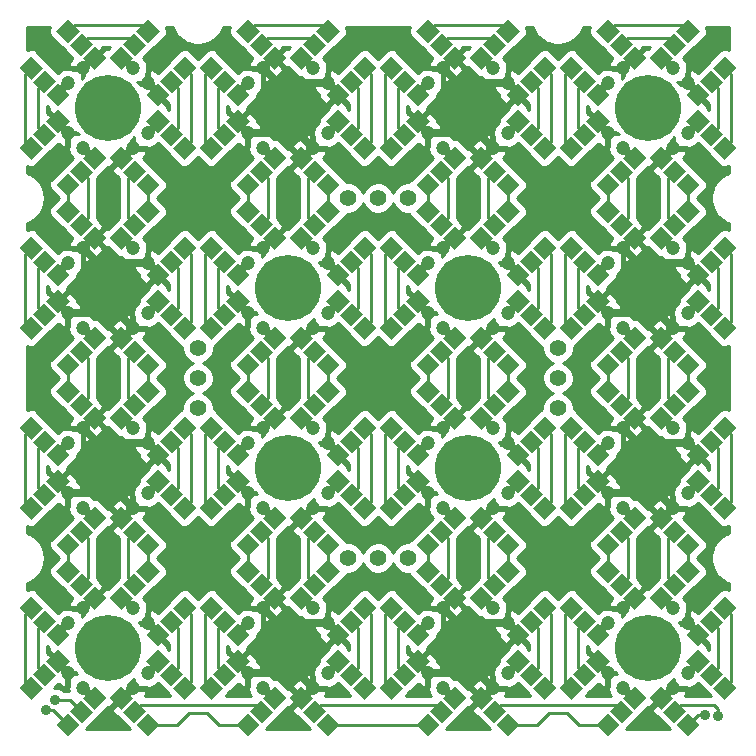
<source format=gtl>
G04 #@! TF.FileFunction,Copper,L1,Top,Signal*
%FSLAX46Y46*%
G04 Gerber Fmt 4.6, Leading zero omitted, Abs format (unit mm)*
G04 Created by KiCad (PCBNEW 4.0.2-4+6225~38~ubuntu15.10.1-stable) date Tue Mar 22 22:05:39 2016*
%MOMM*%
G01*
G04 APERTURE LIST*
%ADD10C,0.254000*%
%ADD11C,1.200000*%
%ADD12C,5.600000*%
%ADD13C,1.397000*%
%ADD14C,0.889000*%
%ADD15C,0.635000*%
%ADD16C,0.250000*%
G04 APERTURE END LIST*
D10*
G36*
X53473045Y11854264D02*
X54462994Y12844213D01*
X55452943Y11854264D01*
X54462994Y10864315D01*
X53473045Y11854264D01*
X53473045Y11854264D01*
G37*
G36*
X56584315Y8742994D02*
X57574264Y9732943D01*
X58564213Y8742994D01*
X57574264Y7753045D01*
X56584315Y8742994D01*
X56584315Y8742994D01*
G37*
G36*
X57751041Y9909720D02*
X58670280Y10828959D01*
X59660229Y9839010D01*
X58740990Y8919771D01*
X57751041Y9909720D01*
X57751041Y9909720D01*
G37*
G36*
X54639771Y13020990D02*
X55559010Y13940229D01*
X56548959Y12950280D01*
X55629720Y12031041D01*
X54639771Y13020990D01*
X54639771Y13020990D01*
G37*
G36*
X55735787Y14117006D02*
X56725736Y15106955D01*
X57715685Y14117006D01*
X56725736Y13127057D01*
X55735787Y14117006D01*
X55735787Y14117006D01*
G37*
G36*
X58847057Y11005736D02*
X59837006Y11995685D01*
X60826955Y11005736D01*
X59837006Y10015787D01*
X58847057Y11005736D01*
X58847057Y11005736D01*
G37*
D11*
X55452944Y11005736D03*
X56725736Y9732944D03*
D10*
G36*
X38233045Y42334264D02*
X39222994Y43324213D01*
X40212943Y42334264D01*
X39222994Y41344315D01*
X38233045Y42334264D01*
X38233045Y42334264D01*
G37*
G36*
X41344315Y39222994D02*
X42334264Y40212943D01*
X43324213Y39222994D01*
X42334264Y38233045D01*
X41344315Y39222994D01*
X41344315Y39222994D01*
G37*
G36*
X42511041Y40389720D02*
X43430280Y41308959D01*
X44420229Y40319010D01*
X43500990Y39399771D01*
X42511041Y40389720D01*
X42511041Y40389720D01*
G37*
G36*
X39399771Y43500990D02*
X40319010Y44420229D01*
X41308959Y43430280D01*
X40389720Y42511041D01*
X39399771Y43500990D01*
X39399771Y43500990D01*
G37*
G36*
X40495787Y44597006D02*
X41485736Y45586955D01*
X42475685Y44597006D01*
X41485736Y43607057D01*
X40495787Y44597006D01*
X40495787Y44597006D01*
G37*
G36*
X43607057Y41485736D02*
X44597006Y42475685D01*
X45586955Y41485736D01*
X44597006Y40495787D01*
X43607057Y41485736D01*
X43607057Y41485736D01*
G37*
D11*
X40212944Y41485736D03*
X41485736Y40212944D03*
D10*
G36*
X57574264Y7486955D02*
X58564213Y6497006D01*
X57574264Y5507057D01*
X56584315Y6497006D01*
X57574264Y7486955D01*
X57574264Y7486955D01*
G37*
G36*
X54462994Y4375685D02*
X55452943Y3385736D01*
X54462994Y2395787D01*
X53473045Y3385736D01*
X54462994Y4375685D01*
X54462994Y4375685D01*
G37*
G36*
X55629720Y3208959D02*
X56548959Y2289720D01*
X55559010Y1299771D01*
X54639771Y2219010D01*
X55629720Y3208959D01*
X55629720Y3208959D01*
G37*
G36*
X58740990Y6320229D02*
X59660229Y5400990D01*
X58670280Y4411041D01*
X57751041Y5330280D01*
X58740990Y6320229D01*
X58740990Y6320229D01*
G37*
G36*
X59837006Y5224213D02*
X60826955Y4234264D01*
X59837006Y3244315D01*
X58847057Y4234264D01*
X59837006Y5224213D01*
X59837006Y5224213D01*
G37*
G36*
X56725736Y2112943D02*
X57715685Y1122994D01*
X56725736Y133045D01*
X55735787Y1122994D01*
X56725736Y2112943D01*
X56725736Y2112943D01*
G37*
D11*
X56725736Y5507056D03*
X55452944Y4234264D03*
D10*
G36*
X53206955Y3385736D02*
X52217006Y2395787D01*
X51227057Y3385736D01*
X52217006Y4375685D01*
X53206955Y3385736D01*
X53206955Y3385736D01*
G37*
G36*
X50095685Y6497006D02*
X49105736Y5507057D01*
X48115787Y6497006D01*
X49105736Y7486955D01*
X50095685Y6497006D01*
X50095685Y6497006D01*
G37*
G36*
X48928959Y5330280D02*
X48009720Y4411041D01*
X47019771Y5400990D01*
X47939010Y6320229D01*
X48928959Y5330280D01*
X48928959Y5330280D01*
G37*
G36*
X52040229Y2219010D02*
X51120990Y1299771D01*
X50131041Y2289720D01*
X51050280Y3208959D01*
X52040229Y2219010D01*
X52040229Y2219010D01*
G37*
G36*
X50944213Y1122994D02*
X49954264Y133045D01*
X48964315Y1122994D01*
X49954264Y2112943D01*
X50944213Y1122994D01*
X50944213Y1122994D01*
G37*
G36*
X47832943Y4234264D02*
X46842994Y3244315D01*
X45853045Y4234264D01*
X46842994Y5224213D01*
X47832943Y4234264D01*
X47832943Y4234264D01*
G37*
D11*
X51227056Y4234264D03*
X49954264Y5507056D03*
D10*
G36*
X42334264Y7486955D02*
X43324213Y6497006D01*
X42334264Y5507057D01*
X41344315Y6497006D01*
X42334264Y7486955D01*
X42334264Y7486955D01*
G37*
G36*
X39222994Y4375685D02*
X40212943Y3385736D01*
X39222994Y2395787D01*
X38233045Y3385736D01*
X39222994Y4375685D01*
X39222994Y4375685D01*
G37*
G36*
X40389720Y3208959D02*
X41308959Y2289720D01*
X40319010Y1299771D01*
X39399771Y2219010D01*
X40389720Y3208959D01*
X40389720Y3208959D01*
G37*
G36*
X43500990Y6320229D02*
X44420229Y5400990D01*
X43430280Y4411041D01*
X42511041Y5330280D01*
X43500990Y6320229D01*
X43500990Y6320229D01*
G37*
G36*
X44597006Y5224213D02*
X45586955Y4234264D01*
X44597006Y3244315D01*
X43607057Y4234264D01*
X44597006Y5224213D01*
X44597006Y5224213D01*
G37*
G36*
X41485736Y2112943D02*
X42475685Y1122994D01*
X41485736Y133045D01*
X40495787Y1122994D01*
X41485736Y2112943D01*
X41485736Y2112943D01*
G37*
D11*
X41485736Y5507056D03*
X40212944Y4234264D03*
D10*
G36*
X37966955Y3385736D02*
X36977006Y2395787D01*
X35987057Y3385736D01*
X36977006Y4375685D01*
X37966955Y3385736D01*
X37966955Y3385736D01*
G37*
G36*
X34855685Y6497006D02*
X33865736Y5507057D01*
X32875787Y6497006D01*
X33865736Y7486955D01*
X34855685Y6497006D01*
X34855685Y6497006D01*
G37*
G36*
X33688959Y5330280D02*
X32769720Y4411041D01*
X31779771Y5400990D01*
X32699010Y6320229D01*
X33688959Y5330280D01*
X33688959Y5330280D01*
G37*
G36*
X36800229Y2219010D02*
X35880990Y1299771D01*
X34891041Y2289720D01*
X35810280Y3208959D01*
X36800229Y2219010D01*
X36800229Y2219010D01*
G37*
G36*
X35704213Y1122994D02*
X34714264Y133045D01*
X33724315Y1122994D01*
X34714264Y2112943D01*
X35704213Y1122994D01*
X35704213Y1122994D01*
G37*
G36*
X32592943Y4234264D02*
X31602994Y3244315D01*
X30613045Y4234264D01*
X31602994Y5224213D01*
X32592943Y4234264D01*
X32592943Y4234264D01*
G37*
D11*
X35987056Y4234264D03*
X34714264Y5507056D03*
D10*
G36*
X27094264Y7486955D02*
X28084213Y6497006D01*
X27094264Y5507057D01*
X26104315Y6497006D01*
X27094264Y7486955D01*
X27094264Y7486955D01*
G37*
G36*
X23982994Y4375685D02*
X24972943Y3385736D01*
X23982994Y2395787D01*
X22993045Y3385736D01*
X23982994Y4375685D01*
X23982994Y4375685D01*
G37*
G36*
X25149720Y3208959D02*
X26068959Y2289720D01*
X25079010Y1299771D01*
X24159771Y2219010D01*
X25149720Y3208959D01*
X25149720Y3208959D01*
G37*
G36*
X28260990Y6320229D02*
X29180229Y5400990D01*
X28190280Y4411041D01*
X27271041Y5330280D01*
X28260990Y6320229D01*
X28260990Y6320229D01*
G37*
G36*
X29357006Y5224213D02*
X30346955Y4234264D01*
X29357006Y3244315D01*
X28367057Y4234264D01*
X29357006Y5224213D01*
X29357006Y5224213D01*
G37*
G36*
X26245736Y2112943D02*
X27235685Y1122994D01*
X26245736Y133045D01*
X25255787Y1122994D01*
X26245736Y2112943D01*
X26245736Y2112943D01*
G37*
D11*
X26245736Y5507056D03*
X24972944Y4234264D03*
D10*
G36*
X22726955Y3385736D02*
X21737006Y2395787D01*
X20747057Y3385736D01*
X21737006Y4375685D01*
X22726955Y3385736D01*
X22726955Y3385736D01*
G37*
G36*
X19615685Y6497006D02*
X18625736Y5507057D01*
X17635787Y6497006D01*
X18625736Y7486955D01*
X19615685Y6497006D01*
X19615685Y6497006D01*
G37*
G36*
X18448959Y5330280D02*
X17529720Y4411041D01*
X16539771Y5400990D01*
X17459010Y6320229D01*
X18448959Y5330280D01*
X18448959Y5330280D01*
G37*
G36*
X21560229Y2219010D02*
X20640990Y1299771D01*
X19651041Y2289720D01*
X20570280Y3208959D01*
X21560229Y2219010D01*
X21560229Y2219010D01*
G37*
G36*
X20464213Y1122994D02*
X19474264Y133045D01*
X18484315Y1122994D01*
X19474264Y2112943D01*
X20464213Y1122994D01*
X20464213Y1122994D01*
G37*
G36*
X17352943Y4234264D02*
X16362994Y3244315D01*
X15373045Y4234264D01*
X16362994Y5224213D01*
X17352943Y4234264D01*
X17352943Y4234264D01*
G37*
D11*
X20747056Y4234264D03*
X19474264Y5507056D03*
D10*
G36*
X11854264Y7486955D02*
X12844213Y6497006D01*
X11854264Y5507057D01*
X10864315Y6497006D01*
X11854264Y7486955D01*
X11854264Y7486955D01*
G37*
G36*
X8742994Y4375685D02*
X9732943Y3385736D01*
X8742994Y2395787D01*
X7753045Y3385736D01*
X8742994Y4375685D01*
X8742994Y4375685D01*
G37*
G36*
X9909720Y3208959D02*
X10828959Y2289720D01*
X9839010Y1299771D01*
X8919771Y2219010D01*
X9909720Y3208959D01*
X9909720Y3208959D01*
G37*
G36*
X13020990Y6320229D02*
X13940229Y5400990D01*
X12950280Y4411041D01*
X12031041Y5330280D01*
X13020990Y6320229D01*
X13020990Y6320229D01*
G37*
G36*
X14117006Y5224213D02*
X15106955Y4234264D01*
X14117006Y3244315D01*
X13127057Y4234264D01*
X14117006Y5224213D01*
X14117006Y5224213D01*
G37*
G36*
X11005736Y2112943D02*
X11995685Y1122994D01*
X11005736Y133045D01*
X10015787Y1122994D01*
X11005736Y2112943D01*
X11005736Y2112943D01*
G37*
D11*
X11005736Y5507056D03*
X9732944Y4234264D03*
D10*
G36*
X7486955Y3385736D02*
X6497006Y2395787D01*
X5507057Y3385736D01*
X6497006Y4375685D01*
X7486955Y3385736D01*
X7486955Y3385736D01*
G37*
G36*
X4375685Y6497006D02*
X3385736Y5507057D01*
X2395787Y6497006D01*
X3385736Y7486955D01*
X4375685Y6497006D01*
X4375685Y6497006D01*
G37*
G36*
X3208959Y5330280D02*
X2289720Y4411041D01*
X1299771Y5400990D01*
X2219010Y6320229D01*
X3208959Y5330280D01*
X3208959Y5330280D01*
G37*
G36*
X6320229Y2219010D02*
X5400990Y1299771D01*
X4411041Y2289720D01*
X5330280Y3208959D01*
X6320229Y2219010D01*
X6320229Y2219010D01*
G37*
G36*
X5224213Y1122994D02*
X4234264Y133045D01*
X3244315Y1122994D01*
X4234264Y2112943D01*
X5224213Y1122994D01*
X5224213Y1122994D01*
G37*
G36*
X2112943Y4234264D02*
X1122994Y3244315D01*
X133045Y4234264D01*
X1122994Y5224213D01*
X2112943Y4234264D01*
X2112943Y4234264D01*
G37*
D11*
X5507056Y4234264D03*
X4234264Y5507056D03*
D10*
G36*
X3385736Y22993045D02*
X2395787Y23982994D01*
X3385736Y24972943D01*
X4375685Y23982994D01*
X3385736Y22993045D01*
X3385736Y22993045D01*
G37*
G36*
X6497006Y26104315D02*
X5507057Y27094264D01*
X6497006Y28084213D01*
X7486955Y27094264D01*
X6497006Y26104315D01*
X6497006Y26104315D01*
G37*
G36*
X5330280Y27271041D02*
X4411041Y28190280D01*
X5400990Y29180229D01*
X6320229Y28260990D01*
X5330280Y27271041D01*
X5330280Y27271041D01*
G37*
G36*
X2219010Y24159771D02*
X1299771Y25079010D01*
X2289720Y26068959D01*
X3208959Y25149720D01*
X2219010Y24159771D01*
X2219010Y24159771D01*
G37*
G36*
X1122994Y25255787D02*
X133045Y26245736D01*
X1122994Y27235685D01*
X2112943Y26245736D01*
X1122994Y25255787D01*
X1122994Y25255787D01*
G37*
G36*
X4234264Y28367057D02*
X3244315Y29357006D01*
X4234264Y30346955D01*
X5224213Y29357006D01*
X4234264Y28367057D01*
X4234264Y28367057D01*
G37*
D11*
X4234264Y24972944D03*
X5507056Y26245736D03*
D10*
G36*
X3385736Y7753045D02*
X2395787Y8742994D01*
X3385736Y9732943D01*
X4375685Y8742994D01*
X3385736Y7753045D01*
X3385736Y7753045D01*
G37*
G36*
X6497006Y10864315D02*
X5507057Y11854264D01*
X6497006Y12844213D01*
X7486955Y11854264D01*
X6497006Y10864315D01*
X6497006Y10864315D01*
G37*
G36*
X5330280Y12031041D02*
X4411041Y12950280D01*
X5400990Y13940229D01*
X6320229Y13020990D01*
X5330280Y12031041D01*
X5330280Y12031041D01*
G37*
G36*
X2219010Y8919771D02*
X1299771Y9839010D01*
X2289720Y10828959D01*
X3208959Y9909720D01*
X2219010Y8919771D01*
X2219010Y8919771D01*
G37*
G36*
X1122994Y10015787D02*
X133045Y11005736D01*
X1122994Y11995685D01*
X2112943Y11005736D01*
X1122994Y10015787D01*
X1122994Y10015787D01*
G37*
G36*
X4234264Y13127057D02*
X3244315Y14117006D01*
X4234264Y15106955D01*
X5224213Y14117006D01*
X4234264Y13127057D01*
X4234264Y13127057D01*
G37*
D11*
X4234264Y9732944D03*
X5507056Y11005736D03*
D10*
G36*
X7486955Y18625736D02*
X6497006Y17635787D01*
X5507057Y18625736D01*
X6497006Y19615685D01*
X7486955Y18625736D01*
X7486955Y18625736D01*
G37*
G36*
X4375685Y21737006D02*
X3385736Y20747057D01*
X2395787Y21737006D01*
X3385736Y22726955D01*
X4375685Y21737006D01*
X4375685Y21737006D01*
G37*
G36*
X3208959Y20570280D02*
X2289720Y19651041D01*
X1299771Y20640990D01*
X2219010Y21560229D01*
X3208959Y20570280D01*
X3208959Y20570280D01*
G37*
G36*
X6320229Y17459010D02*
X5400990Y16539771D01*
X4411041Y17529720D01*
X5330280Y18448959D01*
X6320229Y17459010D01*
X6320229Y17459010D01*
G37*
G36*
X5224213Y16362994D02*
X4234264Y15373045D01*
X3244315Y16362994D01*
X4234264Y17352943D01*
X5224213Y16362994D01*
X5224213Y16362994D01*
G37*
G36*
X2112943Y19474264D02*
X1122994Y18484315D01*
X133045Y19474264D01*
X1122994Y20464213D01*
X2112943Y19474264D01*
X2112943Y19474264D01*
G37*
D11*
X5507056Y19474264D03*
X4234264Y20747056D03*
D10*
G36*
X7486955Y49105736D02*
X6497006Y48115787D01*
X5507057Y49105736D01*
X6497006Y50095685D01*
X7486955Y49105736D01*
X7486955Y49105736D01*
G37*
G36*
X4375685Y52217006D02*
X3385736Y51227057D01*
X2395787Y52217006D01*
X3385736Y53206955D01*
X4375685Y52217006D01*
X4375685Y52217006D01*
G37*
G36*
X3208959Y51050280D02*
X2289720Y50131041D01*
X1299771Y51120990D01*
X2219010Y52040229D01*
X3208959Y51050280D01*
X3208959Y51050280D01*
G37*
G36*
X6320229Y47939010D02*
X5400990Y47019771D01*
X4411041Y48009720D01*
X5330280Y48928959D01*
X6320229Y47939010D01*
X6320229Y47939010D01*
G37*
G36*
X5224213Y46842994D02*
X4234264Y45853045D01*
X3244315Y46842994D01*
X4234264Y47832943D01*
X5224213Y46842994D01*
X5224213Y46842994D01*
G37*
G36*
X2112943Y49954264D02*
X1122994Y48964315D01*
X133045Y49954264D01*
X1122994Y50944213D01*
X2112943Y49954264D01*
X2112943Y49954264D01*
G37*
D11*
X5507056Y49954264D03*
X4234264Y51227056D03*
D10*
G36*
X3385736Y53473045D02*
X2395787Y54462994D01*
X3385736Y55452943D01*
X4375685Y54462994D01*
X3385736Y53473045D01*
X3385736Y53473045D01*
G37*
G36*
X6497006Y56584315D02*
X5507057Y57574264D01*
X6497006Y58564213D01*
X7486955Y57574264D01*
X6497006Y56584315D01*
X6497006Y56584315D01*
G37*
G36*
X5330280Y57751041D02*
X4411041Y58670280D01*
X5400990Y59660229D01*
X6320229Y58740990D01*
X5330280Y57751041D01*
X5330280Y57751041D01*
G37*
G36*
X2219010Y54639771D02*
X1299771Y55559010D01*
X2289720Y56548959D01*
X3208959Y55629720D01*
X2219010Y54639771D01*
X2219010Y54639771D01*
G37*
G36*
X1122994Y55735787D02*
X133045Y56725736D01*
X1122994Y57715685D01*
X2112943Y56725736D01*
X1122994Y55735787D01*
X1122994Y55735787D01*
G37*
G36*
X4234264Y58847057D02*
X3244315Y59837006D01*
X4234264Y60826955D01*
X5224213Y59837006D01*
X4234264Y58847057D01*
X4234264Y58847057D01*
G37*
D11*
X4234264Y55452944D03*
X5507056Y56725736D03*
D10*
G36*
X7753045Y57574264D02*
X8742994Y58564213D01*
X9732943Y57574264D01*
X8742994Y56584315D01*
X7753045Y57574264D01*
X7753045Y57574264D01*
G37*
G36*
X10864315Y54462994D02*
X11854264Y55452943D01*
X12844213Y54462994D01*
X11854264Y53473045D01*
X10864315Y54462994D01*
X10864315Y54462994D01*
G37*
G36*
X12031041Y55629720D02*
X12950280Y56548959D01*
X13940229Y55559010D01*
X13020990Y54639771D01*
X12031041Y55629720D01*
X12031041Y55629720D01*
G37*
G36*
X8919771Y58740990D02*
X9839010Y59660229D01*
X10828959Y58670280D01*
X9909720Y57751041D01*
X8919771Y58740990D01*
X8919771Y58740990D01*
G37*
G36*
X10015787Y59837006D02*
X11005736Y60826955D01*
X11995685Y59837006D01*
X11005736Y58847057D01*
X10015787Y59837006D01*
X10015787Y59837006D01*
G37*
G36*
X13127057Y56725736D02*
X14117006Y57715685D01*
X15106955Y56725736D01*
X14117006Y55735787D01*
X13127057Y56725736D01*
X13127057Y56725736D01*
G37*
D11*
X9732944Y56725736D03*
X11005736Y55452944D03*
D10*
G36*
X11854264Y53206955D02*
X12844213Y52217006D01*
X11854264Y51227057D01*
X10864315Y52217006D01*
X11854264Y53206955D01*
X11854264Y53206955D01*
G37*
G36*
X8742994Y50095685D02*
X9732943Y49105736D01*
X8742994Y48115787D01*
X7753045Y49105736D01*
X8742994Y50095685D01*
X8742994Y50095685D01*
G37*
G36*
X9909720Y48928959D02*
X10828959Y48009720D01*
X9839010Y47019771D01*
X8919771Y47939010D01*
X9909720Y48928959D01*
X9909720Y48928959D01*
G37*
G36*
X13020990Y52040229D02*
X13940229Y51120990D01*
X12950280Y50131041D01*
X12031041Y51050280D01*
X13020990Y52040229D01*
X13020990Y52040229D01*
G37*
G36*
X14117006Y50944213D02*
X15106955Y49954264D01*
X14117006Y48964315D01*
X13127057Y49954264D01*
X14117006Y50944213D01*
X14117006Y50944213D01*
G37*
G36*
X11005736Y47832943D02*
X11995685Y46842994D01*
X11005736Y45853045D01*
X10015787Y46842994D01*
X11005736Y47832943D01*
X11005736Y47832943D01*
G37*
D11*
X11005736Y51227056D03*
X9732944Y49954264D03*
D10*
G36*
X7753045Y27094264D02*
X8742994Y28084213D01*
X9732943Y27094264D01*
X8742994Y26104315D01*
X7753045Y27094264D01*
X7753045Y27094264D01*
G37*
G36*
X10864315Y23982994D02*
X11854264Y24972943D01*
X12844213Y23982994D01*
X11854264Y22993045D01*
X10864315Y23982994D01*
X10864315Y23982994D01*
G37*
G36*
X12031041Y25149720D02*
X12950280Y26068959D01*
X13940229Y25079010D01*
X13020990Y24159771D01*
X12031041Y25149720D01*
X12031041Y25149720D01*
G37*
G36*
X8919771Y28260990D02*
X9839010Y29180229D01*
X10828959Y28190280D01*
X9909720Y27271041D01*
X8919771Y28260990D01*
X8919771Y28260990D01*
G37*
G36*
X10015787Y29357006D02*
X11005736Y30346955D01*
X11995685Y29357006D01*
X11005736Y28367057D01*
X10015787Y29357006D01*
X10015787Y29357006D01*
G37*
G36*
X13127057Y26245736D02*
X14117006Y27235685D01*
X15106955Y26245736D01*
X14117006Y25255787D01*
X13127057Y26245736D01*
X13127057Y26245736D01*
G37*
D11*
X9732944Y26245736D03*
X11005736Y24972944D03*
D10*
G36*
X11854264Y22726955D02*
X12844213Y21737006D01*
X11854264Y20747057D01*
X10864315Y21737006D01*
X11854264Y22726955D01*
X11854264Y22726955D01*
G37*
G36*
X8742994Y19615685D02*
X9732943Y18625736D01*
X8742994Y17635787D01*
X7753045Y18625736D01*
X8742994Y19615685D01*
X8742994Y19615685D01*
G37*
G36*
X9909720Y18448959D02*
X10828959Y17529720D01*
X9839010Y16539771D01*
X8919771Y17459010D01*
X9909720Y18448959D01*
X9909720Y18448959D01*
G37*
G36*
X13020990Y21560229D02*
X13940229Y20640990D01*
X12950280Y19651041D01*
X12031041Y20570280D01*
X13020990Y21560229D01*
X13020990Y21560229D01*
G37*
G36*
X14117006Y20464213D02*
X15106955Y19474264D01*
X14117006Y18484315D01*
X13127057Y19474264D01*
X14117006Y20464213D01*
X14117006Y20464213D01*
G37*
G36*
X11005736Y17352943D02*
X11995685Y16362994D01*
X11005736Y15373045D01*
X10015787Y16362994D01*
X11005736Y17352943D01*
X11005736Y17352943D01*
G37*
D11*
X11005736Y20747056D03*
X9732944Y19474264D03*
D10*
G36*
X7753045Y11854264D02*
X8742994Y12844213D01*
X9732943Y11854264D01*
X8742994Y10864315D01*
X7753045Y11854264D01*
X7753045Y11854264D01*
G37*
G36*
X10864315Y8742994D02*
X11854264Y9732943D01*
X12844213Y8742994D01*
X11854264Y7753045D01*
X10864315Y8742994D01*
X10864315Y8742994D01*
G37*
G36*
X12031041Y9909720D02*
X12950280Y10828959D01*
X13940229Y9839010D01*
X13020990Y8919771D01*
X12031041Y9909720D01*
X12031041Y9909720D01*
G37*
G36*
X8919771Y13020990D02*
X9839010Y13940229D01*
X10828959Y12950280D01*
X9909720Y12031041D01*
X8919771Y13020990D01*
X8919771Y13020990D01*
G37*
G36*
X10015787Y14117006D02*
X11005736Y15106955D01*
X11995685Y14117006D01*
X11005736Y13127057D01*
X10015787Y14117006D01*
X10015787Y14117006D01*
G37*
G36*
X13127057Y11005736D02*
X14117006Y11995685D01*
X15106955Y11005736D01*
X14117006Y10015787D01*
X13127057Y11005736D01*
X13127057Y11005736D01*
G37*
D11*
X9732944Y11005736D03*
X11005736Y9732944D03*
D10*
G36*
X18625736Y7753045D02*
X17635787Y8742994D01*
X18625736Y9732943D01*
X19615685Y8742994D01*
X18625736Y7753045D01*
X18625736Y7753045D01*
G37*
G36*
X21737006Y10864315D02*
X20747057Y11854264D01*
X21737006Y12844213D01*
X22726955Y11854264D01*
X21737006Y10864315D01*
X21737006Y10864315D01*
G37*
G36*
X20570280Y12031041D02*
X19651041Y12950280D01*
X20640990Y13940229D01*
X21560229Y13020990D01*
X20570280Y12031041D01*
X20570280Y12031041D01*
G37*
G36*
X17459010Y8919771D02*
X16539771Y9839010D01*
X17529720Y10828959D01*
X18448959Y9909720D01*
X17459010Y8919771D01*
X17459010Y8919771D01*
G37*
G36*
X16362994Y10015787D02*
X15373045Y11005736D01*
X16362994Y11995685D01*
X17352943Y11005736D01*
X16362994Y10015787D01*
X16362994Y10015787D01*
G37*
G36*
X19474264Y13127057D02*
X18484315Y14117006D01*
X19474264Y15106955D01*
X20464213Y14117006D01*
X19474264Y13127057D01*
X19474264Y13127057D01*
G37*
D11*
X19474264Y9732944D03*
X20747056Y11005736D03*
D10*
G36*
X18625736Y22993045D02*
X17635787Y23982994D01*
X18625736Y24972943D01*
X19615685Y23982994D01*
X18625736Y22993045D01*
X18625736Y22993045D01*
G37*
G36*
X21737006Y26104315D02*
X20747057Y27094264D01*
X21737006Y28084213D01*
X22726955Y27094264D01*
X21737006Y26104315D01*
X21737006Y26104315D01*
G37*
G36*
X20570280Y27271041D02*
X19651041Y28190280D01*
X20640990Y29180229D01*
X21560229Y28260990D01*
X20570280Y27271041D01*
X20570280Y27271041D01*
G37*
G36*
X17459010Y24159771D02*
X16539771Y25079010D01*
X17529720Y26068959D01*
X18448959Y25149720D01*
X17459010Y24159771D01*
X17459010Y24159771D01*
G37*
G36*
X16362994Y25255787D02*
X15373045Y26245736D01*
X16362994Y27235685D01*
X17352943Y26245736D01*
X16362994Y25255787D01*
X16362994Y25255787D01*
G37*
G36*
X19474264Y28367057D02*
X18484315Y29357006D01*
X19474264Y30346955D01*
X20464213Y29357006D01*
X19474264Y28367057D01*
X19474264Y28367057D01*
G37*
D11*
X19474264Y24972944D03*
X20747056Y26245736D03*
D10*
G36*
X22726955Y33865736D02*
X21737006Y32875787D01*
X20747057Y33865736D01*
X21737006Y34855685D01*
X22726955Y33865736D01*
X22726955Y33865736D01*
G37*
G36*
X19615685Y36977006D02*
X18625736Y35987057D01*
X17635787Y36977006D01*
X18625736Y37966955D01*
X19615685Y36977006D01*
X19615685Y36977006D01*
G37*
G36*
X18448959Y35810280D02*
X17529720Y34891041D01*
X16539771Y35880990D01*
X17459010Y36800229D01*
X18448959Y35810280D01*
X18448959Y35810280D01*
G37*
G36*
X21560229Y32699010D02*
X20640990Y31779771D01*
X19651041Y32769720D01*
X20570280Y33688959D01*
X21560229Y32699010D01*
X21560229Y32699010D01*
G37*
G36*
X20464213Y31602994D02*
X19474264Y30613045D01*
X18484315Y31602994D01*
X19474264Y32592943D01*
X20464213Y31602994D01*
X20464213Y31602994D01*
G37*
G36*
X17352943Y34714264D02*
X16362994Y33724315D01*
X15373045Y34714264D01*
X16362994Y35704213D01*
X17352943Y34714264D01*
X17352943Y34714264D01*
G37*
D11*
X20747056Y34714264D03*
X19474264Y35987056D03*
D10*
G36*
X18625736Y38233045D02*
X17635787Y39222994D01*
X18625736Y40212943D01*
X19615685Y39222994D01*
X18625736Y38233045D01*
X18625736Y38233045D01*
G37*
G36*
X21737006Y41344315D02*
X20747057Y42334264D01*
X21737006Y43324213D01*
X22726955Y42334264D01*
X21737006Y41344315D01*
X21737006Y41344315D01*
G37*
G36*
X20570280Y42511041D02*
X19651041Y43430280D01*
X20640990Y44420229D01*
X21560229Y43500990D01*
X20570280Y42511041D01*
X20570280Y42511041D01*
G37*
G36*
X17459010Y39399771D02*
X16539771Y40319010D01*
X17529720Y41308959D01*
X18448959Y40389720D01*
X17459010Y39399771D01*
X17459010Y39399771D01*
G37*
G36*
X16362994Y40495787D02*
X15373045Y41485736D01*
X16362994Y42475685D01*
X17352943Y41485736D01*
X16362994Y40495787D01*
X16362994Y40495787D01*
G37*
G36*
X19474264Y43607057D02*
X18484315Y44597006D01*
X19474264Y45586955D01*
X20464213Y44597006D01*
X19474264Y43607057D01*
X19474264Y43607057D01*
G37*
D11*
X19474264Y40212944D03*
X20747056Y41485736D03*
D10*
G36*
X18625736Y53473045D02*
X17635787Y54462994D01*
X18625736Y55452943D01*
X19615685Y54462994D01*
X18625736Y53473045D01*
X18625736Y53473045D01*
G37*
G36*
X21737006Y56584315D02*
X20747057Y57574264D01*
X21737006Y58564213D01*
X22726955Y57574264D01*
X21737006Y56584315D01*
X21737006Y56584315D01*
G37*
G36*
X20570280Y57751041D02*
X19651041Y58670280D01*
X20640990Y59660229D01*
X21560229Y58740990D01*
X20570280Y57751041D01*
X20570280Y57751041D01*
G37*
G36*
X17459010Y54639771D02*
X16539771Y55559010D01*
X17529720Y56548959D01*
X18448959Y55629720D01*
X17459010Y54639771D01*
X17459010Y54639771D01*
G37*
G36*
X16362994Y55735787D02*
X15373045Y56725736D01*
X16362994Y57715685D01*
X17352943Y56725736D01*
X16362994Y55735787D01*
X16362994Y55735787D01*
G37*
G36*
X19474264Y58847057D02*
X18484315Y59837006D01*
X19474264Y60826955D01*
X20464213Y59837006D01*
X19474264Y58847057D01*
X19474264Y58847057D01*
G37*
D11*
X19474264Y55452944D03*
X20747056Y56725736D03*
D10*
G36*
X22993045Y57574264D02*
X23982994Y58564213D01*
X24972943Y57574264D01*
X23982994Y56584315D01*
X22993045Y57574264D01*
X22993045Y57574264D01*
G37*
G36*
X26104315Y54462994D02*
X27094264Y55452943D01*
X28084213Y54462994D01*
X27094264Y53473045D01*
X26104315Y54462994D01*
X26104315Y54462994D01*
G37*
G36*
X27271041Y55629720D02*
X28190280Y56548959D01*
X29180229Y55559010D01*
X28260990Y54639771D01*
X27271041Y55629720D01*
X27271041Y55629720D01*
G37*
G36*
X24159771Y58740990D02*
X25079010Y59660229D01*
X26068959Y58670280D01*
X25149720Y57751041D01*
X24159771Y58740990D01*
X24159771Y58740990D01*
G37*
G36*
X25255787Y59837006D02*
X26245736Y60826955D01*
X27235685Y59837006D01*
X26245736Y58847057D01*
X25255787Y59837006D01*
X25255787Y59837006D01*
G37*
G36*
X28367057Y56725736D02*
X29357006Y57715685D01*
X30346955Y56725736D01*
X29357006Y55735787D01*
X28367057Y56725736D01*
X28367057Y56725736D01*
G37*
D11*
X24972944Y56725736D03*
X26245736Y55452944D03*
D10*
G36*
X27094264Y53206955D02*
X28084213Y52217006D01*
X27094264Y51227057D01*
X26104315Y52217006D01*
X27094264Y53206955D01*
X27094264Y53206955D01*
G37*
G36*
X23982994Y50095685D02*
X24972943Y49105736D01*
X23982994Y48115787D01*
X22993045Y49105736D01*
X23982994Y50095685D01*
X23982994Y50095685D01*
G37*
G36*
X25149720Y48928959D02*
X26068959Y48009720D01*
X25079010Y47019771D01*
X24159771Y47939010D01*
X25149720Y48928959D01*
X25149720Y48928959D01*
G37*
G36*
X28260990Y52040229D02*
X29180229Y51120990D01*
X28190280Y50131041D01*
X27271041Y51050280D01*
X28260990Y52040229D01*
X28260990Y52040229D01*
G37*
G36*
X29357006Y50944213D02*
X30346955Y49954264D01*
X29357006Y48964315D01*
X28367057Y49954264D01*
X29357006Y50944213D01*
X29357006Y50944213D01*
G37*
G36*
X26245736Y47832943D02*
X27235685Y46842994D01*
X26245736Y45853045D01*
X25255787Y46842994D01*
X26245736Y47832943D01*
X26245736Y47832943D01*
G37*
D11*
X26245736Y51227056D03*
X24972944Y49954264D03*
D10*
G36*
X22993045Y42334264D02*
X23982994Y43324213D01*
X24972943Y42334264D01*
X23982994Y41344315D01*
X22993045Y42334264D01*
X22993045Y42334264D01*
G37*
G36*
X26104315Y39222994D02*
X27094264Y40212943D01*
X28084213Y39222994D01*
X27094264Y38233045D01*
X26104315Y39222994D01*
X26104315Y39222994D01*
G37*
G36*
X27271041Y40389720D02*
X28190280Y41308959D01*
X29180229Y40319010D01*
X28260990Y39399771D01*
X27271041Y40389720D01*
X27271041Y40389720D01*
G37*
G36*
X24159771Y43500990D02*
X25079010Y44420229D01*
X26068959Y43430280D01*
X25149720Y42511041D01*
X24159771Y43500990D01*
X24159771Y43500990D01*
G37*
G36*
X25255787Y44597006D02*
X26245736Y45586955D01*
X27235685Y44597006D01*
X26245736Y43607057D01*
X25255787Y44597006D01*
X25255787Y44597006D01*
G37*
G36*
X28367057Y41485736D02*
X29357006Y42475685D01*
X30346955Y41485736D01*
X29357006Y40495787D01*
X28367057Y41485736D01*
X28367057Y41485736D01*
G37*
D11*
X24972944Y41485736D03*
X26245736Y40212944D03*
D10*
G36*
X27094264Y37966955D02*
X28084213Y36977006D01*
X27094264Y35987057D01*
X26104315Y36977006D01*
X27094264Y37966955D01*
X27094264Y37966955D01*
G37*
G36*
X23982994Y34855685D02*
X24972943Y33865736D01*
X23982994Y32875787D01*
X22993045Y33865736D01*
X23982994Y34855685D01*
X23982994Y34855685D01*
G37*
G36*
X25149720Y33688959D02*
X26068959Y32769720D01*
X25079010Y31779771D01*
X24159771Y32699010D01*
X25149720Y33688959D01*
X25149720Y33688959D01*
G37*
G36*
X28260990Y36800229D02*
X29180229Y35880990D01*
X28190280Y34891041D01*
X27271041Y35810280D01*
X28260990Y36800229D01*
X28260990Y36800229D01*
G37*
G36*
X29357006Y35704213D02*
X30346955Y34714264D01*
X29357006Y33724315D01*
X28367057Y34714264D01*
X29357006Y35704213D01*
X29357006Y35704213D01*
G37*
G36*
X26245736Y32592943D02*
X27235685Y31602994D01*
X26245736Y30613045D01*
X25255787Y31602994D01*
X26245736Y32592943D01*
X26245736Y32592943D01*
G37*
D11*
X26245736Y35987056D03*
X24972944Y34714264D03*
D10*
G36*
X22993045Y27094264D02*
X23982994Y28084213D01*
X24972943Y27094264D01*
X23982994Y26104315D01*
X22993045Y27094264D01*
X22993045Y27094264D01*
G37*
G36*
X26104315Y23982994D02*
X27094264Y24972943D01*
X28084213Y23982994D01*
X27094264Y22993045D01*
X26104315Y23982994D01*
X26104315Y23982994D01*
G37*
G36*
X27271041Y25149720D02*
X28190280Y26068959D01*
X29180229Y25079010D01*
X28260990Y24159771D01*
X27271041Y25149720D01*
X27271041Y25149720D01*
G37*
G36*
X24159771Y28260990D02*
X25079010Y29180229D01*
X26068959Y28190280D01*
X25149720Y27271041D01*
X24159771Y28260990D01*
X24159771Y28260990D01*
G37*
G36*
X25255787Y29357006D02*
X26245736Y30346955D01*
X27235685Y29357006D01*
X26245736Y28367057D01*
X25255787Y29357006D01*
X25255787Y29357006D01*
G37*
G36*
X28367057Y26245736D02*
X29357006Y27235685D01*
X30346955Y26245736D01*
X29357006Y25255787D01*
X28367057Y26245736D01*
X28367057Y26245736D01*
G37*
D11*
X24972944Y26245736D03*
X26245736Y24972944D03*
D10*
G36*
X27094264Y22726955D02*
X28084213Y21737006D01*
X27094264Y20747057D01*
X26104315Y21737006D01*
X27094264Y22726955D01*
X27094264Y22726955D01*
G37*
G36*
X23982994Y19615685D02*
X24972943Y18625736D01*
X23982994Y17635787D01*
X22993045Y18625736D01*
X23982994Y19615685D01*
X23982994Y19615685D01*
G37*
G36*
X25149720Y18448959D02*
X26068959Y17529720D01*
X25079010Y16539771D01*
X24159771Y17459010D01*
X25149720Y18448959D01*
X25149720Y18448959D01*
G37*
G36*
X28260990Y21560229D02*
X29180229Y20640990D01*
X28190280Y19651041D01*
X27271041Y20570280D01*
X28260990Y21560229D01*
X28260990Y21560229D01*
G37*
G36*
X29357006Y20464213D02*
X30346955Y19474264D01*
X29357006Y18484315D01*
X28367057Y19474264D01*
X29357006Y20464213D01*
X29357006Y20464213D01*
G37*
G36*
X26245736Y17352943D02*
X27235685Y16362994D01*
X26245736Y15373045D01*
X25255787Y16362994D01*
X26245736Y17352943D01*
X26245736Y17352943D01*
G37*
D11*
X26245736Y20747056D03*
X24972944Y19474264D03*
D10*
G36*
X22993045Y11854264D02*
X23982994Y12844213D01*
X24972943Y11854264D01*
X23982994Y10864315D01*
X22993045Y11854264D01*
X22993045Y11854264D01*
G37*
G36*
X26104315Y8742994D02*
X27094264Y9732943D01*
X28084213Y8742994D01*
X27094264Y7753045D01*
X26104315Y8742994D01*
X26104315Y8742994D01*
G37*
G36*
X27271041Y9909720D02*
X28190280Y10828959D01*
X29180229Y9839010D01*
X28260990Y8919771D01*
X27271041Y9909720D01*
X27271041Y9909720D01*
G37*
G36*
X24159771Y13020990D02*
X25079010Y13940229D01*
X26068959Y12950280D01*
X25149720Y12031041D01*
X24159771Y13020990D01*
X24159771Y13020990D01*
G37*
G36*
X25255787Y14117006D02*
X26245736Y15106955D01*
X27235685Y14117006D01*
X26245736Y13127057D01*
X25255787Y14117006D01*
X25255787Y14117006D01*
G37*
G36*
X28367057Y11005736D02*
X29357006Y11995685D01*
X30346955Y11005736D01*
X29357006Y10015787D01*
X28367057Y11005736D01*
X28367057Y11005736D01*
G37*
D11*
X24972944Y11005736D03*
X26245736Y9732944D03*
D10*
G36*
X33865736Y7753045D02*
X32875787Y8742994D01*
X33865736Y9732943D01*
X34855685Y8742994D01*
X33865736Y7753045D01*
X33865736Y7753045D01*
G37*
G36*
X36977006Y10864315D02*
X35987057Y11854264D01*
X36977006Y12844213D01*
X37966955Y11854264D01*
X36977006Y10864315D01*
X36977006Y10864315D01*
G37*
G36*
X35810280Y12031041D02*
X34891041Y12950280D01*
X35880990Y13940229D01*
X36800229Y13020990D01*
X35810280Y12031041D01*
X35810280Y12031041D01*
G37*
G36*
X32699010Y8919771D02*
X31779771Y9839010D01*
X32769720Y10828959D01*
X33688959Y9909720D01*
X32699010Y8919771D01*
X32699010Y8919771D01*
G37*
G36*
X31602994Y10015787D02*
X30613045Y11005736D01*
X31602994Y11995685D01*
X32592943Y11005736D01*
X31602994Y10015787D01*
X31602994Y10015787D01*
G37*
G36*
X34714264Y13127057D02*
X33724315Y14117006D01*
X34714264Y15106955D01*
X35704213Y14117006D01*
X34714264Y13127057D01*
X34714264Y13127057D01*
G37*
D11*
X34714264Y9732944D03*
X35987056Y11005736D03*
D10*
G36*
X37966955Y18625736D02*
X36977006Y17635787D01*
X35987057Y18625736D01*
X36977006Y19615685D01*
X37966955Y18625736D01*
X37966955Y18625736D01*
G37*
G36*
X34855685Y21737006D02*
X33865736Y20747057D01*
X32875787Y21737006D01*
X33865736Y22726955D01*
X34855685Y21737006D01*
X34855685Y21737006D01*
G37*
G36*
X33688959Y20570280D02*
X32769720Y19651041D01*
X31779771Y20640990D01*
X32699010Y21560229D01*
X33688959Y20570280D01*
X33688959Y20570280D01*
G37*
G36*
X36800229Y17459010D02*
X35880990Y16539771D01*
X34891041Y17529720D01*
X35810280Y18448959D01*
X36800229Y17459010D01*
X36800229Y17459010D01*
G37*
G36*
X35704213Y16362994D02*
X34714264Y15373045D01*
X33724315Y16362994D01*
X34714264Y17352943D01*
X35704213Y16362994D01*
X35704213Y16362994D01*
G37*
G36*
X32592943Y19474264D02*
X31602994Y18484315D01*
X30613045Y19474264D01*
X31602994Y20464213D01*
X32592943Y19474264D01*
X32592943Y19474264D01*
G37*
D11*
X35987056Y19474264D03*
X34714264Y20747056D03*
D10*
G36*
X33865736Y22993045D02*
X32875787Y23982994D01*
X33865736Y24972943D01*
X34855685Y23982994D01*
X33865736Y22993045D01*
X33865736Y22993045D01*
G37*
G36*
X36977006Y26104315D02*
X35987057Y27094264D01*
X36977006Y28084213D01*
X37966955Y27094264D01*
X36977006Y26104315D01*
X36977006Y26104315D01*
G37*
G36*
X35810280Y27271041D02*
X34891041Y28190280D01*
X35880990Y29180229D01*
X36800229Y28260990D01*
X35810280Y27271041D01*
X35810280Y27271041D01*
G37*
G36*
X32699010Y24159771D02*
X31779771Y25079010D01*
X32769720Y26068959D01*
X33688959Y25149720D01*
X32699010Y24159771D01*
X32699010Y24159771D01*
G37*
G36*
X31602994Y25255787D02*
X30613045Y26245736D01*
X31602994Y27235685D01*
X32592943Y26245736D01*
X31602994Y25255787D01*
X31602994Y25255787D01*
G37*
G36*
X34714264Y28367057D02*
X33724315Y29357006D01*
X34714264Y30346955D01*
X35704213Y29357006D01*
X34714264Y28367057D01*
X34714264Y28367057D01*
G37*
D11*
X34714264Y24972944D03*
X35987056Y26245736D03*
D10*
G36*
X37966955Y33865736D02*
X36977006Y32875787D01*
X35987057Y33865736D01*
X36977006Y34855685D01*
X37966955Y33865736D01*
X37966955Y33865736D01*
G37*
G36*
X34855685Y36977006D02*
X33865736Y35987057D01*
X32875787Y36977006D01*
X33865736Y37966955D01*
X34855685Y36977006D01*
X34855685Y36977006D01*
G37*
G36*
X33688959Y35810280D02*
X32769720Y34891041D01*
X31779771Y35880990D01*
X32699010Y36800229D01*
X33688959Y35810280D01*
X33688959Y35810280D01*
G37*
G36*
X36800229Y32699010D02*
X35880990Y31779771D01*
X34891041Y32769720D01*
X35810280Y33688959D01*
X36800229Y32699010D01*
X36800229Y32699010D01*
G37*
G36*
X35704213Y31602994D02*
X34714264Y30613045D01*
X33724315Y31602994D01*
X34714264Y32592943D01*
X35704213Y31602994D01*
X35704213Y31602994D01*
G37*
G36*
X32592943Y34714264D02*
X31602994Y33724315D01*
X30613045Y34714264D01*
X31602994Y35704213D01*
X32592943Y34714264D01*
X32592943Y34714264D01*
G37*
D11*
X35987056Y34714264D03*
X34714264Y35987056D03*
D10*
G36*
X37966955Y49105736D02*
X36977006Y48115787D01*
X35987057Y49105736D01*
X36977006Y50095685D01*
X37966955Y49105736D01*
X37966955Y49105736D01*
G37*
G36*
X34855685Y52217006D02*
X33865736Y51227057D01*
X32875787Y52217006D01*
X33865736Y53206955D01*
X34855685Y52217006D01*
X34855685Y52217006D01*
G37*
G36*
X33688959Y51050280D02*
X32769720Y50131041D01*
X31779771Y51120990D01*
X32699010Y52040229D01*
X33688959Y51050280D01*
X33688959Y51050280D01*
G37*
G36*
X36800229Y47939010D02*
X35880990Y47019771D01*
X34891041Y48009720D01*
X35810280Y48928959D01*
X36800229Y47939010D01*
X36800229Y47939010D01*
G37*
G36*
X35704213Y46842994D02*
X34714264Y45853045D01*
X33724315Y46842994D01*
X34714264Y47832943D01*
X35704213Y46842994D01*
X35704213Y46842994D01*
G37*
G36*
X32592943Y49954264D02*
X31602994Y48964315D01*
X30613045Y49954264D01*
X31602994Y50944213D01*
X32592943Y49954264D01*
X32592943Y49954264D01*
G37*
D11*
X35987056Y49954264D03*
X34714264Y51227056D03*
D10*
G36*
X33865736Y53473045D02*
X32875787Y54462994D01*
X33865736Y55452943D01*
X34855685Y54462994D01*
X33865736Y53473045D01*
X33865736Y53473045D01*
G37*
G36*
X36977006Y56584315D02*
X35987057Y57574264D01*
X36977006Y58564213D01*
X37966955Y57574264D01*
X36977006Y56584315D01*
X36977006Y56584315D01*
G37*
G36*
X35810280Y57751041D02*
X34891041Y58670280D01*
X35880990Y59660229D01*
X36800229Y58740990D01*
X35810280Y57751041D01*
X35810280Y57751041D01*
G37*
G36*
X32699010Y54639771D02*
X31779771Y55559010D01*
X32769720Y56548959D01*
X33688959Y55629720D01*
X32699010Y54639771D01*
X32699010Y54639771D01*
G37*
G36*
X31602994Y55735787D02*
X30613045Y56725736D01*
X31602994Y57715685D01*
X32592943Y56725736D01*
X31602994Y55735787D01*
X31602994Y55735787D01*
G37*
G36*
X34714264Y58847057D02*
X33724315Y59837006D01*
X34714264Y60826955D01*
X35704213Y59837006D01*
X34714264Y58847057D01*
X34714264Y58847057D01*
G37*
D11*
X34714264Y55452944D03*
X35987056Y56725736D03*
D10*
G36*
X38233045Y57574264D02*
X39222994Y58564213D01*
X40212943Y57574264D01*
X39222994Y56584315D01*
X38233045Y57574264D01*
X38233045Y57574264D01*
G37*
G36*
X41344315Y54462994D02*
X42334264Y55452943D01*
X43324213Y54462994D01*
X42334264Y53473045D01*
X41344315Y54462994D01*
X41344315Y54462994D01*
G37*
G36*
X42511041Y55629720D02*
X43430280Y56548959D01*
X44420229Y55559010D01*
X43500990Y54639771D01*
X42511041Y55629720D01*
X42511041Y55629720D01*
G37*
G36*
X39399771Y58740990D02*
X40319010Y59660229D01*
X41308959Y58670280D01*
X40389720Y57751041D01*
X39399771Y58740990D01*
X39399771Y58740990D01*
G37*
G36*
X40495787Y59837006D02*
X41485736Y60826955D01*
X42475685Y59837006D01*
X41485736Y58847057D01*
X40495787Y59837006D01*
X40495787Y59837006D01*
G37*
G36*
X43607057Y56725736D02*
X44597006Y57715685D01*
X45586955Y56725736D01*
X44597006Y55735787D01*
X43607057Y56725736D01*
X43607057Y56725736D01*
G37*
D11*
X40212944Y56725736D03*
X41485736Y55452944D03*
D10*
G36*
X42334264Y53206955D02*
X43324213Y52217006D01*
X42334264Y51227057D01*
X41344315Y52217006D01*
X42334264Y53206955D01*
X42334264Y53206955D01*
G37*
G36*
X39222994Y50095685D02*
X40212943Y49105736D01*
X39222994Y48115787D01*
X38233045Y49105736D01*
X39222994Y50095685D01*
X39222994Y50095685D01*
G37*
G36*
X40389720Y48928959D02*
X41308959Y48009720D01*
X40319010Y47019771D01*
X39399771Y47939010D01*
X40389720Y48928959D01*
X40389720Y48928959D01*
G37*
G36*
X43500990Y52040229D02*
X44420229Y51120990D01*
X43430280Y50131041D01*
X42511041Y51050280D01*
X43500990Y52040229D01*
X43500990Y52040229D01*
G37*
G36*
X44597006Y50944213D02*
X45586955Y49954264D01*
X44597006Y48964315D01*
X43607057Y49954264D01*
X44597006Y50944213D01*
X44597006Y50944213D01*
G37*
G36*
X41485736Y47832943D02*
X42475685Y46842994D01*
X41485736Y45853045D01*
X40495787Y46842994D01*
X41485736Y47832943D01*
X41485736Y47832943D01*
G37*
D11*
X41485736Y51227056D03*
X40212944Y49954264D03*
D10*
G36*
X42334264Y37966955D02*
X43324213Y36977006D01*
X42334264Y35987057D01*
X41344315Y36977006D01*
X42334264Y37966955D01*
X42334264Y37966955D01*
G37*
G36*
X39222994Y34855685D02*
X40212943Y33865736D01*
X39222994Y32875787D01*
X38233045Y33865736D01*
X39222994Y34855685D01*
X39222994Y34855685D01*
G37*
G36*
X40389720Y33688959D02*
X41308959Y32769720D01*
X40319010Y31779771D01*
X39399771Y32699010D01*
X40389720Y33688959D01*
X40389720Y33688959D01*
G37*
G36*
X43500990Y36800229D02*
X44420229Y35880990D01*
X43430280Y34891041D01*
X42511041Y35810280D01*
X43500990Y36800229D01*
X43500990Y36800229D01*
G37*
G36*
X44597006Y35704213D02*
X45586955Y34714264D01*
X44597006Y33724315D01*
X43607057Y34714264D01*
X44597006Y35704213D01*
X44597006Y35704213D01*
G37*
G36*
X41485736Y32592943D02*
X42475685Y31602994D01*
X41485736Y30613045D01*
X40495787Y31602994D01*
X41485736Y32592943D01*
X41485736Y32592943D01*
G37*
D11*
X41485736Y35987056D03*
X40212944Y34714264D03*
D10*
G36*
X38233045Y27094264D02*
X39222994Y28084213D01*
X40212943Y27094264D01*
X39222994Y26104315D01*
X38233045Y27094264D01*
X38233045Y27094264D01*
G37*
G36*
X41344315Y23982994D02*
X42334264Y24972943D01*
X43324213Y23982994D01*
X42334264Y22993045D01*
X41344315Y23982994D01*
X41344315Y23982994D01*
G37*
G36*
X42511041Y25149720D02*
X43430280Y26068959D01*
X44420229Y25079010D01*
X43500990Y24159771D01*
X42511041Y25149720D01*
X42511041Y25149720D01*
G37*
G36*
X39399771Y28260990D02*
X40319010Y29180229D01*
X41308959Y28190280D01*
X40389720Y27271041D01*
X39399771Y28260990D01*
X39399771Y28260990D01*
G37*
G36*
X40495787Y29357006D02*
X41485736Y30346955D01*
X42475685Y29357006D01*
X41485736Y28367057D01*
X40495787Y29357006D01*
X40495787Y29357006D01*
G37*
G36*
X43607057Y26245736D02*
X44597006Y27235685D01*
X45586955Y26245736D01*
X44597006Y25255787D01*
X43607057Y26245736D01*
X43607057Y26245736D01*
G37*
D11*
X40212944Y26245736D03*
X41485736Y24972944D03*
D10*
G36*
X42334264Y22726955D02*
X43324213Y21737006D01*
X42334264Y20747057D01*
X41344315Y21737006D01*
X42334264Y22726955D01*
X42334264Y22726955D01*
G37*
G36*
X39222994Y19615685D02*
X40212943Y18625736D01*
X39222994Y17635787D01*
X38233045Y18625736D01*
X39222994Y19615685D01*
X39222994Y19615685D01*
G37*
G36*
X40389720Y18448959D02*
X41308959Y17529720D01*
X40319010Y16539771D01*
X39399771Y17459010D01*
X40389720Y18448959D01*
X40389720Y18448959D01*
G37*
G36*
X43500990Y21560229D02*
X44420229Y20640990D01*
X43430280Y19651041D01*
X42511041Y20570280D01*
X43500990Y21560229D01*
X43500990Y21560229D01*
G37*
G36*
X44597006Y20464213D02*
X45586955Y19474264D01*
X44597006Y18484315D01*
X43607057Y19474264D01*
X44597006Y20464213D01*
X44597006Y20464213D01*
G37*
G36*
X41485736Y17352943D02*
X42475685Y16362994D01*
X41485736Y15373045D01*
X40495787Y16362994D01*
X41485736Y17352943D01*
X41485736Y17352943D01*
G37*
D11*
X41485736Y20747056D03*
X40212944Y19474264D03*
D10*
G36*
X38233045Y11854264D02*
X39222994Y12844213D01*
X40212943Y11854264D01*
X39222994Y10864315D01*
X38233045Y11854264D01*
X38233045Y11854264D01*
G37*
G36*
X41344315Y8742994D02*
X42334264Y9732943D01*
X43324213Y8742994D01*
X42334264Y7753045D01*
X41344315Y8742994D01*
X41344315Y8742994D01*
G37*
G36*
X42511041Y9909720D02*
X43430280Y10828959D01*
X44420229Y9839010D01*
X43500990Y8919771D01*
X42511041Y9909720D01*
X42511041Y9909720D01*
G37*
G36*
X39399771Y13020990D02*
X40319010Y13940229D01*
X41308959Y12950280D01*
X40389720Y12031041D01*
X39399771Y13020990D01*
X39399771Y13020990D01*
G37*
G36*
X40495787Y14117006D02*
X41485736Y15106955D01*
X42475685Y14117006D01*
X41485736Y13127057D01*
X40495787Y14117006D01*
X40495787Y14117006D01*
G37*
G36*
X43607057Y11005736D02*
X44597006Y11995685D01*
X45586955Y11005736D01*
X44597006Y10015787D01*
X43607057Y11005736D01*
X43607057Y11005736D01*
G37*
D11*
X40212944Y11005736D03*
X41485736Y9732944D03*
D10*
G36*
X49105736Y7753045D02*
X48115787Y8742994D01*
X49105736Y9732943D01*
X50095685Y8742994D01*
X49105736Y7753045D01*
X49105736Y7753045D01*
G37*
G36*
X52217006Y10864315D02*
X51227057Y11854264D01*
X52217006Y12844213D01*
X53206955Y11854264D01*
X52217006Y10864315D01*
X52217006Y10864315D01*
G37*
G36*
X51050280Y12031041D02*
X50131041Y12950280D01*
X51120990Y13940229D01*
X52040229Y13020990D01*
X51050280Y12031041D01*
X51050280Y12031041D01*
G37*
G36*
X47939010Y8919771D02*
X47019771Y9839010D01*
X48009720Y10828959D01*
X48928959Y9909720D01*
X47939010Y8919771D01*
X47939010Y8919771D01*
G37*
G36*
X46842994Y10015787D02*
X45853045Y11005736D01*
X46842994Y11995685D01*
X47832943Y11005736D01*
X46842994Y10015787D01*
X46842994Y10015787D01*
G37*
G36*
X49954264Y13127057D02*
X48964315Y14117006D01*
X49954264Y15106955D01*
X50944213Y14117006D01*
X49954264Y13127057D01*
X49954264Y13127057D01*
G37*
D11*
X49954264Y9732944D03*
X51227056Y11005736D03*
D10*
G36*
X53206955Y18625736D02*
X52217006Y17635787D01*
X51227057Y18625736D01*
X52217006Y19615685D01*
X53206955Y18625736D01*
X53206955Y18625736D01*
G37*
G36*
X50095685Y21737006D02*
X49105736Y20747057D01*
X48115787Y21737006D01*
X49105736Y22726955D01*
X50095685Y21737006D01*
X50095685Y21737006D01*
G37*
G36*
X48928959Y20570280D02*
X48009720Y19651041D01*
X47019771Y20640990D01*
X47939010Y21560229D01*
X48928959Y20570280D01*
X48928959Y20570280D01*
G37*
G36*
X52040229Y17459010D02*
X51120990Y16539771D01*
X50131041Y17529720D01*
X51050280Y18448959D01*
X52040229Y17459010D01*
X52040229Y17459010D01*
G37*
G36*
X50944213Y16362994D02*
X49954264Y15373045D01*
X48964315Y16362994D01*
X49954264Y17352943D01*
X50944213Y16362994D01*
X50944213Y16362994D01*
G37*
G36*
X47832943Y19474264D02*
X46842994Y18484315D01*
X45853045Y19474264D01*
X46842994Y20464213D01*
X47832943Y19474264D01*
X47832943Y19474264D01*
G37*
D11*
X51227056Y19474264D03*
X49954264Y20747056D03*
D10*
G36*
X49105736Y22993045D02*
X48115787Y23982994D01*
X49105736Y24972943D01*
X50095685Y23982994D01*
X49105736Y22993045D01*
X49105736Y22993045D01*
G37*
G36*
X52217006Y26104315D02*
X51227057Y27094264D01*
X52217006Y28084213D01*
X53206955Y27094264D01*
X52217006Y26104315D01*
X52217006Y26104315D01*
G37*
G36*
X51050280Y27271041D02*
X50131041Y28190280D01*
X51120990Y29180229D01*
X52040229Y28260990D01*
X51050280Y27271041D01*
X51050280Y27271041D01*
G37*
G36*
X47939010Y24159771D02*
X47019771Y25079010D01*
X48009720Y26068959D01*
X48928959Y25149720D01*
X47939010Y24159771D01*
X47939010Y24159771D01*
G37*
G36*
X46842994Y25255787D02*
X45853045Y26245736D01*
X46842994Y27235685D01*
X47832943Y26245736D01*
X46842994Y25255787D01*
X46842994Y25255787D01*
G37*
G36*
X49954264Y28367057D02*
X48964315Y29357006D01*
X49954264Y30346955D01*
X50944213Y29357006D01*
X49954264Y28367057D01*
X49954264Y28367057D01*
G37*
D11*
X49954264Y24972944D03*
X51227056Y26245736D03*
D10*
G36*
X53206955Y49105736D02*
X52217006Y48115787D01*
X51227057Y49105736D01*
X52217006Y50095685D01*
X53206955Y49105736D01*
X53206955Y49105736D01*
G37*
G36*
X50095685Y52217006D02*
X49105736Y51227057D01*
X48115787Y52217006D01*
X49105736Y53206955D01*
X50095685Y52217006D01*
X50095685Y52217006D01*
G37*
G36*
X48928959Y51050280D02*
X48009720Y50131041D01*
X47019771Y51120990D01*
X47939010Y52040229D01*
X48928959Y51050280D01*
X48928959Y51050280D01*
G37*
G36*
X52040229Y47939010D02*
X51120990Y47019771D01*
X50131041Y48009720D01*
X51050280Y48928959D01*
X52040229Y47939010D01*
X52040229Y47939010D01*
G37*
G36*
X50944213Y46842994D02*
X49954264Y45853045D01*
X48964315Y46842994D01*
X49954264Y47832943D01*
X50944213Y46842994D01*
X50944213Y46842994D01*
G37*
G36*
X47832943Y49954264D02*
X46842994Y48964315D01*
X45853045Y49954264D01*
X46842994Y50944213D01*
X47832943Y49954264D01*
X47832943Y49954264D01*
G37*
D11*
X51227056Y49954264D03*
X49954264Y51227056D03*
D10*
G36*
X49105736Y53473045D02*
X48115787Y54462994D01*
X49105736Y55452943D01*
X50095685Y54462994D01*
X49105736Y53473045D01*
X49105736Y53473045D01*
G37*
G36*
X52217006Y56584315D02*
X51227057Y57574264D01*
X52217006Y58564213D01*
X53206955Y57574264D01*
X52217006Y56584315D01*
X52217006Y56584315D01*
G37*
G36*
X51050280Y57751041D02*
X50131041Y58670280D01*
X51120990Y59660229D01*
X52040229Y58740990D01*
X51050280Y57751041D01*
X51050280Y57751041D01*
G37*
G36*
X47939010Y54639771D02*
X47019771Y55559010D01*
X48009720Y56548959D01*
X48928959Y55629720D01*
X47939010Y54639771D01*
X47939010Y54639771D01*
G37*
G36*
X46842994Y55735787D02*
X45853045Y56725736D01*
X46842994Y57715685D01*
X47832943Y56725736D01*
X46842994Y55735787D01*
X46842994Y55735787D01*
G37*
G36*
X49954264Y58847057D02*
X48964315Y59837006D01*
X49954264Y60826955D01*
X50944213Y59837006D01*
X49954264Y58847057D01*
X49954264Y58847057D01*
G37*
D11*
X49954264Y55452944D03*
X51227056Y56725736D03*
D10*
G36*
X53473045Y57574264D02*
X54462994Y58564213D01*
X55452943Y57574264D01*
X54462994Y56584315D01*
X53473045Y57574264D01*
X53473045Y57574264D01*
G37*
G36*
X56584315Y54462994D02*
X57574264Y55452943D01*
X58564213Y54462994D01*
X57574264Y53473045D01*
X56584315Y54462994D01*
X56584315Y54462994D01*
G37*
G36*
X57751041Y55629720D02*
X58670280Y56548959D01*
X59660229Y55559010D01*
X58740990Y54639771D01*
X57751041Y55629720D01*
X57751041Y55629720D01*
G37*
G36*
X54639771Y58740990D02*
X55559010Y59660229D01*
X56548959Y58670280D01*
X55629720Y57751041D01*
X54639771Y58740990D01*
X54639771Y58740990D01*
G37*
G36*
X55735787Y59837006D02*
X56725736Y60826955D01*
X57715685Y59837006D01*
X56725736Y58847057D01*
X55735787Y59837006D01*
X55735787Y59837006D01*
G37*
G36*
X58847057Y56725736D02*
X59837006Y57715685D01*
X60826955Y56725736D01*
X59837006Y55735787D01*
X58847057Y56725736D01*
X58847057Y56725736D01*
G37*
D11*
X55452944Y56725736D03*
X56725736Y55452944D03*
D10*
G36*
X57574264Y53206955D02*
X58564213Y52217006D01*
X57574264Y51227057D01*
X56584315Y52217006D01*
X57574264Y53206955D01*
X57574264Y53206955D01*
G37*
G36*
X54462994Y50095685D02*
X55452943Y49105736D01*
X54462994Y48115787D01*
X53473045Y49105736D01*
X54462994Y50095685D01*
X54462994Y50095685D01*
G37*
G36*
X55629720Y48928959D02*
X56548959Y48009720D01*
X55559010Y47019771D01*
X54639771Y47939010D01*
X55629720Y48928959D01*
X55629720Y48928959D01*
G37*
G36*
X58740990Y52040229D02*
X59660229Y51120990D01*
X58670280Y50131041D01*
X57751041Y51050280D01*
X58740990Y52040229D01*
X58740990Y52040229D01*
G37*
G36*
X59837006Y50944213D02*
X60826955Y49954264D01*
X59837006Y48964315D01*
X58847057Y49954264D01*
X59837006Y50944213D01*
X59837006Y50944213D01*
G37*
G36*
X56725736Y47832943D02*
X57715685Y46842994D01*
X56725736Y45853045D01*
X55735787Y46842994D01*
X56725736Y47832943D01*
X56725736Y47832943D01*
G37*
D11*
X56725736Y51227056D03*
X55452944Y49954264D03*
D10*
G36*
X53473045Y27094264D02*
X54462994Y28084213D01*
X55452943Y27094264D01*
X54462994Y26104315D01*
X53473045Y27094264D01*
X53473045Y27094264D01*
G37*
G36*
X56584315Y23982994D02*
X57574264Y24972943D01*
X58564213Y23982994D01*
X57574264Y22993045D01*
X56584315Y23982994D01*
X56584315Y23982994D01*
G37*
G36*
X57751041Y25149720D02*
X58670280Y26068959D01*
X59660229Y25079010D01*
X58740990Y24159771D01*
X57751041Y25149720D01*
X57751041Y25149720D01*
G37*
G36*
X54639771Y28260990D02*
X55559010Y29180229D01*
X56548959Y28190280D01*
X55629720Y27271041D01*
X54639771Y28260990D01*
X54639771Y28260990D01*
G37*
G36*
X55735787Y29357006D02*
X56725736Y30346955D01*
X57715685Y29357006D01*
X56725736Y28367057D01*
X55735787Y29357006D01*
X55735787Y29357006D01*
G37*
G36*
X58847057Y26245736D02*
X59837006Y27235685D01*
X60826955Y26245736D01*
X59837006Y25255787D01*
X58847057Y26245736D01*
X58847057Y26245736D01*
G37*
D11*
X55452944Y26245736D03*
X56725736Y24972944D03*
D10*
G36*
X57574264Y22726955D02*
X58564213Y21737006D01*
X57574264Y20747057D01*
X56584315Y21737006D01*
X57574264Y22726955D01*
X57574264Y22726955D01*
G37*
G36*
X54462994Y19615685D02*
X55452943Y18625736D01*
X54462994Y17635787D01*
X53473045Y18625736D01*
X54462994Y19615685D01*
X54462994Y19615685D01*
G37*
G36*
X55629720Y18448959D02*
X56548959Y17529720D01*
X55559010Y16539771D01*
X54639771Y17459010D01*
X55629720Y18448959D01*
X55629720Y18448959D01*
G37*
G36*
X58740990Y21560229D02*
X59660229Y20640990D01*
X58670280Y19651041D01*
X57751041Y20570280D01*
X58740990Y21560229D01*
X58740990Y21560229D01*
G37*
G36*
X59837006Y20464213D02*
X60826955Y19474264D01*
X59837006Y18484315D01*
X58847057Y19474264D01*
X59837006Y20464213D01*
X59837006Y20464213D01*
G37*
G36*
X56725736Y17352943D02*
X57715685Y16362994D01*
X56725736Y15373045D01*
X55735787Y16362994D01*
X56725736Y17352943D01*
X56725736Y17352943D01*
G37*
D11*
X56725736Y20747056D03*
X55452944Y19474264D03*
D10*
G36*
X7486955Y33865736D02*
X6497006Y32875787D01*
X5507057Y33865736D01*
X6497006Y34855685D01*
X7486955Y33865736D01*
X7486955Y33865736D01*
G37*
G36*
X4375685Y36977006D02*
X3385736Y35987057D01*
X2395787Y36977006D01*
X3385736Y37966955D01*
X4375685Y36977006D01*
X4375685Y36977006D01*
G37*
G36*
X3208959Y35810280D02*
X2289720Y34891041D01*
X1299771Y35880990D01*
X2219010Y36800229D01*
X3208959Y35810280D01*
X3208959Y35810280D01*
G37*
G36*
X6320229Y32699010D02*
X5400990Y31779771D01*
X4411041Y32769720D01*
X5330280Y33688959D01*
X6320229Y32699010D01*
X6320229Y32699010D01*
G37*
G36*
X5224213Y31602994D02*
X4234264Y30613045D01*
X3244315Y31602994D01*
X4234264Y32592943D01*
X5224213Y31602994D01*
X5224213Y31602994D01*
G37*
G36*
X2112943Y34714264D02*
X1122994Y33724315D01*
X133045Y34714264D01*
X1122994Y35704213D01*
X2112943Y34714264D01*
X2112943Y34714264D01*
G37*
D11*
X5507056Y34714264D03*
X4234264Y35987056D03*
D10*
G36*
X3385736Y38233045D02*
X2395787Y39222994D01*
X3385736Y40212943D01*
X4375685Y39222994D01*
X3385736Y38233045D01*
X3385736Y38233045D01*
G37*
G36*
X6497006Y41344315D02*
X5507057Y42334264D01*
X6497006Y43324213D01*
X7486955Y42334264D01*
X6497006Y41344315D01*
X6497006Y41344315D01*
G37*
G36*
X5330280Y42511041D02*
X4411041Y43430280D01*
X5400990Y44420229D01*
X6320229Y43500990D01*
X5330280Y42511041D01*
X5330280Y42511041D01*
G37*
G36*
X2219010Y39399771D02*
X1299771Y40319010D01*
X2289720Y41308959D01*
X3208959Y40389720D01*
X2219010Y39399771D01*
X2219010Y39399771D01*
G37*
G36*
X1122994Y40495787D02*
X133045Y41485736D01*
X1122994Y42475685D01*
X2112943Y41485736D01*
X1122994Y40495787D01*
X1122994Y40495787D01*
G37*
G36*
X4234264Y43607057D02*
X3244315Y44597006D01*
X4234264Y45586955D01*
X5224213Y44597006D01*
X4234264Y43607057D01*
X4234264Y43607057D01*
G37*
D11*
X4234264Y40212944D03*
X5507056Y41485736D03*
D10*
G36*
X7753045Y42334264D02*
X8742994Y43324213D01*
X9732943Y42334264D01*
X8742994Y41344315D01*
X7753045Y42334264D01*
X7753045Y42334264D01*
G37*
G36*
X10864315Y39222994D02*
X11854264Y40212943D01*
X12844213Y39222994D01*
X11854264Y38233045D01*
X10864315Y39222994D01*
X10864315Y39222994D01*
G37*
G36*
X12031041Y40389720D02*
X12950280Y41308959D01*
X13940229Y40319010D01*
X13020990Y39399771D01*
X12031041Y40389720D01*
X12031041Y40389720D01*
G37*
G36*
X8919771Y43500990D02*
X9839010Y44420229D01*
X10828959Y43430280D01*
X9909720Y42511041D01*
X8919771Y43500990D01*
X8919771Y43500990D01*
G37*
G36*
X10015787Y44597006D02*
X11005736Y45586955D01*
X11995685Y44597006D01*
X11005736Y43607057D01*
X10015787Y44597006D01*
X10015787Y44597006D01*
G37*
G36*
X13127057Y41485736D02*
X14117006Y42475685D01*
X15106955Y41485736D01*
X14117006Y40495787D01*
X13127057Y41485736D01*
X13127057Y41485736D01*
G37*
D11*
X9732944Y41485736D03*
X11005736Y40212944D03*
D10*
G36*
X11854264Y37966955D02*
X12844213Y36977006D01*
X11854264Y35987057D01*
X10864315Y36977006D01*
X11854264Y37966955D01*
X11854264Y37966955D01*
G37*
G36*
X8742994Y34855685D02*
X9732943Y33865736D01*
X8742994Y32875787D01*
X7753045Y33865736D01*
X8742994Y34855685D01*
X8742994Y34855685D01*
G37*
G36*
X9909720Y33688959D02*
X10828959Y32769720D01*
X9839010Y31779771D01*
X8919771Y32699010D01*
X9909720Y33688959D01*
X9909720Y33688959D01*
G37*
G36*
X13020990Y36800229D02*
X13940229Y35880990D01*
X12950280Y34891041D01*
X12031041Y35810280D01*
X13020990Y36800229D01*
X13020990Y36800229D01*
G37*
G36*
X14117006Y35704213D02*
X15106955Y34714264D01*
X14117006Y33724315D01*
X13127057Y34714264D01*
X14117006Y35704213D01*
X14117006Y35704213D01*
G37*
G36*
X11005736Y32592943D02*
X11995685Y31602994D01*
X11005736Y30613045D01*
X10015787Y31602994D01*
X11005736Y32592943D01*
X11005736Y32592943D01*
G37*
D11*
X11005736Y35987056D03*
X9732944Y34714264D03*
D10*
G36*
X22726955Y18625736D02*
X21737006Y17635787D01*
X20747057Y18625736D01*
X21737006Y19615685D01*
X22726955Y18625736D01*
X22726955Y18625736D01*
G37*
G36*
X19615685Y21737006D02*
X18625736Y20747057D01*
X17635787Y21737006D01*
X18625736Y22726955D01*
X19615685Y21737006D01*
X19615685Y21737006D01*
G37*
G36*
X18448959Y20570280D02*
X17529720Y19651041D01*
X16539771Y20640990D01*
X17459010Y21560229D01*
X18448959Y20570280D01*
X18448959Y20570280D01*
G37*
G36*
X21560229Y17459010D02*
X20640990Y16539771D01*
X19651041Y17529720D01*
X20570280Y18448959D01*
X21560229Y17459010D01*
X21560229Y17459010D01*
G37*
G36*
X20464213Y16362994D02*
X19474264Y15373045D01*
X18484315Y16362994D01*
X19474264Y17352943D01*
X20464213Y16362994D01*
X20464213Y16362994D01*
G37*
G36*
X17352943Y19474264D02*
X16362994Y18484315D01*
X15373045Y19474264D01*
X16362994Y20464213D01*
X17352943Y19474264D01*
X17352943Y19474264D01*
G37*
D11*
X20747056Y19474264D03*
X19474264Y20747056D03*
D10*
G36*
X33865736Y38233045D02*
X32875787Y39222994D01*
X33865736Y40212943D01*
X34855685Y39222994D01*
X33865736Y38233045D01*
X33865736Y38233045D01*
G37*
G36*
X36977006Y41344315D02*
X35987057Y42334264D01*
X36977006Y43324213D01*
X37966955Y42334264D01*
X36977006Y41344315D01*
X36977006Y41344315D01*
G37*
G36*
X35810280Y42511041D02*
X34891041Y43430280D01*
X35880990Y44420229D01*
X36800229Y43500990D01*
X35810280Y42511041D01*
X35810280Y42511041D01*
G37*
G36*
X32699010Y39399771D02*
X31779771Y40319010D01*
X32769720Y41308959D01*
X33688959Y40389720D01*
X32699010Y39399771D01*
X32699010Y39399771D01*
G37*
G36*
X31602994Y40495787D02*
X30613045Y41485736D01*
X31602994Y42475685D01*
X32592943Y41485736D01*
X31602994Y40495787D01*
X31602994Y40495787D01*
G37*
G36*
X34714264Y43607057D02*
X33724315Y44597006D01*
X34714264Y45586955D01*
X35704213Y44597006D01*
X34714264Y43607057D01*
X34714264Y43607057D01*
G37*
D11*
X34714264Y40212944D03*
X35987056Y41485736D03*
D10*
G36*
X53206955Y33865736D02*
X52217006Y32875787D01*
X51227057Y33865736D01*
X52217006Y34855685D01*
X53206955Y33865736D01*
X53206955Y33865736D01*
G37*
G36*
X50095685Y36977006D02*
X49105736Y35987057D01*
X48115787Y36977006D01*
X49105736Y37966955D01*
X50095685Y36977006D01*
X50095685Y36977006D01*
G37*
G36*
X48928959Y35810280D02*
X48009720Y34891041D01*
X47019771Y35880990D01*
X47939010Y36800229D01*
X48928959Y35810280D01*
X48928959Y35810280D01*
G37*
G36*
X52040229Y32699010D02*
X51120990Y31779771D01*
X50131041Y32769720D01*
X51050280Y33688959D01*
X52040229Y32699010D01*
X52040229Y32699010D01*
G37*
G36*
X50944213Y31602994D02*
X49954264Y30613045D01*
X48964315Y31602994D01*
X49954264Y32592943D01*
X50944213Y31602994D01*
X50944213Y31602994D01*
G37*
G36*
X47832943Y34714264D02*
X46842994Y33724315D01*
X45853045Y34714264D01*
X46842994Y35704213D01*
X47832943Y34714264D01*
X47832943Y34714264D01*
G37*
D11*
X51227056Y34714264D03*
X49954264Y35987056D03*
D10*
G36*
X49105736Y38233045D02*
X48115787Y39222994D01*
X49105736Y40212943D01*
X50095685Y39222994D01*
X49105736Y38233045D01*
X49105736Y38233045D01*
G37*
G36*
X52217006Y41344315D02*
X51227057Y42334264D01*
X52217006Y43324213D01*
X53206955Y42334264D01*
X52217006Y41344315D01*
X52217006Y41344315D01*
G37*
G36*
X51050280Y42511041D02*
X50131041Y43430280D01*
X51120990Y44420229D01*
X52040229Y43500990D01*
X51050280Y42511041D01*
X51050280Y42511041D01*
G37*
G36*
X47939010Y39399771D02*
X47019771Y40319010D01*
X48009720Y41308959D01*
X48928959Y40389720D01*
X47939010Y39399771D01*
X47939010Y39399771D01*
G37*
G36*
X46842994Y40495787D02*
X45853045Y41485736D01*
X46842994Y42475685D01*
X47832943Y41485736D01*
X46842994Y40495787D01*
X46842994Y40495787D01*
G37*
G36*
X49954264Y43607057D02*
X48964315Y44597006D01*
X49954264Y45586955D01*
X50944213Y44597006D01*
X49954264Y43607057D01*
X49954264Y43607057D01*
G37*
D11*
X49954264Y40212944D03*
X51227056Y41485736D03*
D10*
G36*
X53473045Y42334264D02*
X54462994Y43324213D01*
X55452943Y42334264D01*
X54462994Y41344315D01*
X53473045Y42334264D01*
X53473045Y42334264D01*
G37*
G36*
X56584315Y39222994D02*
X57574264Y40212943D01*
X58564213Y39222994D01*
X57574264Y38233045D01*
X56584315Y39222994D01*
X56584315Y39222994D01*
G37*
G36*
X57751041Y40389720D02*
X58670280Y41308959D01*
X59660229Y40319010D01*
X58740990Y39399771D01*
X57751041Y40389720D01*
X57751041Y40389720D01*
G37*
G36*
X54639771Y43500990D02*
X55559010Y44420229D01*
X56548959Y43430280D01*
X55629720Y42511041D01*
X54639771Y43500990D01*
X54639771Y43500990D01*
G37*
G36*
X55735787Y44597006D02*
X56725736Y45586955D01*
X57715685Y44597006D01*
X56725736Y43607057D01*
X55735787Y44597006D01*
X55735787Y44597006D01*
G37*
G36*
X58847057Y41485736D02*
X59837006Y42475685D01*
X60826955Y41485736D01*
X59837006Y40495787D01*
X58847057Y41485736D01*
X58847057Y41485736D01*
G37*
D11*
X55452944Y41485736D03*
X56725736Y40212944D03*
D10*
G36*
X57574264Y37966955D02*
X58564213Y36977006D01*
X57574264Y35987057D01*
X56584315Y36977006D01*
X57574264Y37966955D01*
X57574264Y37966955D01*
G37*
G36*
X54462994Y34855685D02*
X55452943Y33865736D01*
X54462994Y32875787D01*
X53473045Y33865736D01*
X54462994Y34855685D01*
X54462994Y34855685D01*
G37*
G36*
X55629720Y33688959D02*
X56548959Y32769720D01*
X55559010Y31779771D01*
X54639771Y32699010D01*
X55629720Y33688959D01*
X55629720Y33688959D01*
G37*
G36*
X58740990Y36800229D02*
X59660229Y35880990D01*
X58670280Y34891041D01*
X57751041Y35810280D01*
X58740990Y36800229D01*
X58740990Y36800229D01*
G37*
G36*
X59837006Y35704213D02*
X60826955Y34714264D01*
X59837006Y33724315D01*
X58847057Y34714264D01*
X59837006Y35704213D01*
X59837006Y35704213D01*
G37*
G36*
X56725736Y32592943D02*
X57715685Y31602994D01*
X56725736Y30613045D01*
X55735787Y31602994D01*
X56725736Y32592943D01*
X56725736Y32592943D01*
G37*
D11*
X56725736Y35987056D03*
X55452944Y34714264D03*
D10*
G36*
X22726955Y49105736D02*
X21737006Y48115787D01*
X20747057Y49105736D01*
X21737006Y50095685D01*
X22726955Y49105736D01*
X22726955Y49105736D01*
G37*
G36*
X19615685Y52217006D02*
X18625736Y51227057D01*
X17635787Y52217006D01*
X18625736Y53206955D01*
X19615685Y52217006D01*
X19615685Y52217006D01*
G37*
G36*
X18448959Y51050280D02*
X17529720Y50131041D01*
X16539771Y51120990D01*
X17459010Y52040229D01*
X18448959Y51050280D01*
X18448959Y51050280D01*
G37*
G36*
X21560229Y47939010D02*
X20640990Y47019771D01*
X19651041Y48009720D01*
X20570280Y48928959D01*
X21560229Y47939010D01*
X21560229Y47939010D01*
G37*
G36*
X20464213Y46842994D02*
X19474264Y45853045D01*
X18484315Y46842994D01*
X19474264Y47832943D01*
X20464213Y46842994D01*
X20464213Y46842994D01*
G37*
G36*
X17352943Y49954264D02*
X16362994Y48964315D01*
X15373045Y49954264D01*
X16362994Y50944213D01*
X17352943Y49954264D01*
X17352943Y49954264D01*
G37*
D11*
X20747056Y49954264D03*
X19474264Y51227056D03*
D12*
X53340000Y7620000D03*
X53340000Y53340000D03*
X38100000Y22860000D03*
X22860000Y22860000D03*
X7620000Y53340000D03*
X7620000Y7620000D03*
X22860000Y38100000D03*
X38100000Y38100000D03*
D13*
X45720000Y33020000D03*
X45720000Y30480000D03*
X45720000Y27940000D03*
X33020000Y15240000D03*
X30480000Y15240000D03*
X27940000Y15240000D03*
X27940000Y45720000D03*
X30480000Y45720000D03*
X33020000Y45720000D03*
X15240000Y27940000D03*
X15240000Y30480000D03*
X15240000Y33020000D03*
D14*
X2366780Y2366757D03*
X58141006Y1968460D03*
X3175008Y3192277D03*
X59275881Y1832313D03*
D10*
X4234264Y1122994D02*
X2990501Y2366757D01*
X2990501Y2366757D02*
X2366780Y2366757D01*
X57571202Y1968460D02*
X58141006Y1968460D01*
X56725736Y1122994D02*
X57571202Y1968460D01*
D15*
X57574264Y52217006D02*
X57574264Y52075584D01*
X57574264Y52075584D02*
X56725736Y51227056D01*
X54462994Y57574264D02*
X54604416Y57574264D01*
X54604416Y57574264D02*
X55452944Y56725736D01*
X49105736Y54462994D02*
X49105736Y54604416D01*
X49105736Y54604416D02*
X49954264Y55452944D01*
X52217006Y49105736D02*
X52075584Y49105736D01*
X52075584Y49105736D02*
X51227056Y49954264D01*
X42334264Y52217006D02*
X42334264Y52075584D01*
X42334264Y52075584D02*
X41485736Y51227056D01*
X39222994Y57574264D02*
X39364416Y57574264D01*
X39364416Y57574264D02*
X40212944Y56725736D01*
X33865736Y54462994D02*
X33865736Y54604416D01*
X33865736Y54604416D02*
X34714264Y55452944D01*
X36977006Y49105736D02*
X36835584Y49105736D01*
X36835584Y49105736D02*
X35987056Y49954264D01*
X27094264Y52217006D02*
X27094264Y52075584D01*
X27094264Y52075584D02*
X26245736Y51227056D01*
X23982994Y57574264D02*
X24124416Y57574264D01*
X24124416Y57574264D02*
X24972944Y56725736D01*
X18625736Y54462994D02*
X18625736Y54604416D01*
X18625736Y54604416D02*
X19474264Y55452944D01*
X21737006Y49105736D02*
X21595584Y49105736D01*
X21595584Y49105736D02*
X20747056Y49954264D01*
X11854264Y52217006D02*
X11854264Y52075584D01*
X11854264Y52075584D02*
X11005736Y51227056D01*
X8742994Y57574264D02*
X8884416Y57574264D01*
X8884416Y57574264D02*
X9732944Y56725736D01*
X3385736Y54462994D02*
X3385736Y54604416D01*
X3385736Y54604416D02*
X4234264Y55452944D01*
X6497006Y49105736D02*
X6355584Y49105736D01*
X6355584Y49105736D02*
X5507056Y49954264D01*
X57574264Y36977006D02*
X57574264Y36835584D01*
X57574264Y36835584D02*
X56725736Y35987056D01*
X54462994Y42334264D02*
X54604416Y42334264D01*
X54604416Y42334264D02*
X55452944Y41485736D01*
X49105736Y39222994D02*
X49105736Y39364416D01*
X49105736Y39364416D02*
X49954264Y40212944D01*
X52217006Y33865736D02*
X52075584Y33865736D01*
X52075584Y33865736D02*
X51227056Y34714264D01*
X42334264Y36977006D02*
X42334264Y36835584D01*
X42334264Y36835584D02*
X41485736Y35987056D01*
X39222994Y42334264D02*
X39364416Y42334264D01*
X39364416Y42334264D02*
X40212944Y41485736D01*
X33865736Y39222994D02*
X33865736Y39364416D01*
X33865736Y39364416D02*
X34714264Y40212944D01*
X36977006Y33865736D02*
X36835584Y33865736D01*
X36835584Y33865736D02*
X35987056Y34714264D01*
X27094264Y36977006D02*
X27094264Y36835584D01*
X27094264Y36835584D02*
X26245736Y35987056D01*
X23982994Y42334264D02*
X24124416Y42334264D01*
X24124416Y42334264D02*
X24972944Y41485736D01*
X18625736Y39222994D02*
X18625736Y39364416D01*
X18625736Y39364416D02*
X19474264Y40212944D01*
X21737006Y33865736D02*
X21595584Y33865736D01*
X21595584Y33865736D02*
X20747056Y34714264D01*
X11854264Y36977006D02*
X11854264Y36835584D01*
X11854264Y36835584D02*
X11005736Y35987056D01*
X8742994Y42334264D02*
X8884416Y42334264D01*
X8884416Y42334264D02*
X9732944Y41485736D01*
X3385736Y39222994D02*
X3385736Y39364416D01*
X3385736Y39364416D02*
X4234264Y40212944D01*
X6497006Y33865736D02*
X6355584Y33865736D01*
X6355584Y33865736D02*
X5507056Y34714264D01*
X57574264Y21737006D02*
X57574264Y21595584D01*
X57574264Y21595584D02*
X56725736Y20747056D01*
X54462994Y27094264D02*
X54604416Y27094264D01*
X54604416Y27094264D02*
X55452944Y26245736D01*
X49105736Y23982994D02*
X49105736Y24124416D01*
X49105736Y24124416D02*
X49954264Y24972944D01*
X52217006Y18625736D02*
X52075584Y18625736D01*
X52075584Y18625736D02*
X51227056Y19474264D01*
X42334264Y21737006D02*
X42334264Y21595584D01*
X42334264Y21595584D02*
X41485736Y20747056D01*
X39222994Y27094264D02*
X39364416Y27094264D01*
X39364416Y27094264D02*
X40212944Y26245736D01*
X33865736Y23982994D02*
X33865736Y24124416D01*
X33865736Y24124416D02*
X34714264Y24972944D01*
X36977006Y18625736D02*
X36835584Y18625736D01*
X36835584Y18625736D02*
X35987056Y19474264D01*
X27094264Y21737006D02*
X27094264Y21595584D01*
X27094264Y21595584D02*
X26245736Y20747056D01*
X23982994Y27094264D02*
X24124416Y27094264D01*
X24124416Y27094264D02*
X24972944Y26245736D01*
X18625736Y23982994D02*
X18625736Y24124416D01*
X18625736Y24124416D02*
X19474264Y24972944D01*
X21737006Y18625736D02*
X21595584Y18625736D01*
X21595584Y18625736D02*
X20747056Y19474264D01*
X11854264Y21737006D02*
X11854264Y21595584D01*
X11854264Y21595584D02*
X11005736Y20747056D01*
X8742994Y27094264D02*
X8884416Y27094264D01*
X8884416Y27094264D02*
X9732944Y26245736D01*
X3385736Y23982994D02*
X3385736Y24124416D01*
X3385736Y24124416D02*
X4234264Y24972944D01*
X6497006Y18625736D02*
X6355584Y18625736D01*
X6355584Y18625736D02*
X5507056Y19474264D01*
X54462994Y11854264D02*
X54604416Y11854264D01*
X54604416Y11854264D02*
X55452944Y11005736D01*
X49105736Y8742994D02*
X49105736Y8884416D01*
X49105736Y8884416D02*
X49954264Y9732944D01*
X39222994Y11854264D02*
X39364416Y11854264D01*
X39364416Y11854264D02*
X40212944Y11005736D01*
X33865736Y8742994D02*
X33865736Y8884416D01*
X33865736Y8884416D02*
X34714264Y9732944D01*
X23982994Y11854264D02*
X24124416Y11854264D01*
X24124416Y11854264D02*
X24972944Y11005736D01*
X18625736Y8742994D02*
X18625736Y8884416D01*
X18625736Y8884416D02*
X19474264Y9732944D01*
X8742994Y11854264D02*
X8884416Y11854264D01*
X8884416Y11854264D02*
X9732944Y11005736D01*
X3385736Y8742994D02*
X3385736Y8884416D01*
X3385736Y8884416D02*
X4234264Y9732944D01*
X57574264Y6497006D02*
X57574264Y6355584D01*
X57574264Y6355584D02*
X56725736Y5507056D01*
X52217006Y3385736D02*
X52075584Y3385736D01*
X52075584Y3385736D02*
X51227056Y4234264D01*
X42334264Y6497006D02*
X42334264Y6355584D01*
X42334264Y6355584D02*
X41485736Y5507056D01*
X36977006Y3385736D02*
X36835584Y3385736D01*
X36835584Y3385736D02*
X35987056Y4234264D01*
X27094264Y6497006D02*
X27094264Y6355584D01*
X27094264Y6355584D02*
X26245736Y5507056D01*
X21737006Y3385736D02*
X21595584Y3385736D01*
X21595584Y3385736D02*
X20747056Y4234264D01*
X11854264Y6497006D02*
X11854264Y6355584D01*
X11854264Y6355584D02*
X11005736Y5507056D01*
X6497006Y3385736D02*
X6355584Y3385736D01*
X6355584Y3385736D02*
X5507056Y4234264D01*
X41485736Y55452944D02*
X37259848Y55452944D01*
X37259848Y55452944D02*
X35987056Y56725736D01*
X34714264Y51227056D02*
X38940152Y51227056D01*
X38940152Y51227056D02*
X40212944Y49954264D01*
X26245736Y55452944D02*
X22019848Y55452944D01*
X22019848Y55452944D02*
X20747056Y56725736D01*
X19474264Y51227056D02*
X23700152Y51227056D01*
X23700152Y51227056D02*
X24972944Y49954264D01*
X56725736Y40212944D02*
X52499848Y40212944D01*
X52499848Y40212944D02*
X51227056Y41485736D01*
X49954264Y35987056D02*
X54180152Y35987056D01*
X54180152Y35987056D02*
X55452944Y34714264D01*
X11005736Y40212944D02*
X6779848Y40212944D01*
X6779848Y40212944D02*
X5507056Y41485736D01*
X4234264Y35987056D02*
X8460152Y35987056D01*
X8460152Y35987056D02*
X9732944Y34714264D01*
X52499848Y24972944D02*
X51227056Y26245736D01*
X56725736Y24972944D02*
X52499848Y24972944D01*
X49954264Y20747056D02*
X54180152Y20747056D01*
X54180152Y20747056D02*
X55452944Y19474264D01*
X11005736Y24972944D02*
X6779848Y24972944D01*
X6779848Y24972944D02*
X5507056Y26245736D01*
X4234264Y20747056D02*
X8460152Y20747056D01*
X8460152Y20747056D02*
X9732944Y19474264D01*
X41485736Y9732944D02*
X37259848Y9732944D01*
X37259848Y9732944D02*
X35987056Y11005736D01*
X34714264Y5507056D02*
X38940152Y5507056D01*
X38940152Y5507056D02*
X40212944Y4234264D01*
X26245736Y9732944D02*
X22019848Y9732944D01*
X22019848Y9732944D02*
X20747056Y11005736D01*
X19474264Y5507056D02*
X23700152Y5507056D01*
X23700152Y5507056D02*
X24972944Y4234264D01*
X54462994Y49105736D02*
X54604416Y49105736D01*
X54604416Y49105736D02*
X55452944Y49954264D01*
X57574264Y54462994D02*
X57574264Y54604416D01*
X57574264Y54604416D02*
X56725736Y55452944D01*
X52217006Y57574264D02*
X52075584Y57574264D01*
X52075584Y57574264D02*
X51227056Y56725736D01*
X49105736Y52217006D02*
X49105736Y52075584D01*
X49105736Y52075584D02*
X49954264Y51227056D01*
X39222994Y49105736D02*
X39364416Y49105736D01*
X39364416Y49105736D02*
X40212944Y49954264D01*
X42334264Y54462994D02*
X42334264Y54604416D01*
X42334264Y54604416D02*
X41485736Y55452944D01*
X36977006Y57574264D02*
X36835584Y57574264D01*
X36835584Y57574264D02*
X35987056Y56725736D01*
X33865736Y52217006D02*
X33865736Y52075584D01*
X33865736Y52075584D02*
X34714264Y51227056D01*
X23982994Y49105736D02*
X24124416Y49105736D01*
X24124416Y49105736D02*
X24972944Y49954264D01*
X27094264Y54462994D02*
X27094264Y54604416D01*
X27094264Y54604416D02*
X26245736Y55452944D01*
X21737006Y57574264D02*
X21595584Y57574264D01*
X21595584Y57574264D02*
X20747056Y56725736D01*
X18625736Y52217006D02*
X18625736Y52075584D01*
X18625736Y52075584D02*
X19474264Y51227056D01*
X8742994Y49105736D02*
X8884416Y49105736D01*
X8884416Y49105736D02*
X9732944Y49954264D01*
X11854264Y54462994D02*
X11854264Y54604416D01*
X11854264Y54604416D02*
X11005736Y55452944D01*
X6497006Y57574264D02*
X6355584Y57574264D01*
X6355584Y57574264D02*
X5507056Y56725736D01*
X3385736Y52217006D02*
X3385736Y52075584D01*
X3385736Y52075584D02*
X4234264Y51227056D01*
X54462994Y33865736D02*
X54604416Y33865736D01*
X54604416Y33865736D02*
X55452944Y34714264D01*
X57574264Y39222994D02*
X57574264Y39364416D01*
X57574264Y39364416D02*
X56725736Y40212944D01*
X52217006Y42334264D02*
X52075584Y42334264D01*
X52075584Y42334264D02*
X51227056Y41485736D01*
X49105736Y36977006D02*
X49105736Y36835584D01*
X49105736Y36835584D02*
X49954264Y35987056D01*
X39222994Y33865736D02*
X39364416Y33865736D01*
X39364416Y33865736D02*
X40212944Y34714264D01*
X42334264Y39222994D02*
X42334264Y39364416D01*
X42334264Y39364416D02*
X41485736Y40212944D01*
X36977006Y42334264D02*
X36835584Y42334264D01*
X36835584Y42334264D02*
X35987056Y41485736D01*
X33865736Y36977006D02*
X33865736Y36835584D01*
X33865736Y36835584D02*
X34714264Y35987056D01*
X23982994Y33865736D02*
X24124416Y33865736D01*
X24124416Y33865736D02*
X24972944Y34714264D01*
X27094264Y39222994D02*
X27094264Y39364416D01*
X27094264Y39364416D02*
X26245736Y40212944D01*
X21737006Y42334264D02*
X21595584Y42334264D01*
X21595584Y42334264D02*
X20747056Y41485736D01*
X18625736Y36977006D02*
X18625736Y36835584D01*
X18625736Y36835584D02*
X19474264Y35987056D01*
X8742994Y33865736D02*
X8884416Y33865736D01*
X8884416Y33865736D02*
X9732944Y34714264D01*
X11854264Y39222994D02*
X11854264Y39364416D01*
X11854264Y39364416D02*
X11005736Y40212944D01*
X6497006Y42334264D02*
X6355584Y42334264D01*
X6355584Y42334264D02*
X5507056Y41485736D01*
X3385736Y36977006D02*
X3385736Y36835584D01*
X3385736Y36835584D02*
X4234264Y35987056D01*
X54462994Y18625736D02*
X54604416Y18625736D01*
X54604416Y18625736D02*
X55452944Y19474264D01*
X57574264Y23982994D02*
X57574264Y24124416D01*
X57574264Y24124416D02*
X56725736Y24972944D01*
X52217006Y27094264D02*
X52075584Y27094264D01*
X52075584Y27094264D02*
X51227056Y26245736D01*
X49105736Y21737006D02*
X49105736Y21595584D01*
X49105736Y21595584D02*
X49954264Y20747056D01*
X39222994Y18625736D02*
X39364416Y18625736D01*
X39364416Y18625736D02*
X40212944Y19474264D01*
X42334264Y23982994D02*
X42334264Y24124416D01*
X42334264Y24124416D02*
X41485736Y24972944D01*
X36977006Y27094264D02*
X36835584Y27094264D01*
X36835584Y27094264D02*
X35987056Y26245736D01*
X33865736Y21737006D02*
X33865736Y21595584D01*
X33865736Y21595584D02*
X34714264Y20747056D01*
X23982994Y18625736D02*
X24124416Y18625736D01*
X24124416Y18625736D02*
X24972944Y19474264D01*
X27094264Y23982994D02*
X27094264Y24124416D01*
X27094264Y24124416D02*
X26245736Y24972944D01*
X21737006Y27094264D02*
X21595584Y27094264D01*
X21595584Y27094264D02*
X20747056Y26245736D01*
X18625736Y21737006D02*
X18625736Y21595584D01*
X18625736Y21595584D02*
X19474264Y20747056D01*
X8742994Y18625736D02*
X8884416Y18625736D01*
X8884416Y18625736D02*
X9732944Y19474264D01*
X11854264Y23982994D02*
X11854264Y24124416D01*
X11854264Y24124416D02*
X11005736Y24972944D01*
X6497006Y27094264D02*
X6355584Y27094264D01*
X6355584Y27094264D02*
X5507056Y26245736D01*
X3385736Y21737006D02*
X3385736Y21595584D01*
X3385736Y21595584D02*
X4234264Y20747056D01*
X57574264Y8742994D02*
X57574264Y8884416D01*
X57574264Y8884416D02*
X56725736Y9732944D01*
X52217006Y11854264D02*
X52075584Y11854264D01*
X52075584Y11854264D02*
X51227056Y11005736D01*
X42334264Y8742994D02*
X42334264Y8884416D01*
X42334264Y8884416D02*
X41485736Y9732944D01*
X36977006Y11854264D02*
X36835584Y11854264D01*
X36835584Y11854264D02*
X35987056Y11005736D01*
X27094264Y8742994D02*
X27094264Y8884416D01*
X27094264Y8884416D02*
X26245736Y9732944D01*
X21737006Y11854264D02*
X21595584Y11854264D01*
X21595584Y11854264D02*
X20747056Y11005736D01*
X11854264Y8742994D02*
X11854264Y8884416D01*
X11854264Y8884416D02*
X11005736Y9732944D01*
X6497006Y11854264D02*
X6355584Y11854264D01*
X6355584Y11854264D02*
X5507056Y11005736D01*
X54462994Y3385736D02*
X54604416Y3385736D01*
X54604416Y3385736D02*
X55452944Y4234264D01*
X49105736Y6497006D02*
X49105736Y6355584D01*
X49105736Y6355584D02*
X49954264Y5507056D01*
X39222994Y3385736D02*
X39364416Y3385736D01*
X39364416Y3385736D02*
X40212944Y4234264D01*
X33865736Y6497006D02*
X33865736Y6355584D01*
X33865736Y6355584D02*
X34714264Y5507056D01*
X23982994Y3385736D02*
X24124416Y3385736D01*
X24124416Y3385736D02*
X24972944Y4234264D01*
X18625736Y6497006D02*
X18625736Y6355584D01*
X18625736Y6355584D02*
X19474264Y5507056D01*
X8742994Y3385736D02*
X8884416Y3385736D01*
X8884416Y3385736D02*
X9732944Y4234264D01*
X3385736Y6497006D02*
X3385736Y6355584D01*
X3385736Y6355584D02*
X4234264Y5507056D01*
D10*
X5365635Y2254365D02*
X4427723Y3192277D01*
X4427723Y3192277D02*
X3175008Y3192277D01*
X56152172Y2793980D02*
X58942831Y2793980D01*
X59275881Y2460930D02*
X59275881Y1832313D01*
X55594365Y2254365D02*
X55612557Y2254365D01*
X55612557Y2254365D02*
X55707673Y2349481D01*
X58942831Y2793980D02*
X59275881Y2460930D01*
X55707673Y2349481D02*
X56152172Y2793980D01*
X5365635Y58705635D02*
X5931319Y59271319D01*
X5931319Y59271319D02*
X9308681Y59271319D01*
X9308681Y59271319D02*
X9874365Y58705635D01*
X4234264Y59837006D02*
X4799948Y60402690D01*
X4799948Y60402690D02*
X10440052Y60402690D01*
X10440052Y60402690D02*
X11005736Y59837006D01*
X9874365Y2254365D02*
X10440049Y2820049D01*
X20039951Y2820049D02*
X20605635Y2254365D01*
X10440049Y2820049D02*
X20039951Y2820049D01*
X11005736Y1122994D02*
X13441994Y1122994D01*
X13441994Y1122994D02*
X14478000Y2159000D01*
X14478000Y2159000D02*
X16002000Y2159000D01*
X16002000Y2159000D02*
X17038006Y1122994D01*
X17038006Y1122994D02*
X19474264Y1122994D01*
X20605635Y58705635D02*
X21171319Y59271319D01*
X21171319Y59271319D02*
X24548681Y59271319D01*
X24548681Y59271319D02*
X25114365Y58705635D01*
X19474264Y59837006D02*
X20039948Y60402690D01*
X20039948Y60402690D02*
X25680052Y60402690D01*
X25680052Y60402690D02*
X26245736Y59837006D01*
X25114365Y2254365D02*
X25680049Y2820049D01*
X25680049Y2820049D02*
X35279951Y2820049D01*
X35279951Y2820049D02*
X35845635Y2254365D01*
X26245736Y1122994D02*
X34714264Y1122994D01*
X35845635Y58705635D02*
X36411319Y59271319D01*
X36411319Y59271319D02*
X39788681Y59271319D01*
X39788681Y59271319D02*
X40354365Y58705635D01*
X34714264Y59837006D02*
X35279948Y60402690D01*
X35279948Y60402690D02*
X40920052Y60402690D01*
X40920052Y60402690D02*
X41485736Y59837006D01*
X40354365Y2254365D02*
X40920049Y2820049D01*
X40920049Y2820049D02*
X50519951Y2820049D01*
X50519951Y2820049D02*
X51085635Y2254365D01*
X41485736Y1122994D02*
X43921994Y1122994D01*
X47518006Y1122994D02*
X49954264Y1122994D01*
X43921994Y1122994D02*
X44958000Y2159000D01*
X44958000Y2159000D02*
X46482000Y2159000D01*
X46482000Y2159000D02*
X47518006Y1122994D01*
X51085635Y58705635D02*
X51651319Y59271319D01*
X51651319Y59271319D02*
X55028681Y59271319D01*
X55028681Y59271319D02*
X55594365Y58705635D01*
X49954264Y59837006D02*
X50519948Y60402690D01*
X50519948Y60402690D02*
X56160052Y60402690D01*
X56160052Y60402690D02*
X56725736Y59837006D01*
X2254365Y5365635D02*
X1688681Y5931319D01*
X1688681Y5931319D02*
X1688681Y9308681D01*
X1688681Y9308681D02*
X2254365Y9874365D01*
X1122994Y4234264D02*
X557310Y4799948D01*
X557310Y4799948D02*
X557310Y10440052D01*
X557310Y10440052D02*
X1122994Y11005736D01*
X5365635Y12985635D02*
X5931319Y13551319D01*
X5931319Y13551319D02*
X5931319Y16928681D01*
X5931319Y16928681D02*
X5365635Y17494365D01*
X4234264Y14117006D02*
X4234264Y16362994D01*
X2254365Y20605635D02*
X1688681Y21171319D01*
X1688681Y21171319D02*
X1688681Y24548681D01*
X1688681Y24548681D02*
X2254365Y25114365D01*
X1122994Y19474264D02*
X557310Y20039948D01*
X557310Y20039948D02*
X557310Y25680052D01*
X557310Y25680052D02*
X1122994Y26245736D01*
X5365635Y32734365D02*
X5931319Y32168681D01*
X5931319Y32168681D02*
X5931319Y28791319D01*
X5931319Y28791319D02*
X5365635Y28225635D01*
X4234264Y31602994D02*
X4234264Y29357006D01*
X2254365Y40354365D02*
X1688681Y39788681D01*
X1688681Y39788681D02*
X1688681Y36411319D01*
X1688681Y36411319D02*
X2254365Y35845635D01*
X1122994Y41485736D02*
X557310Y40920052D01*
X557310Y40920052D02*
X557310Y35279948D01*
X557310Y35279948D02*
X1122994Y34714264D01*
X5365635Y47974365D02*
X5931319Y47408681D01*
X5931319Y47408681D02*
X5931319Y44031319D01*
X5931319Y44031319D02*
X5365635Y43465635D01*
X4234264Y46842994D02*
X4234264Y44597006D01*
X2254365Y55594365D02*
X1688681Y55028681D01*
X1688681Y55028681D02*
X1688681Y51651319D01*
X1688681Y51651319D02*
X2254365Y51085635D01*
X1122994Y56725736D02*
X557310Y56160052D01*
X557310Y56160052D02*
X557310Y50519948D01*
X557310Y50519948D02*
X1122994Y49954264D01*
X12985635Y55594365D02*
X13551319Y55028681D01*
X13551319Y55028681D02*
X13551319Y51651319D01*
X13551319Y51651319D02*
X12985635Y51085635D01*
X14117006Y56725736D02*
X14682690Y56160052D01*
X14682690Y56160052D02*
X14682690Y50519948D01*
X14682690Y50519948D02*
X14117006Y49954264D01*
X9874365Y47974365D02*
X9308681Y47408681D01*
X9308681Y47408681D02*
X9308681Y44031319D01*
X9308681Y44031319D02*
X9874365Y43465635D01*
X11005736Y46842994D02*
X11005736Y44597006D01*
X12985635Y40354365D02*
X13551319Y39788681D01*
X13551319Y39788681D02*
X13551319Y36411319D01*
X13551319Y36411319D02*
X12985635Y35845635D01*
X14117006Y41485736D02*
X14682690Y40920052D01*
X14682690Y40920052D02*
X14682690Y35279948D01*
X14682690Y35279948D02*
X14117006Y34714264D01*
X9874365Y32734365D02*
X9308681Y32168681D01*
X9308681Y32168681D02*
X9308681Y28791319D01*
X9308681Y28791319D02*
X9874365Y28225635D01*
X11005736Y31602994D02*
X11005736Y29357006D01*
X12985635Y20605635D02*
X13551319Y21171319D01*
X13551319Y21171319D02*
X13551319Y24548681D01*
X13551319Y24548681D02*
X12985635Y25114365D01*
X14117006Y19474264D02*
X14682690Y20039948D01*
X14682690Y20039948D02*
X14682690Y25680052D01*
X14682690Y25680052D02*
X14117006Y26245736D01*
X9874365Y12985635D02*
X9308681Y13551319D01*
X9308681Y13551319D02*
X9308681Y16928681D01*
X9308681Y16928681D02*
X9874365Y17494365D01*
X11005736Y14117006D02*
X11005736Y16362994D01*
X12985635Y9874365D02*
X13551319Y9308681D01*
X13551319Y9308681D02*
X13551319Y5931319D01*
X13551319Y5931319D02*
X12985635Y5365635D01*
X14117006Y11005736D02*
X14682690Y10440052D01*
X14682690Y10440052D02*
X14682690Y4799948D01*
X14682690Y4799948D02*
X14117006Y4234264D01*
X17494365Y5365635D02*
X16928681Y5931319D01*
X16928681Y5931319D02*
X16928681Y9308681D01*
X16928681Y9308681D02*
X17494365Y9874365D01*
X16362994Y4234264D02*
X15797310Y4799948D01*
X15797310Y4799948D02*
X15797310Y10440052D01*
X15797310Y10440052D02*
X16362994Y11005736D01*
X20605635Y12985635D02*
X21171319Y13551319D01*
X21171319Y13551319D02*
X21171319Y16928681D01*
X21171319Y16928681D02*
X20605635Y17494365D01*
X19474264Y14117006D02*
X19474264Y16362994D01*
X17494365Y25114365D02*
X16928681Y24548681D01*
X16928681Y24548681D02*
X16928681Y21171319D01*
X16928681Y21171319D02*
X17494365Y20605635D01*
X16362994Y26245736D02*
X15797310Y25680052D01*
X15797310Y25680052D02*
X15797310Y20039948D01*
X15797310Y20039948D02*
X16362994Y19474264D01*
X20605635Y32734365D02*
X21171319Y32168681D01*
X21171319Y32168681D02*
X21171319Y28791319D01*
X21171319Y28791319D02*
X20605635Y28225635D01*
X19474264Y31602994D02*
X19474264Y29357006D01*
X17494365Y40354365D02*
X16928681Y39788681D01*
X16928681Y39788681D02*
X16928681Y36411319D01*
X16928681Y36411319D02*
X17494365Y35845635D01*
X16362994Y41485736D02*
X15797310Y40920052D01*
X15797310Y40920052D02*
X15797310Y35279948D01*
X15797310Y35279948D02*
X16362994Y34714264D01*
X20605635Y47974365D02*
X21171319Y47408681D01*
X21171319Y47408681D02*
X21171319Y44031319D01*
X21171319Y44031319D02*
X20605635Y43465635D01*
X19474264Y46842994D02*
X19474264Y44597006D01*
X17494365Y55594365D02*
X16928681Y55028681D01*
X16928681Y55028681D02*
X16928681Y51651319D01*
X16928681Y51651319D02*
X17494365Y51085635D01*
X16362994Y56725736D02*
X15797310Y56160052D01*
X15797310Y56160052D02*
X15797310Y50519948D01*
X15797310Y50519948D02*
X16362994Y49954264D01*
X28225635Y55594365D02*
X28791319Y55028681D01*
X28791319Y55028681D02*
X28791319Y51651319D01*
X28791319Y51651319D02*
X28225635Y51085635D01*
X29357006Y56725736D02*
X29922690Y56160052D01*
X29922690Y56160052D02*
X29922690Y50519948D01*
X29922690Y50519948D02*
X29357006Y49954264D01*
X25114365Y47974365D02*
X24548681Y47408681D01*
X24548681Y47408681D02*
X24548681Y44031319D01*
X24548681Y44031319D02*
X25114365Y43465635D01*
X26245736Y46842994D02*
X26245736Y44597006D01*
X28225635Y40354365D02*
X28791319Y39788681D01*
X28791319Y39788681D02*
X28791319Y36411319D01*
X28791319Y36411319D02*
X28225635Y35845635D01*
X29357006Y41485736D02*
X29922690Y40920052D01*
X29922690Y40920052D02*
X29922690Y35279948D01*
X29922690Y35279948D02*
X29357006Y34714264D01*
X25114365Y32734365D02*
X24548681Y32168681D01*
X24548681Y32168681D02*
X24548681Y28791319D01*
X24548681Y28791319D02*
X25114365Y28225635D01*
X26245736Y31602994D02*
X26245736Y29357006D01*
X28225635Y20605635D02*
X28791319Y21171319D01*
X28791319Y21171319D02*
X28791319Y24548681D01*
X28791319Y24548681D02*
X28225635Y25114365D01*
X29357006Y26245736D02*
X29922690Y25680052D01*
X29922690Y25680052D02*
X29922690Y20039948D01*
X29922690Y20039948D02*
X29357006Y19474264D01*
X25114365Y17494365D02*
X24548681Y16928681D01*
X24548681Y16928681D02*
X24548681Y13551319D01*
X24548681Y13551319D02*
X25114365Y12985635D01*
X26245736Y16362994D02*
X26245736Y14117006D01*
X28225635Y9874365D02*
X28791319Y9308681D01*
X28791319Y9308681D02*
X28791319Y5931319D01*
X28791319Y5931319D02*
X28225635Y5365635D01*
X29357006Y11005736D02*
X29922690Y10440052D01*
X29922690Y10440052D02*
X29922690Y4799948D01*
X29922690Y4799948D02*
X29357006Y4234264D01*
X32734365Y9874365D02*
X32168681Y9308681D01*
X32168681Y9308681D02*
X32168681Y5931319D01*
X32168681Y5931319D02*
X32734365Y5365635D01*
X31602994Y11005736D02*
X31037310Y10440052D01*
X31037310Y10440052D02*
X31037310Y4799948D01*
X31037310Y4799948D02*
X31602994Y4234264D01*
X35845635Y17494365D02*
X36411319Y16928681D01*
X36411319Y16928681D02*
X36411319Y13551319D01*
X36411319Y13551319D02*
X35845635Y12985635D01*
X34714264Y16362994D02*
X34714264Y14117006D01*
X32734365Y25114365D02*
X32168681Y24548681D01*
X32168681Y24548681D02*
X32168681Y21171319D01*
X32168681Y21171319D02*
X32734365Y20605635D01*
X31602994Y26245736D02*
X31037310Y25680052D01*
X31037310Y25680052D02*
X31037310Y20039948D01*
X31037310Y20039948D02*
X31602994Y19474264D01*
X35845635Y32734365D02*
X36411319Y32168681D01*
X36411319Y32168681D02*
X36411319Y28791319D01*
X36411319Y28791319D02*
X35845635Y28225635D01*
X34714264Y31602994D02*
X34714264Y29357006D01*
X32734365Y40354365D02*
X32168681Y39788681D01*
X32168681Y39788681D02*
X32168681Y36411319D01*
X32168681Y36411319D02*
X32734365Y35845635D01*
X31602994Y41485736D02*
X31037310Y40920052D01*
X31037310Y40920052D02*
X31037310Y35279948D01*
X31037310Y35279948D02*
X31602994Y34714264D01*
X35845635Y47974365D02*
X36411319Y47408681D01*
X36411319Y47408681D02*
X36411319Y44031319D01*
X36411319Y44031319D02*
X35845635Y43465635D01*
X34714264Y46842994D02*
X34714264Y44597006D01*
X32734365Y55594365D02*
X32168681Y55028681D01*
X32168681Y55028681D02*
X32168681Y51651319D01*
X32168681Y51651319D02*
X32734365Y51085635D01*
X31602994Y56725736D02*
X31037310Y56160052D01*
X31037310Y56160052D02*
X31037310Y50519948D01*
X31037310Y50519948D02*
X31602994Y49954264D01*
X43465635Y55594365D02*
X44031319Y55028681D01*
X44031319Y55028681D02*
X44031319Y51651319D01*
X44031319Y51651319D02*
X43465635Y51085635D01*
X44597006Y56725736D02*
X45162690Y56160052D01*
X45162690Y50519948D02*
X44597006Y49954264D01*
X45162690Y56160052D02*
X45162690Y50519948D01*
X40354365Y47974365D02*
X39788681Y47408681D01*
X39788681Y47408681D02*
X39788681Y44031319D01*
X39788681Y44031319D02*
X40354365Y43465635D01*
X41485736Y46842994D02*
X41485736Y44597006D01*
X43465635Y40354365D02*
X44031319Y39788681D01*
X44031319Y39788681D02*
X44031319Y36411319D01*
X44031319Y36411319D02*
X43465635Y35845635D01*
X44597006Y41485736D02*
X45162690Y40920052D01*
X45162690Y40920052D02*
X45162690Y35279948D01*
X45162690Y35279948D02*
X44597006Y34714264D01*
X40354365Y32734365D02*
X39788681Y32168681D01*
X39788681Y32168681D02*
X39788681Y28791319D01*
X39788681Y28791319D02*
X40354365Y28225635D01*
X41485736Y31602994D02*
X41485736Y29357006D01*
X43465635Y25114365D02*
X44031319Y24548681D01*
X44031319Y24548681D02*
X44031319Y21171319D01*
X44031319Y21171319D02*
X43465635Y20605635D01*
X44597006Y26245736D02*
X45162690Y25680052D01*
X45162690Y25680052D02*
X45162690Y20039948D01*
X45162690Y20039948D02*
X44597006Y19474264D01*
X40354365Y17494365D02*
X39788681Y16928681D01*
X39788681Y16928681D02*
X39788681Y13551319D01*
X39788681Y13551319D02*
X40354365Y12985635D01*
X41485736Y16362994D02*
X41485736Y14117006D01*
X43465635Y9874365D02*
X44031319Y9308681D01*
X44031319Y9308681D02*
X44031319Y5931319D01*
X44031319Y5931319D02*
X43465635Y5365635D01*
X44597006Y11005736D02*
X45162690Y10440052D01*
X45162690Y10440052D02*
X45162690Y4799948D01*
X45162690Y4799948D02*
X44597006Y4234264D01*
X47974365Y9874365D02*
X47408681Y9308681D01*
X47408681Y9308681D02*
X47408681Y5931319D01*
X47408681Y5931319D02*
X47974365Y5365635D01*
X46842994Y11005736D02*
X46277310Y10440052D01*
X46277310Y10440052D02*
X46277310Y4799948D01*
X46277310Y4799948D02*
X46842994Y4234264D01*
X51085635Y17494365D02*
X51651319Y16928681D01*
X51651319Y16928681D02*
X51651319Y13551319D01*
X51651319Y13551319D02*
X51085635Y12985635D01*
X49954264Y16362994D02*
X49954264Y14117006D01*
X47974365Y25114365D02*
X47408681Y24548681D01*
X47408681Y24548681D02*
X47408681Y21171319D01*
X47408681Y21171319D02*
X47974365Y20605635D01*
X46842994Y26245736D02*
X46277310Y25680052D01*
X46277310Y25680052D02*
X46277310Y20039948D01*
X46277310Y20039948D02*
X46842994Y19474264D01*
X51085635Y32734365D02*
X51651319Y32168681D01*
X51651319Y32168681D02*
X51651319Y28791319D01*
X51651319Y28791319D02*
X51085635Y28225635D01*
X49954264Y31602994D02*
X49954264Y29357006D01*
X47974365Y40354365D02*
X47408681Y39788681D01*
X47408681Y39788681D02*
X47408681Y36411319D01*
X47408681Y36411319D02*
X47974365Y35845635D01*
X46842994Y41485736D02*
X46277310Y40920052D01*
X46277310Y40920052D02*
X46277310Y35279948D01*
X46277310Y35279948D02*
X46842994Y34714264D01*
X51085635Y47974365D02*
X51651319Y47408681D01*
X51651319Y47408681D02*
X51651319Y44031319D01*
X51651319Y44031319D02*
X51085635Y43465635D01*
X49954264Y46842994D02*
X49954264Y44597006D01*
X47974365Y55594365D02*
X47408681Y55028681D01*
X47408681Y55028681D02*
X47408681Y51651319D01*
X47408681Y51651319D02*
X47974365Y51085635D01*
X46842994Y56725736D02*
X46277310Y56160052D01*
X46277310Y56160052D02*
X46277310Y50519948D01*
X46277310Y50519948D02*
X46842994Y49954264D01*
X58705635Y55594365D02*
X59271319Y55028681D01*
X59271319Y55028681D02*
X59271319Y51651319D01*
X59271319Y51651319D02*
X58705635Y51085635D01*
X59837006Y56725736D02*
X60402690Y56160052D01*
X60402690Y56160052D02*
X60402690Y50519948D01*
X60402690Y50519948D02*
X59837006Y49954264D01*
X55594365Y47974365D02*
X55028681Y47408681D01*
X55028681Y47408681D02*
X55028681Y44031319D01*
X55028681Y44031319D02*
X55594365Y43465635D01*
X56725736Y46842994D02*
X56725736Y44597006D01*
X58705635Y40354365D02*
X59271319Y39788681D01*
X59271319Y36411319D02*
X58705635Y35845635D01*
X59271319Y39788681D02*
X59271319Y36411319D01*
X59837006Y41485736D02*
X60402690Y40920052D01*
X60402690Y40920052D02*
X60402690Y35279948D01*
X60402690Y35279948D02*
X59837006Y34714264D01*
X55594365Y32734365D02*
X55028681Y32168681D01*
X55028681Y32168681D02*
X55028681Y28791319D01*
X55028681Y28791319D02*
X55594365Y28225635D01*
X56725736Y31602994D02*
X56725736Y29357006D01*
X58705635Y25114365D02*
X59271319Y24548681D01*
X59271319Y24548681D02*
X59271319Y21171319D01*
X59271319Y21171319D02*
X58705635Y20605635D01*
X59837006Y26245736D02*
X60402690Y25680052D01*
X60402690Y25680052D02*
X60402690Y20039948D01*
X60402690Y20039948D02*
X59837006Y19474264D01*
X55594365Y17494365D02*
X55028681Y16928681D01*
X55028681Y16928681D02*
X55028681Y13551319D01*
X55028681Y13551319D02*
X55594365Y12985635D01*
X56725736Y16362994D02*
X56725736Y14117006D01*
X58705635Y9874365D02*
X59271319Y9308681D01*
X59271319Y9308681D02*
X59271319Y5931319D01*
X59271319Y5931319D02*
X58705635Y5365635D01*
X59837006Y11005736D02*
X60402690Y10440052D01*
X60402690Y10440052D02*
X60402690Y4799948D01*
X60402690Y4799948D02*
X59837006Y4234264D01*
D16*
G36*
X13116712Y60147052D02*
X13143123Y60084222D01*
X13168655Y60021028D01*
X13173585Y60011757D01*
X13315051Y59750121D01*
X13353138Y59693655D01*
X13390483Y59636585D01*
X13397120Y59628448D01*
X13586710Y59399273D01*
X13635068Y59351251D01*
X13682761Y59302548D01*
X13690851Y59295855D01*
X13921346Y59107869D01*
X13978111Y59070154D01*
X14034353Y59031645D01*
X14043589Y59026651D01*
X14306207Y58887015D01*
X14369197Y58861053D01*
X14431865Y58834193D01*
X14441896Y58831088D01*
X14726634Y58745120D01*
X14793464Y58731887D01*
X14860163Y58717710D01*
X14870603Y58716613D01*
X14870605Y58716613D01*
X15166618Y58687589D01*
X15199460Y58687589D01*
X15232115Y58684041D01*
X15242615Y58684005D01*
X15253254Y58684042D01*
X15285939Y58687361D01*
X15318794Y58687132D01*
X15329244Y58688156D01*
X15625047Y58719246D01*
X15691792Y58732947D01*
X15758765Y58745723D01*
X15768817Y58748758D01*
X16052948Y58836712D01*
X16115778Y58863123D01*
X16178972Y58888655D01*
X16188243Y58893585D01*
X16449879Y59035051D01*
X16506345Y59073138D01*
X16563415Y59110483D01*
X16571552Y59117120D01*
X16800727Y59306710D01*
X16848749Y59355068D01*
X16897452Y59402761D01*
X16904145Y59410851D01*
X17092131Y59641346D01*
X17129846Y59698111D01*
X17168355Y59754353D01*
X17173349Y59763589D01*
X17312985Y60026207D01*
X17338947Y60089197D01*
X17365807Y60151865D01*
X17368912Y60161896D01*
X17382832Y60208000D01*
X17977945Y60208000D01*
X17975470Y60205096D01*
X17893068Y60048762D01*
X17857482Y59875661D01*
X17871530Y59699499D01*
X17934099Y59534225D01*
X18040235Y59392926D01*
X19030184Y58402977D01*
X19106174Y58338212D01*
X19133736Y58323684D01*
X19206961Y58226200D01*
X19857272Y57575889D01*
X19788697Y57507315D01*
X19795486Y57500526D01*
X19682891Y57344390D01*
X19582645Y57124894D01*
X19557123Y57040761D01*
X19679673Y56850736D01*
X20445277Y56850736D01*
X20556136Y56739877D01*
X20652480Y56836221D01*
X20822187Y56836221D01*
X20872056Y56886090D01*
X20872056Y56850736D01*
X21190254Y56850736D01*
X20998963Y56659445D01*
X20998963Y56600736D01*
X20872056Y56600736D01*
X20872056Y55658353D01*
X21062081Y55535803D01*
X21288172Y55620126D01*
X21493468Y55746936D01*
X21670080Y55911361D01*
X21704661Y55959315D01*
X21798563Y55959315D01*
X21919312Y55983333D01*
X22033055Y56030446D01*
X22135420Y56098845D01*
X22475049Y56438474D01*
X22475049Y56659445D01*
X21828471Y57306022D01*
X21725856Y57472148D01*
X21583132Y57625451D01*
X21722864Y57765183D01*
X21737006Y57751041D01*
X22475049Y58489083D01*
X22475049Y58519319D01*
X23049940Y58519319D01*
X22842928Y58312307D01*
X22651825Y58312307D01*
X21913783Y57574264D01*
X22651825Y56836221D01*
X22842928Y56836221D01*
X23538914Y56140235D01*
X23614904Y56075470D01*
X23771238Y55993068D01*
X23944339Y55957482D01*
X24007397Y55962511D01*
X24008275Y55961148D01*
X24175156Y55788338D01*
X24372424Y55651233D01*
X24592567Y55555055D01*
X24827197Y55503468D01*
X25067380Y55498437D01*
X25303965Y55540153D01*
X25401396Y55577944D01*
X25943957Y55577944D01*
X26054816Y55467085D01*
X26231595Y55643864D01*
X26120736Y55754723D01*
X26120736Y56291814D01*
X26140941Y56337195D01*
X26194165Y56571460D01*
X26197996Y56845853D01*
X26151334Y57081513D01*
X26059788Y57303621D01*
X25926844Y57503718D01*
X25858938Y57572099D01*
X26513039Y58226200D01*
X26577804Y58302190D01*
X26592332Y58329752D01*
X26689816Y58402977D01*
X27679765Y59392926D01*
X27744530Y59468916D01*
X27826932Y59625250D01*
X27862518Y59798351D01*
X27848470Y59974513D01*
X27785901Y60139787D01*
X27734663Y60208000D01*
X33217945Y60208000D01*
X33215470Y60205096D01*
X33133068Y60048762D01*
X33097482Y59875661D01*
X33111530Y59699499D01*
X33174099Y59534225D01*
X33280235Y59392926D01*
X34270184Y58402977D01*
X34346174Y58338212D01*
X34373736Y58323684D01*
X34446961Y58226200D01*
X35097272Y57575889D01*
X35028697Y57507315D01*
X35035486Y57500526D01*
X34922891Y57344390D01*
X34822645Y57124894D01*
X34797123Y57040761D01*
X34919673Y56850736D01*
X35685277Y56850736D01*
X35796136Y56739877D01*
X35892480Y56836221D01*
X36062187Y56836221D01*
X36112056Y56886090D01*
X36112056Y56850736D01*
X36430254Y56850736D01*
X36238963Y56659445D01*
X36238963Y56600736D01*
X36112056Y56600736D01*
X36112056Y55658353D01*
X36302081Y55535803D01*
X36528172Y55620126D01*
X36733468Y55746936D01*
X36910080Y55911361D01*
X36944661Y55959315D01*
X37038563Y55959315D01*
X37159312Y55983333D01*
X37273055Y56030446D01*
X37375420Y56098845D01*
X37715049Y56438474D01*
X37715049Y56659445D01*
X37068471Y57306022D01*
X36965856Y57472148D01*
X36823132Y57625451D01*
X36962864Y57765183D01*
X36977006Y57751041D01*
X37715049Y58489083D01*
X37715049Y58519319D01*
X38289940Y58519319D01*
X38082928Y58312307D01*
X37891825Y58312307D01*
X37153783Y57574264D01*
X37891825Y56836221D01*
X38082928Y56836221D01*
X38778914Y56140235D01*
X38854904Y56075470D01*
X39011238Y55993068D01*
X39184339Y55957482D01*
X39247397Y55962511D01*
X39248275Y55961148D01*
X39415156Y55788338D01*
X39612424Y55651233D01*
X39832567Y55555055D01*
X40067197Y55503468D01*
X40307380Y55498437D01*
X40543965Y55540153D01*
X40641396Y55577944D01*
X41183957Y55577944D01*
X41294816Y55467085D01*
X41471595Y55643864D01*
X41360736Y55754723D01*
X41360736Y56291814D01*
X41380941Y56337195D01*
X41434165Y56571460D01*
X41437996Y56845853D01*
X41391334Y57081513D01*
X41299788Y57303621D01*
X41166844Y57503718D01*
X41098938Y57572099D01*
X41753039Y58226200D01*
X41817804Y58302190D01*
X41832332Y58329752D01*
X41929816Y58402977D01*
X42919765Y59392926D01*
X42984530Y59468916D01*
X43066932Y59625250D01*
X43102518Y59798351D01*
X43088470Y59974513D01*
X43025901Y60139787D01*
X42974663Y60208000D01*
X43577845Y60208000D01*
X43596712Y60147052D01*
X43623123Y60084222D01*
X43648655Y60021028D01*
X43653585Y60011757D01*
X43795051Y59750121D01*
X43833138Y59693655D01*
X43870483Y59636585D01*
X43877120Y59628448D01*
X44066710Y59399273D01*
X44115068Y59351251D01*
X44162761Y59302548D01*
X44170851Y59295855D01*
X44401346Y59107869D01*
X44458111Y59070154D01*
X44514353Y59031645D01*
X44523589Y59026651D01*
X44786207Y58887015D01*
X44849197Y58861053D01*
X44911865Y58834193D01*
X44921896Y58831088D01*
X45206634Y58745120D01*
X45273464Y58731887D01*
X45340163Y58717710D01*
X45350603Y58716613D01*
X45350605Y58716613D01*
X45646618Y58687589D01*
X45679460Y58687589D01*
X45712115Y58684041D01*
X45722615Y58684005D01*
X45733254Y58684042D01*
X45765939Y58687361D01*
X45798794Y58687132D01*
X45809244Y58688156D01*
X46105047Y58719246D01*
X46171792Y58732947D01*
X46238765Y58745723D01*
X46248817Y58748758D01*
X46532948Y58836712D01*
X46595778Y58863123D01*
X46658972Y58888655D01*
X46668243Y58893585D01*
X46929879Y59035051D01*
X46986345Y59073138D01*
X47043415Y59110483D01*
X47051552Y59117120D01*
X47280727Y59306710D01*
X47328749Y59355068D01*
X47377452Y59402761D01*
X47384145Y59410851D01*
X47572131Y59641346D01*
X47609846Y59698111D01*
X47648355Y59754353D01*
X47653349Y59763589D01*
X47792985Y60026207D01*
X47818947Y60089197D01*
X47845807Y60151865D01*
X47848912Y60161896D01*
X47862832Y60208000D01*
X48457945Y60208000D01*
X48455470Y60205096D01*
X48373068Y60048762D01*
X48337482Y59875661D01*
X48351530Y59699499D01*
X48414099Y59534225D01*
X48520235Y59392926D01*
X49510184Y58402977D01*
X49586174Y58338212D01*
X49613736Y58323684D01*
X49686961Y58226200D01*
X50337272Y57575889D01*
X50268697Y57507315D01*
X50275486Y57500526D01*
X50162891Y57344390D01*
X50062645Y57124894D01*
X50037123Y57040761D01*
X50159673Y56850736D01*
X50925277Y56850736D01*
X51036136Y56739877D01*
X51132480Y56836221D01*
X51302187Y56836221D01*
X51352056Y56886090D01*
X51352056Y56850736D01*
X51670254Y56850736D01*
X51478963Y56659445D01*
X51478963Y56650608D01*
X51417976Y56711595D01*
X51241197Y56534816D01*
X51352056Y56423957D01*
X51352056Y56099576D01*
X51136099Y55791321D01*
X51132654Y55808721D01*
X51102056Y55882958D01*
X51102056Y56423957D01*
X51212915Y56534816D01*
X51036136Y56711595D01*
X50925277Y56600736D01*
X50385073Y56600736D01*
X50318259Y56628822D01*
X50082931Y56677128D01*
X49842702Y56678805D01*
X49606722Y56633789D01*
X49383980Y56543796D01*
X49182960Y56412252D01*
X49107997Y56338842D01*
X48453800Y56993039D01*
X48377810Y57057804D01*
X48350248Y57072332D01*
X48277023Y57169816D01*
X47287074Y58159765D01*
X47211084Y58224530D01*
X47054750Y58306932D01*
X46881649Y58342518D01*
X46705487Y58328470D01*
X46540213Y58265901D01*
X46398914Y58159765D01*
X45720000Y57480851D01*
X45041086Y58159765D01*
X44965096Y58224530D01*
X44808762Y58306932D01*
X44635661Y58342518D01*
X44459499Y58328470D01*
X44294225Y58265901D01*
X44152926Y58159765D01*
X43162977Y57169816D01*
X43098212Y57093826D01*
X43083684Y57066264D01*
X42986200Y56993039D01*
X42335890Y56342728D01*
X42267315Y56411303D01*
X42260526Y56404514D01*
X42104390Y56517109D01*
X41884894Y56617355D01*
X41800761Y56642877D01*
X41610736Y56520327D01*
X41610736Y55754723D01*
X41499877Y55643864D01*
X41596221Y55547520D01*
X41596221Y55377813D01*
X41646090Y55327944D01*
X41610736Y55327944D01*
X41610736Y55009746D01*
X41419445Y55201037D01*
X41360736Y55201037D01*
X41360736Y55327944D01*
X40418353Y55327944D01*
X40295803Y55137919D01*
X40380126Y54911828D01*
X40506936Y54706532D01*
X40671361Y54529920D01*
X40719315Y54495339D01*
X40719315Y54401437D01*
X40743333Y54280688D01*
X40790446Y54166945D01*
X40858845Y54064580D01*
X41198474Y53724951D01*
X41419445Y53724951D01*
X42066022Y54371529D01*
X42232148Y54474144D01*
X42385451Y54616868D01*
X42525183Y54477136D01*
X42511041Y54462994D01*
X43249083Y53724951D01*
X43279319Y53724951D01*
X43279319Y53150060D01*
X43072307Y53357072D01*
X43072307Y53548175D01*
X42334264Y54286217D01*
X41596221Y53548175D01*
X41596221Y53357072D01*
X40900235Y52661086D01*
X40835470Y52585096D01*
X40753068Y52428762D01*
X40717482Y52255661D01*
X40722583Y52191698D01*
X40714432Y52186364D01*
X40542791Y52018281D01*
X40407066Y51820060D01*
X40312428Y51599251D01*
X40262480Y51364266D01*
X40259126Y51124055D01*
X40302493Y50887767D01*
X40337944Y50798228D01*
X40337944Y50256043D01*
X40227085Y50145184D01*
X40403864Y49968405D01*
X40514723Y50079264D01*
X41052968Y50079264D01*
X41105359Y50056375D01*
X41339989Y50004788D01*
X41580172Y49999757D01*
X41816757Y50041473D01*
X42040733Y50128348D01*
X42243570Y50257072D01*
X42331938Y50341223D01*
X42986200Y49686961D01*
X43062190Y49622196D01*
X43089752Y49607668D01*
X43162977Y49510184D01*
X44152926Y48520235D01*
X44228916Y48455470D01*
X44385250Y48373068D01*
X44558351Y48337482D01*
X44734513Y48351530D01*
X44899787Y48414099D01*
X45041086Y48520235D01*
X45720000Y49199149D01*
X46398914Y48520235D01*
X46474904Y48455470D01*
X46631238Y48373068D01*
X46804339Y48337482D01*
X46980501Y48351530D01*
X47145775Y48414099D01*
X47287074Y48520235D01*
X48277023Y49510184D01*
X48341788Y49586174D01*
X48356316Y49613736D01*
X48453800Y49686961D01*
X49104111Y50337271D01*
X49172685Y50268697D01*
X49179474Y50275486D01*
X49335610Y50162891D01*
X49555106Y50062645D01*
X49639239Y50037123D01*
X49829264Y50159673D01*
X49829264Y50925277D01*
X49940123Y51036136D01*
X49843779Y51132480D01*
X49843779Y51302187D01*
X49793910Y51352056D01*
X49829264Y51352056D01*
X49829264Y51670254D01*
X50020555Y51478963D01*
X50029392Y51478963D01*
X49968405Y51417976D01*
X50145184Y51241197D01*
X50256043Y51352056D01*
X50580424Y51352056D01*
X50887829Y51136695D01*
X50879514Y51135109D01*
X50797704Y51102056D01*
X50256043Y51102056D01*
X50145184Y51212915D01*
X49968405Y51036136D01*
X50079264Y50925277D01*
X50079264Y50385993D01*
X50053748Y50326459D01*
X50003800Y50091474D01*
X50000446Y49851263D01*
X50043813Y49614975D01*
X50132249Y49391610D01*
X50262387Y49189676D01*
X50341212Y49108051D01*
X49686961Y48453800D01*
X49622196Y48377810D01*
X49607668Y48350248D01*
X49510184Y48277023D01*
X48520235Y47287074D01*
X48455470Y47211084D01*
X48373068Y47054750D01*
X48337482Y46881649D01*
X48351530Y46705487D01*
X48414099Y46540213D01*
X48520235Y46398914D01*
X49199149Y45720000D01*
X48520235Y45041086D01*
X48455470Y44965096D01*
X48373068Y44808762D01*
X48337482Y44635661D01*
X48351530Y44459499D01*
X48414099Y44294225D01*
X48520235Y44152926D01*
X49510184Y43162977D01*
X49586174Y43098212D01*
X49613736Y43083684D01*
X49686961Y42986200D01*
X50337272Y42335889D01*
X50268697Y42267315D01*
X50275486Y42260526D01*
X50162891Y42104390D01*
X50062645Y41884894D01*
X50037123Y41800761D01*
X50159673Y41610736D01*
X50925277Y41610736D01*
X51036136Y41499877D01*
X51132480Y41596221D01*
X51302187Y41596221D01*
X51352056Y41646090D01*
X51352056Y41610736D01*
X51670254Y41610736D01*
X51478963Y41419445D01*
X51478963Y41360736D01*
X51352056Y41360736D01*
X51352056Y40418353D01*
X51542081Y40295803D01*
X51768172Y40380126D01*
X51973468Y40506936D01*
X52150080Y40671361D01*
X52184661Y40719315D01*
X52278563Y40719315D01*
X52399312Y40743333D01*
X52513055Y40790446D01*
X52615420Y40858845D01*
X52955049Y41198474D01*
X52955049Y41419445D01*
X52308471Y42066022D01*
X52205856Y42232148D01*
X52063132Y42385451D01*
X52202864Y42525183D01*
X52217006Y42511041D01*
X52955049Y43249083D01*
X52955049Y43470054D01*
X52615420Y43809683D01*
X52556363Y43849144D01*
X52484309Y43945070D01*
X52403283Y44026096D01*
X52403300Y44028554D01*
X52403314Y44028694D01*
X52403302Y44028825D01*
X52403319Y44031319D01*
X52403319Y47408681D01*
X52402849Y47413470D01*
X52484309Y47494930D01*
X52549074Y47570920D01*
X52563602Y47598482D01*
X52661086Y47671707D01*
X53357072Y48367693D01*
X53548175Y48367693D01*
X54286217Y49105736D01*
X54272075Y49119878D01*
X54430578Y49278381D01*
X54474144Y49207852D01*
X54616868Y49054549D01*
X54477136Y48914817D01*
X54462994Y48928959D01*
X53724951Y48190917D01*
X53724951Y47969946D01*
X54064580Y47630317D01*
X54123637Y47590856D01*
X54195691Y47494930D01*
X54276717Y47413904D01*
X54276700Y47411446D01*
X54276686Y47411306D01*
X54276698Y47411175D01*
X54276681Y47408681D01*
X54276681Y44031319D01*
X54277151Y44026530D01*
X54195691Y43945070D01*
X54130926Y43869080D01*
X54116398Y43841518D01*
X54018914Y43768293D01*
X53322928Y43072307D01*
X53131825Y43072307D01*
X52393783Y42334264D01*
X53131825Y41596221D01*
X53322928Y41596221D01*
X54018914Y40900235D01*
X54094904Y40835470D01*
X54251238Y40753068D01*
X54424339Y40717482D01*
X54487397Y40722511D01*
X54488275Y40721148D01*
X54655156Y40548338D01*
X54852424Y40411233D01*
X55072567Y40315055D01*
X55307197Y40263468D01*
X55547380Y40258437D01*
X55783965Y40300153D01*
X55881396Y40337944D01*
X56423957Y40337944D01*
X56534816Y40227085D01*
X56711595Y40403864D01*
X56600736Y40514723D01*
X56600736Y41051814D01*
X56620941Y41097195D01*
X56674165Y41331460D01*
X56677996Y41605853D01*
X56631334Y41841513D01*
X56539788Y42063621D01*
X56406844Y42263718D01*
X56338938Y42332099D01*
X56993039Y42986200D01*
X57057804Y43062190D01*
X57072332Y43089752D01*
X57169816Y43162977D01*
X58159765Y44152926D01*
X58224530Y44228916D01*
X58306932Y44385250D01*
X58342518Y44558351D01*
X58328470Y44734513D01*
X58265901Y44899787D01*
X58159765Y45041086D01*
X57480851Y45720000D01*
X58159765Y46398914D01*
X58224530Y46474904D01*
X58306932Y46631238D01*
X58342518Y46804339D01*
X58328470Y46980501D01*
X58265901Y47145775D01*
X58159765Y47287074D01*
X57169816Y48277023D01*
X57093826Y48341788D01*
X57066264Y48356316D01*
X56993039Y48453800D01*
X56342729Y49104110D01*
X56411303Y49172685D01*
X56404514Y49179474D01*
X56517109Y49335610D01*
X56617355Y49555106D01*
X56642877Y49639239D01*
X56520327Y49829264D01*
X55754723Y49829264D01*
X55643864Y49940123D01*
X55547520Y49843779D01*
X55377813Y49843779D01*
X55327944Y49793910D01*
X55327944Y49829264D01*
X55009746Y49829264D01*
X55201037Y50020555D01*
X55201037Y50029392D01*
X55262024Y49968405D01*
X55438803Y50145184D01*
X55327944Y50256043D01*
X55327944Y50580424D01*
X55542770Y50887066D01*
X55577944Y50798228D01*
X55577944Y50256043D01*
X55467085Y50145184D01*
X55643864Y49968405D01*
X55754723Y50079264D01*
X56292968Y50079264D01*
X56345359Y50056375D01*
X56579989Y50004788D01*
X56820172Y49999757D01*
X57056757Y50041473D01*
X57280733Y50128348D01*
X57483570Y50257072D01*
X57571938Y50341223D01*
X58226200Y49686961D01*
X58302190Y49622196D01*
X58329752Y49607668D01*
X58402977Y49510184D01*
X59392926Y48520235D01*
X59468916Y48455470D01*
X59625250Y48373068D01*
X59798351Y48337482D01*
X59974513Y48351530D01*
X60139787Y48414099D01*
X60208000Y48465337D01*
X60208000Y47862155D01*
X60147052Y47843288D01*
X60084214Y47816873D01*
X60021027Y47791344D01*
X60011756Y47786415D01*
X59750121Y47644949D01*
X59693655Y47606862D01*
X59636585Y47569517D01*
X59628448Y47562880D01*
X59399272Y47373290D01*
X59351268Y47324949D01*
X59302548Y47277240D01*
X59295856Y47269149D01*
X59107869Y47038655D01*
X59070142Y46981871D01*
X59031645Y46925647D01*
X59026651Y46916411D01*
X58887015Y46653793D01*
X58861058Y46590815D01*
X58834193Y46528135D01*
X58831088Y46518104D01*
X58745120Y46233366D01*
X58731885Y46166523D01*
X58717710Y46099837D01*
X58716613Y46089394D01*
X58687589Y45793382D01*
X58687589Y45760540D01*
X58684041Y45727885D01*
X58684005Y45717385D01*
X58684042Y45706746D01*
X58687361Y45674061D01*
X58687132Y45641206D01*
X58688156Y45630756D01*
X58719246Y45334953D01*
X58732947Y45268208D01*
X58745723Y45201235D01*
X58748758Y45191183D01*
X58836712Y44907052D01*
X58863123Y44844222D01*
X58888655Y44781028D01*
X58893585Y44771757D01*
X59035051Y44510121D01*
X59073138Y44453655D01*
X59110483Y44396585D01*
X59117120Y44388448D01*
X59306710Y44159273D01*
X59355068Y44111251D01*
X59402761Y44062548D01*
X59410851Y44055855D01*
X59641346Y43867869D01*
X59698111Y43830154D01*
X59754353Y43791645D01*
X59763589Y43786651D01*
X60026207Y43647015D01*
X60089197Y43621053D01*
X60151865Y43594193D01*
X60161896Y43591088D01*
X60208000Y43577168D01*
X60208000Y42982055D01*
X60205096Y42984530D01*
X60048762Y43066932D01*
X59875661Y43102518D01*
X59699499Y43088470D01*
X59534225Y43025901D01*
X59392926Y42919765D01*
X58402977Y41929816D01*
X58338212Y41853826D01*
X58323684Y41826264D01*
X58226200Y41753039D01*
X57575890Y41102728D01*
X57507315Y41171303D01*
X57500526Y41164514D01*
X57344390Y41277109D01*
X57124894Y41377355D01*
X57040761Y41402877D01*
X56850736Y41280327D01*
X56850736Y40514723D01*
X56739877Y40403864D01*
X56836221Y40307520D01*
X56836221Y40137813D01*
X56886090Y40087944D01*
X56850736Y40087944D01*
X56850736Y39769746D01*
X56659445Y39961037D01*
X56600736Y39961037D01*
X56600736Y40087944D01*
X55658353Y40087944D01*
X55535803Y39897919D01*
X55620126Y39671828D01*
X55746936Y39466532D01*
X55911361Y39289920D01*
X55959315Y39255339D01*
X55959315Y39161437D01*
X55983333Y39040688D01*
X56030446Y38926945D01*
X56098845Y38824580D01*
X56438474Y38484951D01*
X56659445Y38484951D01*
X57306022Y39131529D01*
X57472148Y39234144D01*
X57625451Y39376868D01*
X57765183Y39237136D01*
X57751041Y39222994D01*
X58489083Y38484951D01*
X58519319Y38484951D01*
X58519319Y37910060D01*
X58312307Y38117072D01*
X58312307Y38308175D01*
X57574264Y39046217D01*
X56836221Y38308175D01*
X56836221Y38117072D01*
X56140235Y37421086D01*
X56075470Y37345096D01*
X55993068Y37188762D01*
X55957482Y37015661D01*
X55962583Y36951698D01*
X55954432Y36946364D01*
X55782791Y36778281D01*
X55647066Y36580060D01*
X55552428Y36359251D01*
X55502480Y36124266D01*
X55499126Y35884055D01*
X55542493Y35647767D01*
X55577944Y35558228D01*
X55577944Y35016043D01*
X55467085Y34905184D01*
X55643864Y34728405D01*
X55754723Y34839264D01*
X56292968Y34839264D01*
X56345359Y34816375D01*
X56579989Y34764788D01*
X56820172Y34759757D01*
X57056757Y34801473D01*
X57280733Y34888348D01*
X57483570Y35017072D01*
X57571938Y35101223D01*
X58226200Y34446961D01*
X58302190Y34382196D01*
X58329752Y34367668D01*
X58402977Y34270184D01*
X59392926Y33280235D01*
X59468916Y33215470D01*
X59625250Y33133068D01*
X59798351Y33097482D01*
X59974513Y33111530D01*
X60139787Y33174099D01*
X60208000Y33225337D01*
X60208000Y27742055D01*
X60205096Y27744530D01*
X60048762Y27826932D01*
X59875661Y27862518D01*
X59699499Y27848470D01*
X59534225Y27785901D01*
X59392926Y27679765D01*
X58402977Y26689816D01*
X58338212Y26613826D01*
X58323684Y26586264D01*
X58226200Y26513039D01*
X57575890Y25862728D01*
X57507315Y25931303D01*
X57500526Y25924514D01*
X57344390Y26037109D01*
X57124894Y26137355D01*
X57040761Y26162877D01*
X56850736Y26040327D01*
X56850736Y25274723D01*
X56739877Y25163864D01*
X56836221Y25067520D01*
X56836221Y24897813D01*
X56886090Y24847944D01*
X56850736Y24847944D01*
X56850736Y24529746D01*
X56659445Y24721037D01*
X56600736Y24721037D01*
X56600736Y24847944D01*
X55658353Y24847944D01*
X55535803Y24657919D01*
X55620126Y24431828D01*
X55746936Y24226532D01*
X55911361Y24049920D01*
X55959315Y24015339D01*
X55959315Y23921437D01*
X55983333Y23800688D01*
X56030446Y23686945D01*
X56098845Y23584580D01*
X56438474Y23244951D01*
X56659445Y23244951D01*
X57306022Y23891529D01*
X57472148Y23994144D01*
X57625451Y24136868D01*
X57765183Y23997136D01*
X57751041Y23982994D01*
X58489083Y23244951D01*
X58519319Y23244951D01*
X58519319Y22670060D01*
X58312307Y22877072D01*
X58312307Y23068175D01*
X57574264Y23806217D01*
X56836221Y23068175D01*
X56836221Y22877072D01*
X56140235Y22181086D01*
X56075470Y22105096D01*
X55993068Y21948762D01*
X55957482Y21775661D01*
X55962583Y21711698D01*
X55954432Y21706364D01*
X55782791Y21538281D01*
X55647066Y21340060D01*
X55552428Y21119251D01*
X55502480Y20884266D01*
X55499126Y20644055D01*
X55542493Y20407767D01*
X55577944Y20318228D01*
X55577944Y19776043D01*
X55467085Y19665184D01*
X55643864Y19488405D01*
X55754723Y19599264D01*
X56292968Y19599264D01*
X56345359Y19576375D01*
X56579989Y19524788D01*
X56820172Y19519757D01*
X57056757Y19561473D01*
X57280733Y19648348D01*
X57483570Y19777072D01*
X57571938Y19861223D01*
X58226200Y19206961D01*
X58302190Y19142196D01*
X58329752Y19127668D01*
X58402977Y19030184D01*
X59392926Y18040235D01*
X59468916Y17975470D01*
X59625250Y17893068D01*
X59798351Y17857482D01*
X59974513Y17871530D01*
X60139787Y17934099D01*
X60208000Y17985337D01*
X60208000Y17382155D01*
X60147052Y17363288D01*
X60084214Y17336873D01*
X60021027Y17311344D01*
X60011756Y17306415D01*
X59750121Y17164949D01*
X59693655Y17126862D01*
X59636585Y17089517D01*
X59628448Y17082880D01*
X59399272Y16893290D01*
X59351268Y16844949D01*
X59302548Y16797240D01*
X59295856Y16789149D01*
X59107869Y16558655D01*
X59070142Y16501871D01*
X59031645Y16445647D01*
X59026651Y16436411D01*
X58887015Y16173793D01*
X58861058Y16110815D01*
X58834193Y16048135D01*
X58831088Y16038104D01*
X58745120Y15753366D01*
X58731885Y15686523D01*
X58717710Y15619837D01*
X58716613Y15609394D01*
X58687589Y15313382D01*
X58687589Y15280540D01*
X58684041Y15247885D01*
X58684005Y15237385D01*
X58684042Y15226746D01*
X58687361Y15194061D01*
X58687132Y15161206D01*
X58688156Y15150756D01*
X58719246Y14854953D01*
X58732947Y14788208D01*
X58745723Y14721235D01*
X58748758Y14711183D01*
X58836712Y14427052D01*
X58863123Y14364222D01*
X58888655Y14301028D01*
X58893585Y14291757D01*
X59035051Y14030121D01*
X59073138Y13973655D01*
X59110483Y13916585D01*
X59117120Y13908448D01*
X59306710Y13679273D01*
X59355068Y13631251D01*
X59402761Y13582548D01*
X59410851Y13575855D01*
X59641346Y13387869D01*
X59698111Y13350154D01*
X59754353Y13311645D01*
X59763589Y13306651D01*
X60026207Y13167015D01*
X60089197Y13141053D01*
X60151865Y13114193D01*
X60161896Y13111088D01*
X60208000Y13097168D01*
X60208000Y12502055D01*
X60205096Y12504530D01*
X60048762Y12586932D01*
X59875661Y12622518D01*
X59699499Y12608470D01*
X59534225Y12545901D01*
X59392926Y12439765D01*
X58402977Y11449816D01*
X58338212Y11373826D01*
X58323684Y11346264D01*
X58226200Y11273039D01*
X57575890Y10622728D01*
X57507315Y10691303D01*
X57500526Y10684514D01*
X57344390Y10797109D01*
X57124894Y10897355D01*
X57040761Y10922877D01*
X56850736Y10800327D01*
X56850736Y10034723D01*
X56739877Y9923864D01*
X56836221Y9827520D01*
X56836221Y9657813D01*
X56886090Y9607944D01*
X56850736Y9607944D01*
X56850736Y9289746D01*
X56659445Y9481037D01*
X56650608Y9481037D01*
X56711595Y9542024D01*
X56534816Y9718803D01*
X56423957Y9607944D01*
X56131423Y9607944D01*
X56007027Y9795174D01*
X55944694Y9857944D01*
X56423957Y9857944D01*
X56534816Y9747085D01*
X56711595Y9923864D01*
X56600736Y10034723D01*
X56600736Y10571814D01*
X56620941Y10617195D01*
X56674165Y10851460D01*
X56677996Y11125853D01*
X56631334Y11361513D01*
X56539788Y11583621D01*
X56406844Y11783718D01*
X56338938Y11852099D01*
X56993039Y12506200D01*
X57057804Y12582190D01*
X57072332Y12609752D01*
X57169816Y12682977D01*
X58159765Y13672926D01*
X58224530Y13748916D01*
X58306932Y13905250D01*
X58342518Y14078351D01*
X58328470Y14254513D01*
X58265901Y14419787D01*
X58159765Y14561086D01*
X57480851Y15240000D01*
X58159765Y15918914D01*
X58224530Y15994904D01*
X58306932Y16151238D01*
X58342518Y16324339D01*
X58328470Y16500501D01*
X58265901Y16665775D01*
X58159765Y16807074D01*
X57169816Y17797023D01*
X57093826Y17861788D01*
X57066264Y17876316D01*
X56993039Y17973800D01*
X56342729Y18624110D01*
X56411303Y18692685D01*
X56404514Y18699474D01*
X56517109Y18855610D01*
X56617355Y19075106D01*
X56642877Y19159239D01*
X56520327Y19349264D01*
X55754723Y19349264D01*
X55643864Y19460123D01*
X55547520Y19363779D01*
X55377813Y19363779D01*
X55327944Y19313910D01*
X55327944Y19349264D01*
X55009746Y19349264D01*
X55201037Y19540555D01*
X55201037Y19599264D01*
X55327944Y19599264D01*
X55327944Y20541647D01*
X55137919Y20664197D01*
X54911828Y20579874D01*
X54706532Y20453064D01*
X54529920Y20288639D01*
X54495339Y20240685D01*
X54401437Y20240685D01*
X54280688Y20216667D01*
X54166945Y20169554D01*
X54064580Y20101155D01*
X53724951Y19761526D01*
X53724951Y19540555D01*
X54371529Y18893978D01*
X54474144Y18727852D01*
X54616868Y18574549D01*
X54477136Y18434817D01*
X54462994Y18448959D01*
X53724951Y17710917D01*
X53724951Y17489946D01*
X54064580Y17150317D01*
X54123637Y17110856D01*
X54195691Y17014930D01*
X54276717Y16933904D01*
X54276700Y16931446D01*
X54276686Y16931306D01*
X54276698Y16931175D01*
X54276681Y16928681D01*
X54276681Y13551319D01*
X54277151Y13546530D01*
X54195691Y13465070D01*
X54130926Y13389080D01*
X54116398Y13361518D01*
X54018914Y13288293D01*
X53322928Y12592307D01*
X53131825Y12592307D01*
X52393783Y11854264D01*
X52407925Y11840122D01*
X52249422Y11681619D01*
X52205856Y11752148D01*
X52063132Y11905451D01*
X52202864Y12045183D01*
X52217006Y12031041D01*
X52955049Y12769083D01*
X52955049Y12990054D01*
X52615420Y13329683D01*
X52556363Y13369144D01*
X52484309Y13465070D01*
X52403283Y13546096D01*
X52403300Y13548554D01*
X52403314Y13548694D01*
X52403302Y13548825D01*
X52403319Y13551319D01*
X52403319Y16928681D01*
X52402849Y16933470D01*
X52484309Y17014930D01*
X52549074Y17090920D01*
X52563602Y17118482D01*
X52661086Y17191707D01*
X53357072Y17887693D01*
X53548175Y17887693D01*
X54286217Y18625736D01*
X53548175Y19363779D01*
X53357072Y19363779D01*
X52661086Y20059765D01*
X52585096Y20124530D01*
X52428762Y20206932D01*
X52255661Y20242518D01*
X52190853Y20237350D01*
X52180956Y20252246D01*
X52011678Y20422710D01*
X51812515Y20557047D01*
X51591051Y20650142D01*
X51355723Y20698448D01*
X51115494Y20700125D01*
X50879514Y20655109D01*
X50797704Y20622056D01*
X50256043Y20622056D01*
X50145184Y20732915D01*
X49968405Y20556136D01*
X50079264Y20445277D01*
X50079264Y19905993D01*
X50053748Y19846459D01*
X50003800Y19611474D01*
X50000446Y19371263D01*
X50043813Y19134975D01*
X50132249Y18911610D01*
X50262387Y18709676D01*
X50341212Y18628051D01*
X49686961Y17973800D01*
X49622196Y17897810D01*
X49607668Y17870248D01*
X49510184Y17797023D01*
X48520235Y16807074D01*
X48455470Y16731084D01*
X48373068Y16574750D01*
X48337482Y16401649D01*
X48351530Y16225487D01*
X48414099Y16060213D01*
X48520235Y15918914D01*
X49199149Y15240000D01*
X48520235Y14561086D01*
X48455470Y14485096D01*
X48373068Y14328762D01*
X48337482Y14155661D01*
X48351530Y13979499D01*
X48414099Y13814225D01*
X48520235Y13672926D01*
X49510184Y12682977D01*
X49586174Y12618212D01*
X49613736Y12603684D01*
X49686961Y12506200D01*
X50337272Y11855889D01*
X50268697Y11787315D01*
X50275486Y11780526D01*
X50162891Y11624390D01*
X50062645Y11404894D01*
X50037123Y11320761D01*
X50159673Y11130736D01*
X50925277Y11130736D01*
X51036136Y11019877D01*
X51132480Y11116221D01*
X51302187Y11116221D01*
X51352056Y11166090D01*
X51352056Y11130736D01*
X51670254Y11130736D01*
X51478963Y10939445D01*
X51478963Y10930608D01*
X51417976Y10991595D01*
X51241197Y10814816D01*
X51352056Y10703957D01*
X51352056Y10412449D01*
X51183498Y10302148D01*
X51102056Y10222394D01*
X51102056Y10703957D01*
X51212915Y10814816D01*
X51036136Y10991595D01*
X50925277Y10880736D01*
X50385073Y10880736D01*
X50318259Y10908822D01*
X50082931Y10957128D01*
X49842702Y10958805D01*
X49606722Y10913789D01*
X49383980Y10823796D01*
X49182960Y10692252D01*
X49107997Y10618842D01*
X48453800Y11273039D01*
X48377810Y11337804D01*
X48350248Y11352332D01*
X48277023Y11449816D01*
X47287074Y12439765D01*
X47211084Y12504530D01*
X47054750Y12586932D01*
X46881649Y12622518D01*
X46705487Y12608470D01*
X46540213Y12545901D01*
X46398914Y12439765D01*
X45720000Y11760851D01*
X45041086Y12439765D01*
X44965096Y12504530D01*
X44808762Y12586932D01*
X44635661Y12622518D01*
X44459499Y12608470D01*
X44294225Y12545901D01*
X44152926Y12439765D01*
X43162977Y11449816D01*
X43098212Y11373826D01*
X43083684Y11346264D01*
X42986200Y11273039D01*
X42335890Y10622728D01*
X42267315Y10691303D01*
X42260526Y10684514D01*
X42104390Y10797109D01*
X41884894Y10897355D01*
X41800761Y10922877D01*
X41610736Y10800327D01*
X41610736Y10034723D01*
X41499877Y9923864D01*
X41596221Y9827520D01*
X41596221Y9657813D01*
X41646090Y9607944D01*
X41610736Y9607944D01*
X41610736Y9289746D01*
X41419445Y9481037D01*
X41360736Y9481037D01*
X41360736Y9607944D01*
X40418353Y9607944D01*
X40295803Y9417919D01*
X40380126Y9191828D01*
X40506936Y8986532D01*
X40671361Y8809920D01*
X40719315Y8775339D01*
X40719315Y8681437D01*
X40743333Y8560688D01*
X40790446Y8446945D01*
X40858845Y8344580D01*
X41198474Y8004951D01*
X41419445Y8004951D01*
X42066022Y8651529D01*
X42232148Y8754144D01*
X42385451Y8896868D01*
X42525183Y8757136D01*
X42511041Y8742994D01*
X43249083Y8004951D01*
X43279319Y8004951D01*
X43279319Y7430060D01*
X43072307Y7637072D01*
X43072307Y7828175D01*
X42334264Y8566217D01*
X41596221Y7828175D01*
X41596221Y7637072D01*
X40900235Y6941086D01*
X40835470Y6865096D01*
X40753068Y6708762D01*
X40717482Y6535661D01*
X40722583Y6471698D01*
X40714432Y6466364D01*
X40542791Y6298281D01*
X40407066Y6100060D01*
X40312428Y5879251D01*
X40262480Y5644266D01*
X40259126Y5404055D01*
X40302493Y5167767D01*
X40337944Y5078228D01*
X40337944Y4536043D01*
X40227085Y4425184D01*
X40403864Y4248405D01*
X40514723Y4359264D01*
X41052968Y4359264D01*
X41105359Y4336375D01*
X41339989Y4284788D01*
X41580172Y4279757D01*
X41816757Y4321473D01*
X42040733Y4408348D01*
X42243570Y4537072D01*
X42331938Y4621223D01*
X42986200Y3966961D01*
X43062190Y3902196D01*
X43089752Y3887668D01*
X43162977Y3790184D01*
X43381112Y3572049D01*
X41245696Y3572049D01*
X41277109Y3615610D01*
X41377355Y3835106D01*
X41402877Y3919239D01*
X41280327Y4109264D01*
X40514723Y4109264D01*
X40403864Y4220123D01*
X40307520Y4123779D01*
X40137813Y4123779D01*
X40087944Y4073910D01*
X40087944Y4109264D01*
X39769746Y4109264D01*
X39961037Y4300555D01*
X39961037Y4359264D01*
X40087944Y4359264D01*
X40087944Y5301647D01*
X39897919Y5424197D01*
X39671828Y5339874D01*
X39466532Y5213064D01*
X39289920Y5048639D01*
X39255339Y5000685D01*
X39161437Y5000685D01*
X39040688Y4976667D01*
X38926945Y4929554D01*
X38824580Y4861155D01*
X38484951Y4521526D01*
X38484951Y4300555D01*
X39131529Y3653978D01*
X39234144Y3487852D01*
X39376868Y3334549D01*
X39237136Y3194817D01*
X39222994Y3208959D01*
X38484951Y2470917D01*
X38484951Y2249946D01*
X38824580Y1910317D01*
X38883637Y1870856D01*
X38955691Y1774930D01*
X39874930Y855691D01*
X39950920Y790926D01*
X39978482Y776398D01*
X39996809Y752000D01*
X36210583Y752000D01*
X36213058Y754904D01*
X36227586Y782466D01*
X36325070Y855691D01*
X37244309Y1774930D01*
X37309074Y1850920D01*
X37323602Y1878482D01*
X37421086Y1951707D01*
X38117072Y2647693D01*
X38308175Y2647693D01*
X39046217Y3385736D01*
X38308175Y4123779D01*
X38117072Y4123779D01*
X37421086Y4819765D01*
X37345096Y4884530D01*
X37188762Y4966932D01*
X37015661Y5002518D01*
X36950853Y4997350D01*
X36940956Y5012246D01*
X36771678Y5182710D01*
X36572515Y5317047D01*
X36351051Y5410142D01*
X36115723Y5458448D01*
X35875494Y5460125D01*
X35639514Y5415109D01*
X35557704Y5382056D01*
X35016043Y5382056D01*
X34905184Y5492915D01*
X34728405Y5316136D01*
X34839264Y5205277D01*
X34839264Y4665993D01*
X34813748Y4606459D01*
X34763800Y4371474D01*
X34760446Y4131263D01*
X34803813Y3894975D01*
X34892249Y3671610D01*
X34956412Y3572049D01*
X32818888Y3572049D01*
X33037023Y3790184D01*
X33101788Y3866174D01*
X33116316Y3893736D01*
X33213800Y3966961D01*
X33864111Y4617271D01*
X33932685Y4548697D01*
X33939474Y4555486D01*
X34095610Y4442891D01*
X34315106Y4342645D01*
X34399239Y4317123D01*
X34589264Y4439673D01*
X34589264Y5205277D01*
X34700123Y5316136D01*
X34603779Y5412480D01*
X34603779Y5582187D01*
X34553910Y5632056D01*
X34589264Y5632056D01*
X34589264Y5950254D01*
X34780555Y5758963D01*
X34839264Y5758963D01*
X34839264Y5632056D01*
X35781647Y5632056D01*
X35904197Y5822081D01*
X35819874Y6048172D01*
X35693064Y6253468D01*
X35528639Y6430080D01*
X35480685Y6464661D01*
X35480685Y6558563D01*
X35456667Y6679312D01*
X35409554Y6793055D01*
X35341155Y6895420D01*
X35001526Y7235049D01*
X34780555Y7235049D01*
X34133978Y6588471D01*
X33967852Y6485856D01*
X33814549Y6343132D01*
X33674817Y6482864D01*
X33688959Y6497006D01*
X32950917Y7235049D01*
X32920681Y7235049D01*
X32920681Y7809940D01*
X33127693Y7602928D01*
X33127693Y7411825D01*
X33865736Y6673783D01*
X34603779Y7411825D01*
X34603779Y7602928D01*
X35299765Y8298914D01*
X35364530Y8374904D01*
X35446932Y8531238D01*
X35482518Y8704339D01*
X35477438Y8768045D01*
X35646070Y8928631D01*
X35784549Y9124938D01*
X35882261Y9344403D01*
X35935485Y9578668D01*
X35939316Y9853061D01*
X35892654Y10088721D01*
X35862056Y10162958D01*
X35862056Y10703957D01*
X35972915Y10814816D01*
X35796136Y10991595D01*
X35685277Y10880736D01*
X35145073Y10880736D01*
X35078259Y10908822D01*
X34842931Y10957128D01*
X34602702Y10958805D01*
X34366722Y10913789D01*
X34143980Y10823796D01*
X33942960Y10692252D01*
X33867997Y10618842D01*
X33213800Y11273039D01*
X33137810Y11337804D01*
X33110248Y11352332D01*
X33037023Y11449816D01*
X32047074Y12439765D01*
X31971084Y12504530D01*
X31814750Y12586932D01*
X31641649Y12622518D01*
X31465487Y12608470D01*
X31300213Y12545901D01*
X31158914Y12439765D01*
X30480000Y11760851D01*
X29801086Y12439765D01*
X29725096Y12504530D01*
X29568762Y12586932D01*
X29395661Y12622518D01*
X29219499Y12608470D01*
X29054225Y12545901D01*
X28912926Y12439765D01*
X27922977Y11449816D01*
X27858212Y11373826D01*
X27843684Y11346264D01*
X27746200Y11273039D01*
X27095890Y10622728D01*
X27027315Y10691303D01*
X27020526Y10684514D01*
X26864390Y10797109D01*
X26644894Y10897355D01*
X26560761Y10922877D01*
X26370736Y10800327D01*
X26370736Y10034723D01*
X26259877Y9923864D01*
X26356221Y9827520D01*
X26356221Y9657813D01*
X26406090Y9607944D01*
X26370736Y9607944D01*
X26370736Y9289746D01*
X26179445Y9481037D01*
X26120736Y9481037D01*
X26120736Y9607944D01*
X25178353Y9607944D01*
X25055803Y9417919D01*
X25140126Y9191828D01*
X25266936Y8986532D01*
X25431361Y8809920D01*
X25479315Y8775339D01*
X25479315Y8681437D01*
X25503333Y8560688D01*
X25550446Y8446945D01*
X25618845Y8344580D01*
X25958474Y8004951D01*
X26179445Y8004951D01*
X26826022Y8651529D01*
X26992148Y8754144D01*
X27145451Y8896868D01*
X27285183Y8757136D01*
X27271041Y8742994D01*
X28009083Y8004951D01*
X28039319Y8004951D01*
X28039319Y7430060D01*
X27832307Y7637072D01*
X27832307Y7828175D01*
X27094264Y8566217D01*
X26356221Y7828175D01*
X26356221Y7637072D01*
X25660235Y6941086D01*
X25595470Y6865096D01*
X25513068Y6708762D01*
X25477482Y6535661D01*
X25482583Y6471698D01*
X25474432Y6466364D01*
X25302791Y6298281D01*
X25167066Y6100060D01*
X25072428Y5879251D01*
X25022480Y5644266D01*
X25019126Y5404055D01*
X25062493Y5167767D01*
X25097944Y5078228D01*
X25097944Y4536043D01*
X24987085Y4425184D01*
X25163864Y4248405D01*
X25274723Y4359264D01*
X25812968Y4359264D01*
X25865359Y4336375D01*
X26099989Y4284788D01*
X26340172Y4279757D01*
X26576757Y4321473D01*
X26800733Y4408348D01*
X27003570Y4537072D01*
X27091938Y4621223D01*
X27746200Y3966961D01*
X27822190Y3902196D01*
X27849752Y3887668D01*
X27922977Y3790184D01*
X28141112Y3572049D01*
X26005696Y3572049D01*
X26037109Y3615610D01*
X26137355Y3835106D01*
X26162877Y3919239D01*
X26040327Y4109264D01*
X25274723Y4109264D01*
X25163864Y4220123D01*
X25067520Y4123779D01*
X24897813Y4123779D01*
X24847944Y4073910D01*
X24847944Y4109264D01*
X24529746Y4109264D01*
X24721037Y4300555D01*
X24721037Y4359264D01*
X24847944Y4359264D01*
X24847944Y5301647D01*
X24657919Y5424197D01*
X24431828Y5339874D01*
X24226532Y5213064D01*
X24049920Y5048639D01*
X24015339Y5000685D01*
X23921437Y5000685D01*
X23800688Y4976667D01*
X23686945Y4929554D01*
X23584580Y4861155D01*
X23244951Y4521526D01*
X23244951Y4300555D01*
X23891529Y3653978D01*
X23994144Y3487852D01*
X24136868Y3334549D01*
X23997136Y3194817D01*
X23982994Y3208959D01*
X23244951Y2470917D01*
X23244951Y2249946D01*
X23584580Y1910317D01*
X23643637Y1870856D01*
X23715691Y1774930D01*
X24634930Y855691D01*
X24710920Y790926D01*
X24738482Y776398D01*
X24756809Y752000D01*
X20970583Y752000D01*
X20973058Y754904D01*
X20987586Y782466D01*
X21085070Y855691D01*
X22004309Y1774930D01*
X22069074Y1850920D01*
X22083602Y1878482D01*
X22181086Y1951707D01*
X22877072Y2647693D01*
X23068175Y2647693D01*
X23806217Y3385736D01*
X23068175Y4123779D01*
X22877072Y4123779D01*
X22181086Y4819765D01*
X22105096Y4884530D01*
X21948762Y4966932D01*
X21775661Y5002518D01*
X21710853Y4997350D01*
X21700956Y5012246D01*
X21531678Y5182710D01*
X21332515Y5317047D01*
X21111051Y5410142D01*
X20875723Y5458448D01*
X20635494Y5460125D01*
X20399514Y5415109D01*
X20317704Y5382056D01*
X19776043Y5382056D01*
X19665184Y5492915D01*
X19488405Y5316136D01*
X19599264Y5205277D01*
X19599264Y4665993D01*
X19573748Y4606459D01*
X19523800Y4371474D01*
X19520446Y4131263D01*
X19563813Y3894975D01*
X19652249Y3671610D01*
X19716412Y3572049D01*
X17578888Y3572049D01*
X17797023Y3790184D01*
X17861788Y3866174D01*
X17876316Y3893736D01*
X17973800Y3966961D01*
X18624111Y4617271D01*
X18692685Y4548697D01*
X18699474Y4555486D01*
X18855610Y4442891D01*
X19075106Y4342645D01*
X19159239Y4317123D01*
X19349264Y4439673D01*
X19349264Y5205277D01*
X19460123Y5316136D01*
X19363779Y5412480D01*
X19363779Y5582187D01*
X19313910Y5632056D01*
X19349264Y5632056D01*
X19349264Y5950254D01*
X19540555Y5758963D01*
X19599264Y5758963D01*
X19599264Y5632056D01*
X20541647Y5632056D01*
X20664197Y5822081D01*
X20579874Y6048172D01*
X20453064Y6253468D01*
X20288639Y6430080D01*
X20240685Y6464661D01*
X20240685Y6558563D01*
X20216667Y6679312D01*
X20169554Y6793055D01*
X20101155Y6895420D01*
X19761526Y7235049D01*
X19540555Y7235049D01*
X18893978Y6588471D01*
X18727852Y6485856D01*
X18574549Y6343132D01*
X18434817Y6482864D01*
X18448959Y6497006D01*
X17710917Y7235049D01*
X17680681Y7235049D01*
X17680681Y7809940D01*
X17887693Y7602928D01*
X17887693Y7411825D01*
X18625736Y6673783D01*
X19363779Y7411825D01*
X19363779Y7602928D01*
X20059765Y8298914D01*
X20124530Y8374904D01*
X20206932Y8531238D01*
X20242518Y8704339D01*
X20237438Y8768045D01*
X20406070Y8928631D01*
X20544549Y9124938D01*
X20642261Y9344403D01*
X20695485Y9578668D01*
X20699316Y9853061D01*
X20652654Y10088721D01*
X20622056Y10162958D01*
X20622056Y10703957D01*
X20732915Y10814816D01*
X20556136Y10991595D01*
X20445277Y10880736D01*
X19905073Y10880736D01*
X19838259Y10908822D01*
X19602931Y10957128D01*
X19362702Y10958805D01*
X19126722Y10913789D01*
X18903980Y10823796D01*
X18702960Y10692252D01*
X18627997Y10618842D01*
X17973800Y11273039D01*
X17897810Y11337804D01*
X17870248Y11352332D01*
X17797023Y11449816D01*
X16807074Y12439765D01*
X16731084Y12504530D01*
X16574750Y12586932D01*
X16401649Y12622518D01*
X16225487Y12608470D01*
X16060213Y12545901D01*
X15918914Y12439765D01*
X15240000Y11760851D01*
X14561086Y12439765D01*
X14485096Y12504530D01*
X14328762Y12586932D01*
X14155661Y12622518D01*
X13979499Y12608470D01*
X13814225Y12545901D01*
X13672926Y12439765D01*
X12682977Y11449816D01*
X12618212Y11373826D01*
X12603684Y11346264D01*
X12506200Y11273039D01*
X11855890Y10622728D01*
X11787315Y10691303D01*
X11780526Y10684514D01*
X11624390Y10797109D01*
X11404894Y10897355D01*
X11320761Y10922877D01*
X11130736Y10800327D01*
X11130736Y10034723D01*
X11019877Y9923864D01*
X11116221Y9827520D01*
X11116221Y9657813D01*
X11166090Y9607944D01*
X11130736Y9607944D01*
X11130736Y9289746D01*
X10939445Y9481037D01*
X10930608Y9481037D01*
X10991595Y9542024D01*
X10814816Y9718803D01*
X10703957Y9607944D01*
X10411423Y9607944D01*
X10287027Y9795174D01*
X10224694Y9857944D01*
X10703957Y9857944D01*
X10814816Y9747085D01*
X10991595Y9923864D01*
X10880736Y10034723D01*
X10880736Y10571814D01*
X10900941Y10617195D01*
X10954165Y10851460D01*
X10957996Y11125853D01*
X10911334Y11361513D01*
X10819788Y11583621D01*
X10686844Y11783718D01*
X10618938Y11852099D01*
X11273039Y12506200D01*
X11337804Y12582190D01*
X11352332Y12609752D01*
X11449816Y12682977D01*
X12439765Y13672926D01*
X12504530Y13748916D01*
X12586932Y13905250D01*
X12622518Y14078351D01*
X12608470Y14254513D01*
X12545901Y14419787D01*
X12439765Y14561086D01*
X11760851Y15240000D01*
X12439765Y15918914D01*
X12504530Y15994904D01*
X12586932Y16151238D01*
X12622518Y16324339D01*
X12608470Y16500501D01*
X12545901Y16665775D01*
X12439765Y16807074D01*
X11449816Y17797023D01*
X11373826Y17861788D01*
X11346264Y17876316D01*
X11273039Y17973800D01*
X10622729Y18624110D01*
X10691303Y18692685D01*
X10684514Y18699474D01*
X10797109Y18855610D01*
X10897355Y19075106D01*
X10922877Y19159239D01*
X10800327Y19349264D01*
X10034723Y19349264D01*
X9923864Y19460123D01*
X9827520Y19363779D01*
X9657813Y19363779D01*
X9607944Y19313910D01*
X9607944Y19349264D01*
X9289746Y19349264D01*
X9481037Y19540555D01*
X9481037Y19599264D01*
X9607944Y19599264D01*
X9607944Y20541647D01*
X9417919Y20664197D01*
X9191828Y20579874D01*
X8986532Y20453064D01*
X8809920Y20288639D01*
X8775339Y20240685D01*
X8681437Y20240685D01*
X8560688Y20216667D01*
X8446945Y20169554D01*
X8344580Y20101155D01*
X8004951Y19761526D01*
X8004951Y19540555D01*
X8651529Y18893978D01*
X8754144Y18727852D01*
X8896868Y18574549D01*
X8757136Y18434817D01*
X8742994Y18448959D01*
X8004951Y17710917D01*
X8004951Y17489946D01*
X8344580Y17150317D01*
X8403637Y17110856D01*
X8475691Y17014930D01*
X8556717Y16933904D01*
X8556700Y16931446D01*
X8556686Y16931306D01*
X8556698Y16931175D01*
X8556681Y16928681D01*
X8556681Y13551319D01*
X8557151Y13546530D01*
X8475691Y13465070D01*
X8410926Y13389080D01*
X8396398Y13361518D01*
X8298914Y13288293D01*
X7602928Y12592307D01*
X7411825Y12592307D01*
X6673783Y11854264D01*
X6687925Y11840122D01*
X6529422Y11681619D01*
X6485856Y11752148D01*
X6343132Y11905451D01*
X6482864Y12045183D01*
X6497006Y12031041D01*
X7235049Y12769083D01*
X7235049Y12990054D01*
X6895420Y13329683D01*
X6836363Y13369144D01*
X6764309Y13465070D01*
X6683283Y13546096D01*
X6683300Y13548554D01*
X6683314Y13548694D01*
X6683302Y13548825D01*
X6683319Y13551319D01*
X6683319Y16928681D01*
X6682849Y16933470D01*
X6764309Y17014930D01*
X6829074Y17090920D01*
X6843602Y17118482D01*
X6941086Y17191707D01*
X7637072Y17887693D01*
X7828175Y17887693D01*
X8566217Y18625736D01*
X7828175Y19363779D01*
X7637072Y19363779D01*
X6941086Y20059765D01*
X6865096Y20124530D01*
X6708762Y20206932D01*
X6535661Y20242518D01*
X6470853Y20237350D01*
X6460956Y20252246D01*
X6291678Y20422710D01*
X6092515Y20557047D01*
X5871051Y20650142D01*
X5635723Y20698448D01*
X5395494Y20700125D01*
X5159514Y20655109D01*
X5077704Y20622056D01*
X4536043Y20622056D01*
X4425184Y20732915D01*
X4248405Y20556136D01*
X4359264Y20445277D01*
X4359264Y19905993D01*
X4333748Y19846459D01*
X4283800Y19611474D01*
X4280446Y19371263D01*
X4323813Y19134975D01*
X4412249Y18911610D01*
X4542387Y18709676D01*
X4621212Y18628051D01*
X3966961Y17973800D01*
X3902196Y17897810D01*
X3887668Y17870248D01*
X3790184Y17797023D01*
X2800235Y16807074D01*
X2735470Y16731084D01*
X2653068Y16574750D01*
X2617482Y16401649D01*
X2631530Y16225487D01*
X2694099Y16060213D01*
X2800235Y15918914D01*
X3479149Y15240000D01*
X2800235Y14561086D01*
X2735470Y14485096D01*
X2653068Y14328762D01*
X2617482Y14155661D01*
X2631530Y13979499D01*
X2694099Y13814225D01*
X2800235Y13672926D01*
X3790184Y12682977D01*
X3866174Y12618212D01*
X3893736Y12603684D01*
X3966961Y12506200D01*
X4617272Y11855889D01*
X4548697Y11787315D01*
X4555486Y11780526D01*
X4442891Y11624390D01*
X4342645Y11404894D01*
X4317123Y11320761D01*
X4439673Y11130736D01*
X5205277Y11130736D01*
X5316136Y11019877D01*
X5412480Y11116221D01*
X5582187Y11116221D01*
X5632056Y11166090D01*
X5632056Y11130736D01*
X5950254Y11130736D01*
X5758963Y10939445D01*
X5758963Y10930608D01*
X5697976Y10991595D01*
X5521197Y10814816D01*
X5632056Y10703957D01*
X5632056Y10412449D01*
X5463498Y10302148D01*
X5382056Y10222394D01*
X5382056Y10703957D01*
X5492915Y10814816D01*
X5316136Y10991595D01*
X5205277Y10880736D01*
X4665073Y10880736D01*
X4598259Y10908822D01*
X4362931Y10957128D01*
X4122702Y10958805D01*
X3886722Y10913789D01*
X3663980Y10823796D01*
X3462960Y10692252D01*
X3387997Y10618842D01*
X2733800Y11273039D01*
X2657810Y11337804D01*
X2630248Y11352332D01*
X2557023Y11449816D01*
X1567074Y12439765D01*
X1491084Y12504530D01*
X1334750Y12586932D01*
X1161649Y12622518D01*
X985487Y12608470D01*
X820213Y12545901D01*
X752000Y12494663D01*
X752000Y13097845D01*
X812948Y13116712D01*
X875778Y13143123D01*
X938972Y13168655D01*
X948243Y13173585D01*
X1209879Y13315051D01*
X1266345Y13353138D01*
X1323415Y13390483D01*
X1331552Y13397120D01*
X1560727Y13586710D01*
X1608749Y13635068D01*
X1657452Y13682761D01*
X1664145Y13690851D01*
X1852131Y13921346D01*
X1889846Y13978111D01*
X1928355Y14034353D01*
X1933349Y14043589D01*
X2072985Y14306207D01*
X2098947Y14369197D01*
X2125807Y14431865D01*
X2128912Y14441896D01*
X2214880Y14726634D01*
X2228113Y14793464D01*
X2242290Y14860163D01*
X2243387Y14870605D01*
X2272411Y15166618D01*
X2272411Y15199460D01*
X2275959Y15232115D01*
X2275995Y15242615D01*
X2275958Y15253254D01*
X2272639Y15285939D01*
X2272868Y15318794D01*
X2271843Y15329244D01*
X2240754Y15625048D01*
X2227050Y15691806D01*
X2214277Y15758765D01*
X2211242Y15768817D01*
X2123288Y16052948D01*
X2096873Y16115786D01*
X2071344Y16178973D01*
X2066415Y16188244D01*
X1924949Y16449879D01*
X1886862Y16506345D01*
X1849517Y16563415D01*
X1842880Y16571552D01*
X1653290Y16800728D01*
X1604949Y16848732D01*
X1557240Y16897452D01*
X1549149Y16904144D01*
X1318655Y17092131D01*
X1261871Y17129858D01*
X1205647Y17168355D01*
X1196411Y17173349D01*
X933793Y17312985D01*
X870815Y17338942D01*
X808135Y17365807D01*
X798104Y17368912D01*
X752000Y17382832D01*
X752000Y17977945D01*
X754904Y17975470D01*
X911238Y17893068D01*
X1084339Y17857482D01*
X1260501Y17871530D01*
X1425775Y17934099D01*
X1567074Y18040235D01*
X2557023Y19030184D01*
X2621788Y19106174D01*
X2636316Y19133736D01*
X2733800Y19206961D01*
X3384111Y19857271D01*
X3452685Y19788697D01*
X3459474Y19795486D01*
X3615610Y19682891D01*
X3835106Y19582645D01*
X3919239Y19557123D01*
X4109264Y19679673D01*
X4109264Y20445277D01*
X4220123Y20556136D01*
X4123779Y20652480D01*
X4123779Y20822187D01*
X4073910Y20872056D01*
X4109264Y20872056D01*
X4109264Y21190254D01*
X4300555Y20998963D01*
X4359264Y20998963D01*
X4359264Y20872056D01*
X5301647Y20872056D01*
X5424197Y21062081D01*
X5339874Y21288172D01*
X5213064Y21493468D01*
X5048639Y21670080D01*
X5000685Y21704661D01*
X5000685Y21798563D01*
X4976667Y21919312D01*
X4929554Y22033055D01*
X4861155Y22135420D01*
X4521526Y22475049D01*
X4300555Y22475049D01*
X3653978Y21828471D01*
X3487852Y21725856D01*
X3334549Y21583132D01*
X3194817Y21722864D01*
X3208959Y21737006D01*
X2470917Y22475049D01*
X2440681Y22475049D01*
X2440681Y23049940D01*
X2647693Y22842928D01*
X2647693Y22651825D01*
X3385736Y21913783D01*
X4123779Y22651825D01*
X4123779Y22842928D01*
X4819765Y23538914D01*
X4884530Y23614904D01*
X4966932Y23771238D01*
X5002518Y23944339D01*
X4997438Y24008045D01*
X5166070Y24168631D01*
X5304549Y24364938D01*
X5402261Y24584403D01*
X5455485Y24818668D01*
X5459316Y25093061D01*
X5412654Y25328721D01*
X5382056Y25402958D01*
X5382056Y25943957D01*
X5492915Y26054816D01*
X5316136Y26231595D01*
X5205277Y26120736D01*
X4665073Y26120736D01*
X4598259Y26148822D01*
X4362931Y26197128D01*
X4122702Y26198805D01*
X3886722Y26153789D01*
X3663980Y26063796D01*
X3462960Y25932252D01*
X3387997Y25858842D01*
X2733800Y26513039D01*
X2657810Y26577804D01*
X2630248Y26592332D01*
X2557023Y26689816D01*
X1567074Y27679765D01*
X1491084Y27744530D01*
X1334750Y27826932D01*
X1161649Y27862518D01*
X985487Y27848470D01*
X820213Y27785901D01*
X752000Y27734663D01*
X752000Y31641649D01*
X2617482Y31641649D01*
X2631530Y31465487D01*
X2694099Y31300213D01*
X2800235Y31158914D01*
X3479149Y30480000D01*
X2800235Y29801086D01*
X2735470Y29725096D01*
X2653068Y29568762D01*
X2617482Y29395661D01*
X2631530Y29219499D01*
X2694099Y29054225D01*
X2800235Y28912926D01*
X3790184Y27922977D01*
X3866174Y27858212D01*
X3893736Y27843684D01*
X3966961Y27746200D01*
X4617272Y27095889D01*
X4548697Y27027315D01*
X4555486Y27020526D01*
X4442891Y26864390D01*
X4342645Y26644894D01*
X4317123Y26560761D01*
X4439673Y26370736D01*
X5205277Y26370736D01*
X5316136Y26259877D01*
X5412480Y26356221D01*
X5582187Y26356221D01*
X5632056Y26406090D01*
X5632056Y26370736D01*
X5950254Y26370736D01*
X5758963Y26179445D01*
X5758963Y26120736D01*
X5632056Y26120736D01*
X5632056Y25178353D01*
X5822081Y25055803D01*
X6048172Y25140126D01*
X6253468Y25266936D01*
X6430080Y25431361D01*
X6464661Y25479315D01*
X6558563Y25479315D01*
X6679312Y25503333D01*
X6793055Y25550446D01*
X6895420Y25618845D01*
X7235049Y25958474D01*
X7235049Y26179445D01*
X6588471Y26826022D01*
X6485856Y26992148D01*
X6390787Y27094264D01*
X6673783Y27094264D01*
X7411825Y26356221D01*
X7602928Y26356221D01*
X8298914Y25660235D01*
X8374904Y25595470D01*
X8531238Y25513068D01*
X8704339Y25477482D01*
X8767397Y25482511D01*
X8768275Y25481148D01*
X8935156Y25308338D01*
X9132424Y25171233D01*
X9352567Y25075055D01*
X9587197Y25023468D01*
X9827380Y25018437D01*
X10063965Y25060153D01*
X10161396Y25097944D01*
X10703957Y25097944D01*
X10814816Y24987085D01*
X10991595Y25163864D01*
X10880736Y25274723D01*
X10880736Y25811814D01*
X10900941Y25857195D01*
X10954165Y26091460D01*
X10957996Y26365853D01*
X10911334Y26601513D01*
X10819788Y26823621D01*
X10686844Y27023718D01*
X10618938Y27092099D01*
X11273039Y27746200D01*
X11337804Y27822190D01*
X11352332Y27849752D01*
X11449816Y27922977D01*
X12439765Y28912926D01*
X12504530Y28988916D01*
X12586932Y29145250D01*
X12622518Y29318351D01*
X12608470Y29494513D01*
X12545901Y29659787D01*
X12439765Y29801086D01*
X11760851Y30480000D01*
X12439765Y31158914D01*
X12504530Y31234904D01*
X12586932Y31391238D01*
X12622518Y31564339D01*
X12608470Y31740501D01*
X12545901Y31905775D01*
X12439765Y32047074D01*
X11449816Y33037023D01*
X11373826Y33101788D01*
X11346264Y33116316D01*
X11273039Y33213800D01*
X10622729Y33864110D01*
X10691303Y33932685D01*
X10684514Y33939474D01*
X10797109Y34095610D01*
X10897355Y34315106D01*
X10922877Y34399239D01*
X10800327Y34589264D01*
X10034723Y34589264D01*
X9923864Y34700123D01*
X9827520Y34603779D01*
X9657813Y34603779D01*
X9607944Y34553910D01*
X9607944Y34589264D01*
X9289746Y34589264D01*
X9481037Y34780555D01*
X9481037Y34839264D01*
X9607944Y34839264D01*
X9607944Y34905184D01*
X9747085Y34905184D01*
X9923864Y34728405D01*
X10034723Y34839264D01*
X10572968Y34839264D01*
X10625359Y34816375D01*
X10859989Y34764788D01*
X11100172Y34759757D01*
X11336757Y34801473D01*
X11560733Y34888348D01*
X11763570Y35017072D01*
X11851938Y35101223D01*
X12506200Y34446961D01*
X12582190Y34382196D01*
X12609752Y34367668D01*
X12682977Y34270184D01*
X13672926Y33280235D01*
X13748916Y33215470D01*
X13905250Y33133068D01*
X13917857Y33130476D01*
X13914760Y32908717D01*
X13961614Y32653429D01*
X14057162Y32412104D01*
X14197763Y32193933D01*
X14378063Y32007227D01*
X14591193Y31859097D01*
X14829037Y31755186D01*
X14851035Y31750349D01*
X14623861Y31658566D01*
X14406677Y31516445D01*
X14221234Y31334846D01*
X14074596Y31120686D01*
X13972348Y30882123D01*
X13918384Y30628243D01*
X13914760Y30368717D01*
X13961614Y30113429D01*
X14057162Y29872104D01*
X14197763Y29653933D01*
X14378063Y29467227D01*
X14591193Y29319097D01*
X14829037Y29215186D01*
X14851035Y29210349D01*
X14623861Y29118566D01*
X14406677Y28976445D01*
X14221234Y28794846D01*
X14074596Y28580686D01*
X13972348Y28342123D01*
X13918384Y28088243D01*
X13914760Y27828717D01*
X13915576Y27824270D01*
X13814225Y27785901D01*
X13672926Y27679765D01*
X12682977Y26689816D01*
X12618212Y26613826D01*
X12603684Y26586264D01*
X12506200Y26513039D01*
X11855890Y25862728D01*
X11787315Y25931303D01*
X11780526Y25924514D01*
X11624390Y26037109D01*
X11404894Y26137355D01*
X11320761Y26162877D01*
X11130736Y26040327D01*
X11130736Y25274723D01*
X11019877Y25163864D01*
X11116221Y25067520D01*
X11116221Y24897813D01*
X11166090Y24847944D01*
X11130736Y24847944D01*
X11130736Y24529746D01*
X10939445Y24721037D01*
X10880736Y24721037D01*
X10880736Y24847944D01*
X9938353Y24847944D01*
X9815803Y24657919D01*
X9900126Y24431828D01*
X10026936Y24226532D01*
X10191361Y24049920D01*
X10239315Y24015339D01*
X10239315Y23921437D01*
X10263333Y23800688D01*
X10310446Y23686945D01*
X10378845Y23584580D01*
X10718474Y23244951D01*
X10939445Y23244951D01*
X11586022Y23891529D01*
X11752148Y23994144D01*
X11905451Y24136868D01*
X12045183Y23997136D01*
X12031041Y23982994D01*
X12769083Y23244951D01*
X12799319Y23244951D01*
X12799319Y22670060D01*
X12592307Y22877072D01*
X12592307Y23068175D01*
X11854264Y23806217D01*
X11116221Y23068175D01*
X11116221Y22877072D01*
X10420235Y22181086D01*
X10355470Y22105096D01*
X10273068Y21948762D01*
X10237482Y21775661D01*
X10242583Y21711698D01*
X10234432Y21706364D01*
X10062791Y21538281D01*
X9927066Y21340060D01*
X9832428Y21119251D01*
X9782480Y20884266D01*
X9779126Y20644055D01*
X9822493Y20407767D01*
X9857944Y20318228D01*
X9857944Y19776043D01*
X9747085Y19665184D01*
X9923864Y19488405D01*
X10034723Y19599264D01*
X10572968Y19599264D01*
X10625359Y19576375D01*
X10859989Y19524788D01*
X11100172Y19519757D01*
X11336757Y19561473D01*
X11560733Y19648348D01*
X11763570Y19777072D01*
X11851938Y19861223D01*
X12506200Y19206961D01*
X12582190Y19142196D01*
X12609752Y19127668D01*
X12682977Y19030184D01*
X13672926Y18040235D01*
X13748916Y17975470D01*
X13905250Y17893068D01*
X14078351Y17857482D01*
X14254513Y17871530D01*
X14419787Y17934099D01*
X14561086Y18040235D01*
X15240000Y18719149D01*
X15918914Y18040235D01*
X15994904Y17975470D01*
X16151238Y17893068D01*
X16324339Y17857482D01*
X16500501Y17871530D01*
X16665775Y17934099D01*
X16807074Y18040235D01*
X17797023Y19030184D01*
X17861788Y19106174D01*
X17876316Y19133736D01*
X17973800Y19206961D01*
X18624111Y19857271D01*
X18692685Y19788697D01*
X18699474Y19795486D01*
X18855610Y19682891D01*
X19075106Y19582645D01*
X19159239Y19557123D01*
X19349264Y19679673D01*
X19349264Y20445277D01*
X19460123Y20556136D01*
X19363779Y20652480D01*
X19363779Y20822187D01*
X19313910Y20872056D01*
X19349264Y20872056D01*
X19349264Y21190254D01*
X19540555Y20998963D01*
X19549392Y20998963D01*
X19488405Y20937976D01*
X19665184Y20761197D01*
X19776043Y20872056D01*
X20066336Y20872056D01*
X20162863Y20722275D01*
X20259643Y20622056D01*
X19776043Y20622056D01*
X19665184Y20732915D01*
X19488405Y20556136D01*
X19599264Y20445277D01*
X19599264Y19905993D01*
X19573748Y19846459D01*
X19523800Y19611474D01*
X19520446Y19371263D01*
X19563813Y19134975D01*
X19652249Y18911610D01*
X19782387Y18709676D01*
X19861212Y18628051D01*
X19206961Y17973800D01*
X19142196Y17897810D01*
X19127668Y17870248D01*
X19030184Y17797023D01*
X18040235Y16807074D01*
X17975470Y16731084D01*
X17893068Y16574750D01*
X17857482Y16401649D01*
X17871530Y16225487D01*
X17934099Y16060213D01*
X18040235Y15918914D01*
X18719149Y15240000D01*
X18040235Y14561086D01*
X17975470Y14485096D01*
X17893068Y14328762D01*
X17857482Y14155661D01*
X17871530Y13979499D01*
X17934099Y13814225D01*
X18040235Y13672926D01*
X19030184Y12682977D01*
X19106174Y12618212D01*
X19133736Y12603684D01*
X19206961Y12506200D01*
X19857272Y11855889D01*
X19788697Y11787315D01*
X19795486Y11780526D01*
X19682891Y11624390D01*
X19582645Y11404894D01*
X19557123Y11320761D01*
X19679673Y11130736D01*
X20445277Y11130736D01*
X20556136Y11019877D01*
X20652480Y11116221D01*
X20822187Y11116221D01*
X20872056Y11166090D01*
X20872056Y11130736D01*
X21190254Y11130736D01*
X20998963Y10939445D01*
X20998963Y10880736D01*
X20872056Y10880736D01*
X20872056Y9938353D01*
X21062081Y9815803D01*
X21288172Y9900126D01*
X21493468Y10026936D01*
X21670080Y10191361D01*
X21704661Y10239315D01*
X21798563Y10239315D01*
X21919312Y10263333D01*
X22033055Y10310446D01*
X22135420Y10378845D01*
X22475049Y10718474D01*
X22475049Y10939445D01*
X21828471Y11586022D01*
X21725856Y11752148D01*
X21583132Y11905451D01*
X21722864Y12045183D01*
X21737006Y12031041D01*
X22475049Y12769083D01*
X22475049Y12990054D01*
X22135420Y13329683D01*
X22076363Y13369144D01*
X22004309Y13465070D01*
X21923283Y13546096D01*
X21923300Y13548554D01*
X21923314Y13548694D01*
X21923302Y13548825D01*
X21923319Y13551319D01*
X21923319Y16928681D01*
X21922849Y16933470D01*
X22004309Y17014930D01*
X22069074Y17090920D01*
X22083602Y17118482D01*
X22181086Y17191707D01*
X22877072Y17887693D01*
X23068175Y17887693D01*
X23806217Y18625736D01*
X23792075Y18639878D01*
X23950578Y18798381D01*
X23994144Y18727852D01*
X24136868Y18574549D01*
X23997136Y18434817D01*
X23982994Y18448959D01*
X23244951Y17710917D01*
X23244951Y17489946D01*
X23584580Y17150317D01*
X23643637Y17110856D01*
X23715691Y17014930D01*
X23796717Y16933904D01*
X23796700Y16931446D01*
X23796686Y16931306D01*
X23796698Y16931175D01*
X23796681Y16928681D01*
X23796681Y13551319D01*
X23797151Y13546530D01*
X23715691Y13465070D01*
X23650926Y13389080D01*
X23636398Y13361518D01*
X23538914Y13288293D01*
X22842928Y12592307D01*
X22651825Y12592307D01*
X21913783Y11854264D01*
X22651825Y11116221D01*
X22842928Y11116221D01*
X23538914Y10420235D01*
X23614904Y10355470D01*
X23771238Y10273068D01*
X23944339Y10237482D01*
X24007397Y10242511D01*
X24008275Y10241148D01*
X24175156Y10068338D01*
X24372424Y9931233D01*
X24592567Y9835055D01*
X24827197Y9783468D01*
X25067380Y9778437D01*
X25303965Y9820153D01*
X25401396Y9857944D01*
X25943957Y9857944D01*
X26054816Y9747085D01*
X26231595Y9923864D01*
X26120736Y10034723D01*
X26120736Y10571814D01*
X26140941Y10617195D01*
X26194165Y10851460D01*
X26197996Y11125853D01*
X26151334Y11361513D01*
X26059788Y11583621D01*
X25926844Y11783718D01*
X25858938Y11852099D01*
X26513039Y12506200D01*
X26577804Y12582190D01*
X26592332Y12609752D01*
X26689816Y12682977D01*
X27679765Y13672926D01*
X27744530Y13748916D01*
X27826932Y13905250D01*
X27829649Y13918464D01*
X28042029Y13914016D01*
X28297638Y13959086D01*
X28539624Y14052947D01*
X28758771Y14192021D01*
X28946731Y14371013D01*
X29096345Y14583105D01*
X29201914Y14820217D01*
X29209486Y14853546D01*
X29297162Y14632104D01*
X29437763Y14413933D01*
X29618063Y14227227D01*
X29831193Y14079097D01*
X30069037Y13975186D01*
X30322534Y13919451D01*
X30582029Y13914016D01*
X30837638Y13959086D01*
X31079624Y14052947D01*
X31298771Y14192021D01*
X31486731Y14371013D01*
X31636345Y14583105D01*
X31741914Y14820217D01*
X31749486Y14853546D01*
X31837162Y14632104D01*
X31977763Y14413933D01*
X32158063Y14227227D01*
X32371193Y14079097D01*
X32609037Y13975186D01*
X32862534Y13919451D01*
X33122029Y13914016D01*
X33135426Y13916378D01*
X33174099Y13814225D01*
X33280235Y13672926D01*
X34270184Y12682977D01*
X34346174Y12618212D01*
X34373736Y12603684D01*
X34446961Y12506200D01*
X35097272Y11855889D01*
X35028697Y11787315D01*
X35035486Y11780526D01*
X34922891Y11624390D01*
X34822645Y11404894D01*
X34797123Y11320761D01*
X34919673Y11130736D01*
X35685277Y11130736D01*
X35796136Y11019877D01*
X35892480Y11116221D01*
X36062187Y11116221D01*
X36112056Y11166090D01*
X36112056Y11130736D01*
X36430254Y11130736D01*
X36238963Y10939445D01*
X36238963Y10880736D01*
X36112056Y10880736D01*
X36112056Y9938353D01*
X36302081Y9815803D01*
X36528172Y9900126D01*
X36733468Y10026936D01*
X36910080Y10191361D01*
X36944661Y10239315D01*
X37038563Y10239315D01*
X37159312Y10263333D01*
X37273055Y10310446D01*
X37375420Y10378845D01*
X37715049Y10718474D01*
X37715049Y10939445D01*
X37068471Y11586022D01*
X36965856Y11752148D01*
X36823132Y11905451D01*
X36962864Y12045183D01*
X36977006Y12031041D01*
X37715049Y12769083D01*
X37715049Y12990054D01*
X37375420Y13329683D01*
X37316363Y13369144D01*
X37244309Y13465070D01*
X37163283Y13546096D01*
X37163300Y13548554D01*
X37163314Y13548694D01*
X37163302Y13548825D01*
X37163319Y13551319D01*
X37163319Y16928681D01*
X37162849Y16933470D01*
X37244309Y17014930D01*
X37309074Y17090920D01*
X37323602Y17118482D01*
X37421086Y17191707D01*
X38117072Y17887693D01*
X38308175Y17887693D01*
X39046217Y18625736D01*
X39032075Y18639878D01*
X39190578Y18798381D01*
X39234144Y18727852D01*
X39376868Y18574549D01*
X39237136Y18434817D01*
X39222994Y18448959D01*
X38484951Y17710917D01*
X38484951Y17489946D01*
X38824580Y17150317D01*
X38883637Y17110856D01*
X38955691Y17014930D01*
X39036717Y16933904D01*
X39036700Y16931446D01*
X39036686Y16931306D01*
X39036698Y16931175D01*
X39036681Y16928681D01*
X39036681Y13551319D01*
X39037151Y13546530D01*
X38955691Y13465070D01*
X38890926Y13389080D01*
X38876398Y13361518D01*
X38778914Y13288293D01*
X38082928Y12592307D01*
X37891825Y12592307D01*
X37153783Y11854264D01*
X37891825Y11116221D01*
X38082928Y11116221D01*
X38778914Y10420235D01*
X38854904Y10355470D01*
X39011238Y10273068D01*
X39184339Y10237482D01*
X39247397Y10242511D01*
X39248275Y10241148D01*
X39415156Y10068338D01*
X39612424Y9931233D01*
X39832567Y9835055D01*
X40067197Y9783468D01*
X40307380Y9778437D01*
X40543965Y9820153D01*
X40641396Y9857944D01*
X41183957Y9857944D01*
X41294816Y9747085D01*
X41471595Y9923864D01*
X41360736Y10034723D01*
X41360736Y10571814D01*
X41380941Y10617195D01*
X41434165Y10851460D01*
X41437996Y11125853D01*
X41391334Y11361513D01*
X41299788Y11583621D01*
X41166844Y11783718D01*
X41098938Y11852099D01*
X41753039Y12506200D01*
X41817804Y12582190D01*
X41832332Y12609752D01*
X41929816Y12682977D01*
X42919765Y13672926D01*
X42984530Y13748916D01*
X43066932Y13905250D01*
X43102518Y14078351D01*
X43088470Y14254513D01*
X43025901Y14419787D01*
X42919765Y14561086D01*
X42240851Y15240000D01*
X42919765Y15918914D01*
X42984530Y15994904D01*
X43066932Y16151238D01*
X43102518Y16324339D01*
X43088470Y16500501D01*
X43025901Y16665775D01*
X42919765Y16807074D01*
X41929816Y17797023D01*
X41853826Y17861788D01*
X41826264Y17876316D01*
X41753039Y17973800D01*
X41102729Y18624110D01*
X41171303Y18692685D01*
X41164514Y18699474D01*
X41277109Y18855610D01*
X41377355Y19075106D01*
X41402877Y19159239D01*
X41280327Y19349264D01*
X40514723Y19349264D01*
X40403864Y19460123D01*
X40307520Y19363779D01*
X40137813Y19363779D01*
X40087944Y19313910D01*
X40087944Y19349264D01*
X39769746Y19349264D01*
X39961037Y19540555D01*
X39961037Y19549392D01*
X40022024Y19488405D01*
X40198803Y19665184D01*
X40087944Y19776043D01*
X40087944Y20064933D01*
X40218843Y20148004D01*
X40337944Y20261422D01*
X40337944Y19776043D01*
X40227085Y19665184D01*
X40403864Y19488405D01*
X40514723Y19599264D01*
X41052968Y19599264D01*
X41105359Y19576375D01*
X41339989Y19524788D01*
X41580172Y19519757D01*
X41816757Y19561473D01*
X42040733Y19648348D01*
X42243570Y19777072D01*
X42331938Y19861223D01*
X42986200Y19206961D01*
X43062190Y19142196D01*
X43089752Y19127668D01*
X43162977Y19030184D01*
X44152926Y18040235D01*
X44228916Y17975470D01*
X44385250Y17893068D01*
X44558351Y17857482D01*
X44734513Y17871530D01*
X44899787Y17934099D01*
X45041086Y18040235D01*
X45720000Y18719149D01*
X46398914Y18040235D01*
X46474904Y17975470D01*
X46631238Y17893068D01*
X46804339Y17857482D01*
X46980501Y17871530D01*
X47145775Y17934099D01*
X47287074Y18040235D01*
X48277023Y19030184D01*
X48341788Y19106174D01*
X48356316Y19133736D01*
X48453800Y19206961D01*
X49104111Y19857271D01*
X49172685Y19788697D01*
X49179474Y19795486D01*
X49335610Y19682891D01*
X49555106Y19582645D01*
X49639239Y19557123D01*
X49829264Y19679673D01*
X49829264Y20445277D01*
X49940123Y20556136D01*
X49843779Y20652480D01*
X49843779Y20822187D01*
X49793910Y20872056D01*
X49829264Y20872056D01*
X49829264Y21190254D01*
X50020555Y20998963D01*
X50079264Y20998963D01*
X50079264Y20872056D01*
X51021647Y20872056D01*
X51144197Y21062081D01*
X51059874Y21288172D01*
X50933064Y21493468D01*
X50768639Y21670080D01*
X50720685Y21704661D01*
X50720685Y21798563D01*
X50696667Y21919312D01*
X50649554Y22033055D01*
X50581155Y22135420D01*
X50241526Y22475049D01*
X50020555Y22475049D01*
X49373978Y21828471D01*
X49207852Y21725856D01*
X49054549Y21583132D01*
X48914817Y21722864D01*
X48928959Y21737006D01*
X48190917Y22475049D01*
X48160681Y22475049D01*
X48160681Y23049940D01*
X48367693Y22842928D01*
X48367693Y22651825D01*
X49105736Y21913783D01*
X49843779Y22651825D01*
X49843779Y22842928D01*
X50539765Y23538914D01*
X50604530Y23614904D01*
X50686932Y23771238D01*
X50722518Y23944339D01*
X50717438Y24008045D01*
X50886070Y24168631D01*
X51024549Y24364938D01*
X51122261Y24584403D01*
X51175485Y24818668D01*
X51179316Y25093061D01*
X51132654Y25328721D01*
X51102056Y25402958D01*
X51102056Y25943957D01*
X51212915Y26054816D01*
X51036136Y26231595D01*
X50925277Y26120736D01*
X50385073Y26120736D01*
X50318259Y26148822D01*
X50082931Y26197128D01*
X49842702Y26198805D01*
X49606722Y26153789D01*
X49383980Y26063796D01*
X49182960Y25932252D01*
X49107997Y25858842D01*
X48453800Y26513039D01*
X48377810Y26577804D01*
X48350248Y26592332D01*
X48277023Y26689816D01*
X47287074Y27679765D01*
X47211084Y27744530D01*
X47054750Y27826932D01*
X47040207Y27829922D01*
X47043557Y28069776D01*
X46993143Y28324385D01*
X46894236Y28564352D01*
X46750602Y28780538D01*
X46567713Y28964709D01*
X46352535Y29109848D01*
X46113263Y29210429D01*
X46109090Y29211286D01*
X46319624Y29292947D01*
X46538771Y29432021D01*
X46726731Y29611013D01*
X46876345Y29823105D01*
X46981914Y30060217D01*
X47039417Y30313319D01*
X47043557Y30609776D01*
X46993143Y30864385D01*
X46894236Y31104352D01*
X46750602Y31320538D01*
X46567713Y31504709D01*
X46364691Y31641649D01*
X48337482Y31641649D01*
X48351530Y31465487D01*
X48414099Y31300213D01*
X48520235Y31158914D01*
X49199149Y30480000D01*
X48520235Y29801086D01*
X48455470Y29725096D01*
X48373068Y29568762D01*
X48337482Y29395661D01*
X48351530Y29219499D01*
X48414099Y29054225D01*
X48520235Y28912926D01*
X49510184Y27922977D01*
X49586174Y27858212D01*
X49613736Y27843684D01*
X49686961Y27746200D01*
X50337272Y27095889D01*
X50268697Y27027315D01*
X50275486Y27020526D01*
X50162891Y26864390D01*
X50062645Y26644894D01*
X50037123Y26560761D01*
X50159673Y26370736D01*
X50925277Y26370736D01*
X51036136Y26259877D01*
X51132480Y26356221D01*
X51302187Y26356221D01*
X51352056Y26406090D01*
X51352056Y26370736D01*
X51670254Y26370736D01*
X51478963Y26179445D01*
X51478963Y26120736D01*
X51352056Y26120736D01*
X51352056Y25178353D01*
X51542081Y25055803D01*
X51768172Y25140126D01*
X51973468Y25266936D01*
X52150080Y25431361D01*
X52184661Y25479315D01*
X52278563Y25479315D01*
X52399312Y25503333D01*
X52513055Y25550446D01*
X52615420Y25618845D01*
X52955049Y25958474D01*
X52955049Y26179445D01*
X52308471Y26826022D01*
X52205856Y26992148D01*
X52110787Y27094264D01*
X52393783Y27094264D01*
X53131825Y26356221D01*
X53322928Y26356221D01*
X54018914Y25660235D01*
X54094904Y25595470D01*
X54251238Y25513068D01*
X54424339Y25477482D01*
X54487397Y25482511D01*
X54488275Y25481148D01*
X54655156Y25308338D01*
X54852424Y25171233D01*
X55072567Y25075055D01*
X55307197Y25023468D01*
X55547380Y25018437D01*
X55783965Y25060153D01*
X55881396Y25097944D01*
X56423957Y25097944D01*
X56534816Y24987085D01*
X56711595Y25163864D01*
X56600736Y25274723D01*
X56600736Y25811814D01*
X56620941Y25857195D01*
X56674165Y26091460D01*
X56677996Y26365853D01*
X56631334Y26601513D01*
X56539788Y26823621D01*
X56406844Y27023718D01*
X56338938Y27092099D01*
X56993039Y27746200D01*
X57057804Y27822190D01*
X57072332Y27849752D01*
X57169816Y27922977D01*
X58159765Y28912926D01*
X58224530Y28988916D01*
X58306932Y29145250D01*
X58342518Y29318351D01*
X58328470Y29494513D01*
X58265901Y29659787D01*
X58159765Y29801086D01*
X57480851Y30480000D01*
X58159765Y31158914D01*
X58224530Y31234904D01*
X58306932Y31391238D01*
X58342518Y31564339D01*
X58328470Y31740501D01*
X58265901Y31905775D01*
X58159765Y32047074D01*
X57169816Y33037023D01*
X57093826Y33101788D01*
X57066264Y33116316D01*
X56993039Y33213800D01*
X56342729Y33864110D01*
X56411303Y33932685D01*
X56404514Y33939474D01*
X56517109Y34095610D01*
X56617355Y34315106D01*
X56642877Y34399239D01*
X56520327Y34589264D01*
X55754723Y34589264D01*
X55643864Y34700123D01*
X55547520Y34603779D01*
X55377813Y34603779D01*
X55327944Y34553910D01*
X55327944Y34589264D01*
X55009746Y34589264D01*
X55201037Y34780555D01*
X55201037Y34839264D01*
X55327944Y34839264D01*
X55327944Y35781647D01*
X55137919Y35904197D01*
X54911828Y35819874D01*
X54706532Y35693064D01*
X54529920Y35528639D01*
X54495339Y35480685D01*
X54401437Y35480685D01*
X54280688Y35456667D01*
X54166945Y35409554D01*
X54064580Y35341155D01*
X53724951Y35001526D01*
X53724951Y34780555D01*
X54371529Y34133978D01*
X54474144Y33967852D01*
X54616868Y33814549D01*
X54477136Y33674817D01*
X54462994Y33688959D01*
X53724951Y32950917D01*
X53724951Y32729946D01*
X54064580Y32390317D01*
X54123637Y32350856D01*
X54195691Y32254930D01*
X54276717Y32173904D01*
X54276700Y32171446D01*
X54276686Y32171306D01*
X54276698Y32171175D01*
X54276681Y32168681D01*
X54276681Y28791319D01*
X54277151Y28786530D01*
X54195691Y28705070D01*
X54130926Y28629080D01*
X54116398Y28601518D01*
X54018914Y28528293D01*
X53322928Y27832307D01*
X53131825Y27832307D01*
X52393783Y27094264D01*
X52110787Y27094264D01*
X52063132Y27145451D01*
X52202864Y27285183D01*
X52217006Y27271041D01*
X52955049Y28009083D01*
X52955049Y28230054D01*
X52615420Y28569683D01*
X52556363Y28609144D01*
X52484309Y28705070D01*
X52403283Y28786096D01*
X52403300Y28788554D01*
X52403314Y28788694D01*
X52403302Y28788825D01*
X52403319Y28791319D01*
X52403319Y32168681D01*
X52402849Y32173470D01*
X52484309Y32254930D01*
X52549074Y32330920D01*
X52563602Y32358482D01*
X52661086Y32431707D01*
X53357072Y33127693D01*
X53548175Y33127693D01*
X54286217Y33865736D01*
X53548175Y34603779D01*
X53357072Y34603779D01*
X52661086Y35299765D01*
X52585096Y35364530D01*
X52428762Y35446932D01*
X52255661Y35482518D01*
X52190853Y35477350D01*
X52180956Y35492246D01*
X52011678Y35662710D01*
X51812515Y35797047D01*
X51591051Y35890142D01*
X51355723Y35938448D01*
X51115494Y35940125D01*
X50879514Y35895109D01*
X50797704Y35862056D01*
X50256043Y35862056D01*
X50145184Y35972915D01*
X49968405Y35796136D01*
X50079264Y35685277D01*
X50079264Y35145993D01*
X50053748Y35086459D01*
X50003800Y34851474D01*
X50000446Y34611263D01*
X50043813Y34374975D01*
X50132249Y34151610D01*
X50262387Y33949676D01*
X50341212Y33868051D01*
X49686961Y33213800D01*
X49622196Y33137810D01*
X49607668Y33110248D01*
X49510184Y33037023D01*
X48520235Y32047074D01*
X48455470Y31971084D01*
X48373068Y31814750D01*
X48337482Y31641649D01*
X46364691Y31641649D01*
X46352535Y31649848D01*
X46113263Y31750429D01*
X46109090Y31751286D01*
X46319624Y31832947D01*
X46538771Y31972021D01*
X46726731Y32151013D01*
X46876345Y32363105D01*
X46981914Y32600217D01*
X47039417Y32853319D01*
X47043355Y33135325D01*
X47145775Y33174099D01*
X47287074Y33280235D01*
X48277023Y34270184D01*
X48341788Y34346174D01*
X48356316Y34373736D01*
X48453800Y34446961D01*
X49104111Y35097271D01*
X49172685Y35028697D01*
X49179474Y35035486D01*
X49335610Y34922891D01*
X49555106Y34822645D01*
X49639239Y34797123D01*
X49829264Y34919673D01*
X49829264Y35685277D01*
X49940123Y35796136D01*
X49843779Y35892480D01*
X49843779Y36062187D01*
X49793910Y36112056D01*
X49829264Y36112056D01*
X49829264Y36430254D01*
X50020555Y36238963D01*
X50079264Y36238963D01*
X50079264Y36112056D01*
X51021647Y36112056D01*
X51144197Y36302081D01*
X51059874Y36528172D01*
X50933064Y36733468D01*
X50768639Y36910080D01*
X50720685Y36944661D01*
X50720685Y37038563D01*
X50696667Y37159312D01*
X50649554Y37273055D01*
X50581155Y37375420D01*
X50241526Y37715049D01*
X50020555Y37715049D01*
X49373978Y37068471D01*
X49207852Y36965856D01*
X49054549Y36823132D01*
X48914817Y36962864D01*
X48928959Y36977006D01*
X48190917Y37715049D01*
X48160681Y37715049D01*
X48160681Y38289940D01*
X48367693Y38082928D01*
X48367693Y37891825D01*
X49105736Y37153783D01*
X49843779Y37891825D01*
X49843779Y38082928D01*
X50539765Y38778914D01*
X50604530Y38854904D01*
X50686932Y39011238D01*
X50722518Y39184339D01*
X50717438Y39248045D01*
X50886070Y39408631D01*
X51024549Y39604938D01*
X51122261Y39824403D01*
X51175485Y40058668D01*
X51179316Y40333061D01*
X51132654Y40568721D01*
X51102056Y40642958D01*
X51102056Y41183957D01*
X51212915Y41294816D01*
X51036136Y41471595D01*
X50925277Y41360736D01*
X50385073Y41360736D01*
X50318259Y41388822D01*
X50082931Y41437128D01*
X49842702Y41438805D01*
X49606722Y41393789D01*
X49383980Y41303796D01*
X49182960Y41172252D01*
X49107997Y41098842D01*
X48453800Y41753039D01*
X48377810Y41817804D01*
X48350248Y41832332D01*
X48277023Y41929816D01*
X47287074Y42919765D01*
X47211084Y42984530D01*
X47054750Y43066932D01*
X46881649Y43102518D01*
X46705487Y43088470D01*
X46540213Y43025901D01*
X46398914Y42919765D01*
X45720000Y42240851D01*
X45041086Y42919765D01*
X44965096Y42984530D01*
X44808762Y43066932D01*
X44635661Y43102518D01*
X44459499Y43088470D01*
X44294225Y43025901D01*
X44152926Y42919765D01*
X43162977Y41929816D01*
X43098212Y41853826D01*
X43083684Y41826264D01*
X42986200Y41753039D01*
X42335890Y41102728D01*
X42267315Y41171303D01*
X42260526Y41164514D01*
X42104390Y41277109D01*
X41884894Y41377355D01*
X41800761Y41402877D01*
X41610736Y41280327D01*
X41610736Y40514723D01*
X41499877Y40403864D01*
X41596221Y40307520D01*
X41596221Y40137813D01*
X41646090Y40087944D01*
X41610736Y40087944D01*
X41610736Y39769746D01*
X41419445Y39961037D01*
X41410608Y39961037D01*
X41471595Y40022024D01*
X41294816Y40198803D01*
X41183957Y40087944D01*
X40891423Y40087944D01*
X40767027Y40275174D01*
X40704694Y40337944D01*
X41183957Y40337944D01*
X41294816Y40227085D01*
X41471595Y40403864D01*
X41360736Y40514723D01*
X41360736Y41051814D01*
X41380941Y41097195D01*
X41434165Y41331460D01*
X41437996Y41605853D01*
X41391334Y41841513D01*
X41299788Y42063621D01*
X41166844Y42263718D01*
X41098938Y42332099D01*
X41753039Y42986200D01*
X41817804Y43062190D01*
X41832332Y43089752D01*
X41929816Y43162977D01*
X42919765Y44152926D01*
X42984530Y44228916D01*
X43066932Y44385250D01*
X43102518Y44558351D01*
X43088470Y44734513D01*
X43025901Y44899787D01*
X42919765Y45041086D01*
X42240851Y45720000D01*
X42919765Y46398914D01*
X42984530Y46474904D01*
X43066932Y46631238D01*
X43102518Y46804339D01*
X43088470Y46980501D01*
X43025901Y47145775D01*
X42919765Y47287074D01*
X41929816Y48277023D01*
X41853826Y48341788D01*
X41826264Y48356316D01*
X41753039Y48453800D01*
X41102729Y49104110D01*
X41171303Y49172685D01*
X41164514Y49179474D01*
X41277109Y49335610D01*
X41377355Y49555106D01*
X41402877Y49639239D01*
X41280327Y49829264D01*
X40514723Y49829264D01*
X40403864Y49940123D01*
X40307520Y49843779D01*
X40137813Y49843779D01*
X40087944Y49793910D01*
X40087944Y49829264D01*
X39769746Y49829264D01*
X39961037Y50020555D01*
X39961037Y50079264D01*
X40087944Y50079264D01*
X40087944Y51021647D01*
X39897919Y51144197D01*
X39671828Y51059874D01*
X39466532Y50933064D01*
X39289920Y50768639D01*
X39255339Y50720685D01*
X39161437Y50720685D01*
X39040688Y50696667D01*
X38926945Y50649554D01*
X38824580Y50581155D01*
X38484951Y50241526D01*
X38484951Y50020555D01*
X39131529Y49373978D01*
X39234144Y49207852D01*
X39376868Y49054549D01*
X39237136Y48914817D01*
X39222994Y48928959D01*
X38484951Y48190917D01*
X38484951Y47969946D01*
X38824580Y47630317D01*
X38883637Y47590856D01*
X38955691Y47494930D01*
X39036717Y47413904D01*
X39036700Y47411446D01*
X39036686Y47411306D01*
X39036698Y47411175D01*
X39036681Y47408681D01*
X39036681Y44031319D01*
X39037151Y44026530D01*
X38955691Y43945070D01*
X38890926Y43869080D01*
X38876398Y43841518D01*
X38778914Y43768293D01*
X38082928Y43072307D01*
X37891825Y43072307D01*
X37153783Y42334264D01*
X37167925Y42320122D01*
X37009422Y42161619D01*
X36965856Y42232148D01*
X36823132Y42385451D01*
X36962864Y42525183D01*
X36977006Y42511041D01*
X37715049Y43249083D01*
X37715049Y43470054D01*
X37375420Y43809683D01*
X37316363Y43849144D01*
X37244309Y43945070D01*
X37163283Y44026096D01*
X37163300Y44028554D01*
X37163314Y44028694D01*
X37163302Y44028825D01*
X37163319Y44031319D01*
X37163319Y47408681D01*
X37162849Y47413470D01*
X37244309Y47494930D01*
X37309074Y47570920D01*
X37323602Y47598482D01*
X37421086Y47671707D01*
X38117072Y48367693D01*
X38308175Y48367693D01*
X39046217Y49105736D01*
X38308175Y49843779D01*
X38117072Y49843779D01*
X37421086Y50539765D01*
X37345096Y50604530D01*
X37188762Y50686932D01*
X37015661Y50722518D01*
X36950853Y50717350D01*
X36940956Y50732246D01*
X36771678Y50902710D01*
X36572515Y51037047D01*
X36351051Y51130142D01*
X36115723Y51178448D01*
X35875494Y51180125D01*
X35639514Y51135109D01*
X35557704Y51102056D01*
X35016043Y51102056D01*
X34905184Y51212915D01*
X34728405Y51036136D01*
X34839264Y50925277D01*
X34839264Y50385993D01*
X34813748Y50326459D01*
X34763800Y50091474D01*
X34760446Y49851263D01*
X34803813Y49614975D01*
X34892249Y49391610D01*
X35022387Y49189676D01*
X35101212Y49108051D01*
X34446961Y48453800D01*
X34382196Y48377810D01*
X34367668Y48350248D01*
X34270184Y48277023D01*
X33280235Y47287074D01*
X33215470Y47211084D01*
X33133068Y47054750D01*
X33130615Y47042817D01*
X32899467Y47044431D01*
X32644513Y46995795D01*
X32403861Y46898566D01*
X32186677Y46756445D01*
X32001234Y46574846D01*
X31854596Y46360686D01*
X31752348Y46122123D01*
X31750131Y46111693D01*
X31654236Y46344352D01*
X31510602Y46560538D01*
X31327713Y46744709D01*
X31112535Y46889848D01*
X30873263Y46990429D01*
X30619013Y47042619D01*
X30359467Y47044431D01*
X30104513Y46995795D01*
X29863861Y46898566D01*
X29646677Y46756445D01*
X29461234Y46574846D01*
X29314596Y46360686D01*
X29212348Y46122123D01*
X29210131Y46111693D01*
X29114236Y46344352D01*
X28970602Y46560538D01*
X28787713Y46744709D01*
X28572535Y46889848D01*
X28333263Y46990429D01*
X28079013Y47042619D01*
X27824280Y47044397D01*
X27785901Y47145775D01*
X27679765Y47287074D01*
X26689816Y48277023D01*
X26613826Y48341788D01*
X26586264Y48356316D01*
X26513039Y48453800D01*
X25862729Y49104110D01*
X25931303Y49172685D01*
X25924514Y49179474D01*
X26037109Y49335610D01*
X26137355Y49555106D01*
X26162877Y49639239D01*
X26040327Y49829264D01*
X25274723Y49829264D01*
X25163864Y49940123D01*
X25067520Y49843779D01*
X24897813Y49843779D01*
X24847944Y49793910D01*
X24847944Y49829264D01*
X24529746Y49829264D01*
X24721037Y50020555D01*
X24721037Y50079264D01*
X24847944Y50079264D01*
X24847944Y50145184D01*
X24987085Y50145184D01*
X25163864Y49968405D01*
X25274723Y50079264D01*
X25812968Y50079264D01*
X25865359Y50056375D01*
X26099989Y50004788D01*
X26340172Y49999757D01*
X26576757Y50041473D01*
X26800733Y50128348D01*
X27003570Y50257072D01*
X27091938Y50341223D01*
X27746200Y49686961D01*
X27822190Y49622196D01*
X27849752Y49607668D01*
X27922977Y49510184D01*
X28912926Y48520235D01*
X28988916Y48455470D01*
X29145250Y48373068D01*
X29318351Y48337482D01*
X29494513Y48351530D01*
X29659787Y48414099D01*
X29801086Y48520235D01*
X30480000Y49199149D01*
X31158914Y48520235D01*
X31234904Y48455470D01*
X31391238Y48373068D01*
X31564339Y48337482D01*
X31740501Y48351530D01*
X31905775Y48414099D01*
X32047074Y48520235D01*
X33037023Y49510184D01*
X33101788Y49586174D01*
X33116316Y49613736D01*
X33213800Y49686961D01*
X33864111Y50337271D01*
X33932685Y50268697D01*
X33939474Y50275486D01*
X34095610Y50162891D01*
X34315106Y50062645D01*
X34399239Y50037123D01*
X34589264Y50159673D01*
X34589264Y50925277D01*
X34700123Y51036136D01*
X34603779Y51132480D01*
X34603779Y51302187D01*
X34553910Y51352056D01*
X34589264Y51352056D01*
X34589264Y51670254D01*
X34780555Y51478963D01*
X34839264Y51478963D01*
X34839264Y51352056D01*
X35781647Y51352056D01*
X35904197Y51542081D01*
X35819874Y51768172D01*
X35693064Y51973468D01*
X35528639Y52150080D01*
X35480685Y52184661D01*
X35480685Y52278563D01*
X35456667Y52399312D01*
X35409554Y52513055D01*
X35341155Y52615420D01*
X35001526Y52955049D01*
X34780555Y52955049D01*
X34133978Y52308471D01*
X33967852Y52205856D01*
X33814549Y52063132D01*
X33674817Y52202864D01*
X33688959Y52217006D01*
X32950917Y52955049D01*
X32920681Y52955049D01*
X32920681Y53529940D01*
X33127693Y53322928D01*
X33127693Y53131825D01*
X33865736Y52393783D01*
X34603779Y53131825D01*
X34603779Y53322928D01*
X35299765Y54018914D01*
X35364530Y54094904D01*
X35446932Y54251238D01*
X35482518Y54424339D01*
X35477438Y54488045D01*
X35646070Y54648631D01*
X35784549Y54844938D01*
X35882261Y55064403D01*
X35935485Y55298668D01*
X35939316Y55573061D01*
X35892654Y55808721D01*
X35862056Y55882958D01*
X35862056Y56423957D01*
X35972915Y56534816D01*
X35796136Y56711595D01*
X35685277Y56600736D01*
X35145073Y56600736D01*
X35078259Y56628822D01*
X34842931Y56677128D01*
X34602702Y56678805D01*
X34366722Y56633789D01*
X34143980Y56543796D01*
X33942960Y56412252D01*
X33867997Y56338842D01*
X33213800Y56993039D01*
X33137810Y57057804D01*
X33110248Y57072332D01*
X33037023Y57169816D01*
X32047074Y58159765D01*
X31971084Y58224530D01*
X31814750Y58306932D01*
X31641649Y58342518D01*
X31465487Y58328470D01*
X31300213Y58265901D01*
X31158914Y58159765D01*
X30480000Y57480851D01*
X29801086Y58159765D01*
X29725096Y58224530D01*
X29568762Y58306932D01*
X29395661Y58342518D01*
X29219499Y58328470D01*
X29054225Y58265901D01*
X28912926Y58159765D01*
X27922977Y57169816D01*
X27858212Y57093826D01*
X27843684Y57066264D01*
X27746200Y56993039D01*
X27095890Y56342728D01*
X27027315Y56411303D01*
X27020526Y56404514D01*
X26864390Y56517109D01*
X26644894Y56617355D01*
X26560761Y56642877D01*
X26370736Y56520327D01*
X26370736Y55754723D01*
X26259877Y55643864D01*
X26356221Y55547520D01*
X26356221Y55377813D01*
X26406090Y55327944D01*
X26370736Y55327944D01*
X26370736Y55009746D01*
X26179445Y55201037D01*
X26120736Y55201037D01*
X26120736Y55327944D01*
X25178353Y55327944D01*
X25055803Y55137919D01*
X25140126Y54911828D01*
X25266936Y54706532D01*
X25431361Y54529920D01*
X25479315Y54495339D01*
X25479315Y54401437D01*
X25503333Y54280688D01*
X25550446Y54166945D01*
X25618845Y54064580D01*
X25958474Y53724951D01*
X26179445Y53724951D01*
X26826022Y54371529D01*
X26992148Y54474144D01*
X27145451Y54616868D01*
X27285183Y54477136D01*
X27271041Y54462994D01*
X28009083Y53724951D01*
X28039319Y53724951D01*
X28039319Y53150060D01*
X27832307Y53357072D01*
X27832307Y53548175D01*
X27094264Y54286217D01*
X26356221Y53548175D01*
X26356221Y53357072D01*
X25660235Y52661086D01*
X25595470Y52585096D01*
X25513068Y52428762D01*
X25477482Y52255661D01*
X25482583Y52191698D01*
X25474432Y52186364D01*
X25302791Y52018281D01*
X25167066Y51820060D01*
X25072428Y51599251D01*
X25022480Y51364266D01*
X25019126Y51124055D01*
X25062493Y50887767D01*
X25097944Y50798228D01*
X25097944Y50256043D01*
X24987085Y50145184D01*
X24847944Y50145184D01*
X24847944Y51021647D01*
X24657919Y51144197D01*
X24431828Y51059874D01*
X24226532Y50933064D01*
X24049920Y50768639D01*
X24015339Y50720685D01*
X23921437Y50720685D01*
X23800688Y50696667D01*
X23686945Y50649554D01*
X23584580Y50581155D01*
X23244951Y50241526D01*
X23244951Y50020555D01*
X23891529Y49373978D01*
X23994144Y49207852D01*
X24136868Y49054549D01*
X23997136Y48914817D01*
X23982994Y48928959D01*
X23244951Y48190917D01*
X23244951Y47969946D01*
X23584580Y47630317D01*
X23643637Y47590856D01*
X23715691Y47494930D01*
X23796717Y47413904D01*
X23796700Y47411446D01*
X23796686Y47411306D01*
X23796698Y47411175D01*
X23796681Y47408681D01*
X23796681Y44031319D01*
X23797151Y44026530D01*
X23715691Y43945070D01*
X23650926Y43869080D01*
X23636398Y43841518D01*
X23538914Y43768293D01*
X22842928Y43072307D01*
X22651825Y43072307D01*
X21913783Y42334264D01*
X21927925Y42320122D01*
X21769422Y42161619D01*
X21725856Y42232148D01*
X21583132Y42385451D01*
X21722864Y42525183D01*
X21737006Y42511041D01*
X22475049Y43249083D01*
X22475049Y43470054D01*
X22135420Y43809683D01*
X22076363Y43849144D01*
X22004309Y43945070D01*
X21923283Y44026096D01*
X21923300Y44028554D01*
X21923314Y44028694D01*
X21923302Y44028825D01*
X21923319Y44031319D01*
X21923319Y47408681D01*
X21922849Y47413470D01*
X22004309Y47494930D01*
X22069074Y47570920D01*
X22083602Y47598482D01*
X22181086Y47671707D01*
X22877072Y48367693D01*
X23068175Y48367693D01*
X23806217Y49105736D01*
X23068175Y49843779D01*
X22877072Y49843779D01*
X22181086Y50539765D01*
X22105096Y50604530D01*
X21948762Y50686932D01*
X21775661Y50722518D01*
X21710853Y50717350D01*
X21700956Y50732246D01*
X21531678Y50902710D01*
X21332515Y51037047D01*
X21111051Y51130142D01*
X20875723Y51178448D01*
X20635494Y51180125D01*
X20399514Y51135109D01*
X20317704Y51102056D01*
X19776043Y51102056D01*
X19665184Y51212915D01*
X19488405Y51036136D01*
X19599264Y50925277D01*
X19599264Y50385993D01*
X19573748Y50326459D01*
X19523800Y50091474D01*
X19520446Y49851263D01*
X19563813Y49614975D01*
X19652249Y49391610D01*
X19782387Y49189676D01*
X19861212Y49108051D01*
X19206961Y48453800D01*
X19142196Y48377810D01*
X19127668Y48350248D01*
X19030184Y48277023D01*
X18040235Y47287074D01*
X17975470Y47211084D01*
X17893068Y47054750D01*
X17857482Y46881649D01*
X17871530Y46705487D01*
X17934099Y46540213D01*
X18040235Y46398914D01*
X18719149Y45720000D01*
X18040235Y45041086D01*
X17975470Y44965096D01*
X17893068Y44808762D01*
X17857482Y44635661D01*
X17871530Y44459499D01*
X17934099Y44294225D01*
X18040235Y44152926D01*
X19030184Y43162977D01*
X19106174Y43098212D01*
X19133736Y43083684D01*
X19206961Y42986200D01*
X19857272Y42335889D01*
X19788697Y42267315D01*
X19795486Y42260526D01*
X19682891Y42104390D01*
X19582645Y41884894D01*
X19557123Y41800761D01*
X19679673Y41610736D01*
X20445277Y41610736D01*
X20556136Y41499877D01*
X20652480Y41596221D01*
X20822187Y41596221D01*
X20872056Y41646090D01*
X20872056Y41610736D01*
X21190254Y41610736D01*
X20998963Y41419445D01*
X20998963Y41410608D01*
X20937976Y41471595D01*
X20761197Y41294816D01*
X20872056Y41183957D01*
X20872056Y40892449D01*
X20703498Y40782148D01*
X20622056Y40702394D01*
X20622056Y41183957D01*
X20732915Y41294816D01*
X20556136Y41471595D01*
X20445277Y41360736D01*
X19905073Y41360736D01*
X19838259Y41388822D01*
X19602931Y41437128D01*
X19362702Y41438805D01*
X19126722Y41393789D01*
X18903980Y41303796D01*
X18702960Y41172252D01*
X18627997Y41098842D01*
X17973800Y41753039D01*
X17897810Y41817804D01*
X17870248Y41832332D01*
X17797023Y41929816D01*
X16807074Y42919765D01*
X16731084Y42984530D01*
X16574750Y43066932D01*
X16401649Y43102518D01*
X16225487Y43088470D01*
X16060213Y43025901D01*
X15918914Y42919765D01*
X15240000Y42240851D01*
X14561086Y42919765D01*
X14485096Y42984530D01*
X14328762Y43066932D01*
X14155661Y43102518D01*
X13979499Y43088470D01*
X13814225Y43025901D01*
X13672926Y42919765D01*
X12682977Y41929816D01*
X12618212Y41853826D01*
X12603684Y41826264D01*
X12506200Y41753039D01*
X11855890Y41102728D01*
X11787315Y41171303D01*
X11780526Y41164514D01*
X11624390Y41277109D01*
X11404894Y41377355D01*
X11320761Y41402877D01*
X11130736Y41280327D01*
X11130736Y40514723D01*
X11019877Y40403864D01*
X11116221Y40307520D01*
X11116221Y40137813D01*
X11166090Y40087944D01*
X11130736Y40087944D01*
X11130736Y39769746D01*
X10939445Y39961037D01*
X10880736Y39961037D01*
X10880736Y40087944D01*
X9938353Y40087944D01*
X9815803Y39897919D01*
X9900126Y39671828D01*
X10026936Y39466532D01*
X10191361Y39289920D01*
X10239315Y39255339D01*
X10239315Y39161437D01*
X10263333Y39040688D01*
X10310446Y38926945D01*
X10378845Y38824580D01*
X10718474Y38484951D01*
X10939445Y38484951D01*
X11586022Y39131529D01*
X11752148Y39234144D01*
X11905451Y39376868D01*
X12045183Y39237136D01*
X12031041Y39222994D01*
X12769083Y38484951D01*
X12799319Y38484951D01*
X12799319Y37910060D01*
X12592307Y38117072D01*
X12592307Y38308175D01*
X11854264Y39046217D01*
X11116221Y38308175D01*
X11116221Y38117072D01*
X10420235Y37421086D01*
X10355470Y37345096D01*
X10273068Y37188762D01*
X10237482Y37015661D01*
X10242583Y36951698D01*
X10234432Y36946364D01*
X10062791Y36778281D01*
X9927066Y36580060D01*
X9832428Y36359251D01*
X9782480Y36124266D01*
X9779126Y35884055D01*
X9822493Y35647767D01*
X9857944Y35558228D01*
X9857944Y35016043D01*
X9747085Y34905184D01*
X9607944Y34905184D01*
X9607944Y35781647D01*
X9417919Y35904197D01*
X9191828Y35819874D01*
X8986532Y35693064D01*
X8809920Y35528639D01*
X8775339Y35480685D01*
X8681437Y35480685D01*
X8560688Y35456667D01*
X8446945Y35409554D01*
X8344580Y35341155D01*
X8004951Y35001526D01*
X8004951Y34780555D01*
X8651529Y34133978D01*
X8754144Y33967852D01*
X8896868Y33814549D01*
X8757136Y33674817D01*
X8742994Y33688959D01*
X8004951Y32950917D01*
X8004951Y32729946D01*
X8344580Y32390317D01*
X8403637Y32350856D01*
X8475691Y32254930D01*
X8556717Y32173904D01*
X8556700Y32171446D01*
X8556686Y32171306D01*
X8556698Y32171175D01*
X8556681Y32168681D01*
X8556681Y28791319D01*
X8557151Y28786530D01*
X8475691Y28705070D01*
X8410926Y28629080D01*
X8396398Y28601518D01*
X8298914Y28528293D01*
X7602928Y27832307D01*
X7411825Y27832307D01*
X6673783Y27094264D01*
X6390787Y27094264D01*
X6343132Y27145451D01*
X6482864Y27285183D01*
X6497006Y27271041D01*
X7235049Y28009083D01*
X7235049Y28230054D01*
X6895420Y28569683D01*
X6836363Y28609144D01*
X6764309Y28705070D01*
X6683283Y28786096D01*
X6683300Y28788554D01*
X6683314Y28788694D01*
X6683302Y28788825D01*
X6683319Y28791319D01*
X6683319Y32168681D01*
X6682849Y32173470D01*
X6764309Y32254930D01*
X6829074Y32330920D01*
X6843602Y32358482D01*
X6941086Y32431707D01*
X7637072Y33127693D01*
X7828175Y33127693D01*
X8566217Y33865736D01*
X7828175Y34603779D01*
X7637072Y34603779D01*
X6941086Y35299765D01*
X6865096Y35364530D01*
X6708762Y35446932D01*
X6535661Y35482518D01*
X6470853Y35477350D01*
X6460956Y35492246D01*
X6291678Y35662710D01*
X6092515Y35797047D01*
X5871051Y35890142D01*
X5635723Y35938448D01*
X5395494Y35940125D01*
X5159514Y35895109D01*
X5077704Y35862056D01*
X4536043Y35862056D01*
X4425184Y35972915D01*
X4248405Y35796136D01*
X4359264Y35685277D01*
X4359264Y35145993D01*
X4333748Y35086459D01*
X4283800Y34851474D01*
X4280446Y34611263D01*
X4323813Y34374975D01*
X4412249Y34151610D01*
X4542387Y33949676D01*
X4621212Y33868051D01*
X3966961Y33213800D01*
X3902196Y33137810D01*
X3887668Y33110248D01*
X3790184Y33037023D01*
X2800235Y32047074D01*
X2735470Y31971084D01*
X2653068Y31814750D01*
X2617482Y31641649D01*
X752000Y31641649D01*
X752000Y33217945D01*
X754904Y33215470D01*
X911238Y33133068D01*
X1084339Y33097482D01*
X1260501Y33111530D01*
X1425775Y33174099D01*
X1567074Y33280235D01*
X2557023Y34270184D01*
X2621788Y34346174D01*
X2636316Y34373736D01*
X2733800Y34446961D01*
X3384111Y35097271D01*
X3452685Y35028697D01*
X3459474Y35035486D01*
X3615610Y34922891D01*
X3835106Y34822645D01*
X3919239Y34797123D01*
X4109264Y34919673D01*
X4109264Y35685277D01*
X4220123Y35796136D01*
X4123779Y35892480D01*
X4123779Y36062187D01*
X4073910Y36112056D01*
X4109264Y36112056D01*
X4109264Y36430254D01*
X4300555Y36238963D01*
X4359264Y36238963D01*
X4359264Y36112056D01*
X5301647Y36112056D01*
X5424197Y36302081D01*
X5339874Y36528172D01*
X5213064Y36733468D01*
X5048639Y36910080D01*
X5000685Y36944661D01*
X5000685Y37038563D01*
X4976667Y37159312D01*
X4929554Y37273055D01*
X4861155Y37375420D01*
X4521526Y37715049D01*
X4300555Y37715049D01*
X3653978Y37068471D01*
X3487852Y36965856D01*
X3334549Y36823132D01*
X3194817Y36962864D01*
X3208959Y36977006D01*
X2470917Y37715049D01*
X2440681Y37715049D01*
X2440681Y38289940D01*
X2647693Y38082928D01*
X2647693Y37891825D01*
X3385736Y37153783D01*
X4123779Y37891825D01*
X4123779Y38082928D01*
X4819765Y38778914D01*
X4884530Y38854904D01*
X4966932Y39011238D01*
X5002518Y39184339D01*
X4997438Y39248045D01*
X5166070Y39408631D01*
X5304549Y39604938D01*
X5402261Y39824403D01*
X5455485Y40058668D01*
X5459316Y40333061D01*
X5412654Y40568721D01*
X5382056Y40642958D01*
X5382056Y41183957D01*
X5492915Y41294816D01*
X5316136Y41471595D01*
X5205277Y41360736D01*
X4665073Y41360736D01*
X4598259Y41388822D01*
X4362931Y41437128D01*
X4122702Y41438805D01*
X3886722Y41393789D01*
X3663980Y41303796D01*
X3462960Y41172252D01*
X3387997Y41098842D01*
X2733800Y41753039D01*
X2657810Y41817804D01*
X2630248Y41832332D01*
X2557023Y41929816D01*
X1567074Y42919765D01*
X1491084Y42984530D01*
X1334750Y43066932D01*
X1161649Y43102518D01*
X985487Y43088470D01*
X820213Y43025901D01*
X752000Y42974663D01*
X752000Y43577845D01*
X812948Y43596712D01*
X875778Y43623123D01*
X938972Y43648655D01*
X948243Y43653585D01*
X1209879Y43795051D01*
X1266345Y43833138D01*
X1323415Y43870483D01*
X1331552Y43877120D01*
X1560727Y44066710D01*
X1608749Y44115068D01*
X1657452Y44162761D01*
X1664145Y44170851D01*
X1852131Y44401346D01*
X1889846Y44458111D01*
X1928355Y44514353D01*
X1933349Y44523589D01*
X2072985Y44786207D01*
X2098947Y44849197D01*
X2125807Y44911865D01*
X2128912Y44921896D01*
X2214880Y45206634D01*
X2228113Y45273464D01*
X2242290Y45340163D01*
X2243387Y45350605D01*
X2272411Y45646618D01*
X2272411Y45679460D01*
X2275959Y45712115D01*
X2275995Y45722615D01*
X2275958Y45733254D01*
X2272639Y45765939D01*
X2272868Y45798794D01*
X2271843Y45809244D01*
X2240754Y46105048D01*
X2227050Y46171806D01*
X2214277Y46238765D01*
X2211242Y46248817D01*
X2123288Y46532948D01*
X2096873Y46595786D01*
X2071344Y46658973D01*
X2066415Y46668244D01*
X1924949Y46929879D01*
X1886862Y46986345D01*
X1849517Y47043415D01*
X1842880Y47051552D01*
X1653290Y47280728D01*
X1604949Y47328732D01*
X1557240Y47377452D01*
X1549149Y47384144D01*
X1318655Y47572131D01*
X1261871Y47609858D01*
X1205647Y47648355D01*
X1196411Y47653349D01*
X933793Y47792985D01*
X870815Y47818942D01*
X808135Y47845807D01*
X798104Y47848912D01*
X752000Y47862832D01*
X752000Y48457945D01*
X754904Y48455470D01*
X911238Y48373068D01*
X1084339Y48337482D01*
X1260501Y48351530D01*
X1425775Y48414099D01*
X1567074Y48520235D01*
X2557023Y49510184D01*
X2621788Y49586174D01*
X2636316Y49613736D01*
X2733800Y49686961D01*
X3384111Y50337271D01*
X3452685Y50268697D01*
X3459474Y50275486D01*
X3615610Y50162891D01*
X3835106Y50062645D01*
X3919239Y50037123D01*
X4109264Y50159673D01*
X4109264Y50925277D01*
X4220123Y51036136D01*
X4123779Y51132480D01*
X4123779Y51302187D01*
X4073910Y51352056D01*
X4109264Y51352056D01*
X4109264Y51670254D01*
X4300555Y51478963D01*
X4309392Y51478963D01*
X4248405Y51417976D01*
X4425184Y51241197D01*
X4536043Y51352056D01*
X4860424Y51352056D01*
X5167829Y51136695D01*
X5159514Y51135109D01*
X5077704Y51102056D01*
X4536043Y51102056D01*
X4425184Y51212915D01*
X4248405Y51036136D01*
X4359264Y50925277D01*
X4359264Y50385993D01*
X4333748Y50326459D01*
X4283800Y50091474D01*
X4280446Y49851263D01*
X4323813Y49614975D01*
X4412249Y49391610D01*
X4542387Y49189676D01*
X4621212Y49108051D01*
X3966961Y48453800D01*
X3902196Y48377810D01*
X3887668Y48350248D01*
X3790184Y48277023D01*
X2800235Y47287074D01*
X2735470Y47211084D01*
X2653068Y47054750D01*
X2617482Y46881649D01*
X2631530Y46705487D01*
X2694099Y46540213D01*
X2800235Y46398914D01*
X3479149Y45720000D01*
X2800235Y45041086D01*
X2735470Y44965096D01*
X2653068Y44808762D01*
X2617482Y44635661D01*
X2631530Y44459499D01*
X2694099Y44294225D01*
X2800235Y44152926D01*
X3790184Y43162977D01*
X3866174Y43098212D01*
X3893736Y43083684D01*
X3966961Y42986200D01*
X4617272Y42335889D01*
X4548697Y42267315D01*
X4555486Y42260526D01*
X4442891Y42104390D01*
X4342645Y41884894D01*
X4317123Y41800761D01*
X4439673Y41610736D01*
X5205277Y41610736D01*
X5316136Y41499877D01*
X5412480Y41596221D01*
X5582187Y41596221D01*
X5632056Y41646090D01*
X5632056Y41610736D01*
X5950254Y41610736D01*
X5758963Y41419445D01*
X5758963Y41360736D01*
X5632056Y41360736D01*
X5632056Y40418353D01*
X5822081Y40295803D01*
X6048172Y40380126D01*
X6253468Y40506936D01*
X6430080Y40671361D01*
X6464661Y40719315D01*
X6558563Y40719315D01*
X6679312Y40743333D01*
X6793055Y40790446D01*
X6895420Y40858845D01*
X7235049Y41198474D01*
X7235049Y41419445D01*
X6588471Y42066022D01*
X6485856Y42232148D01*
X6343132Y42385451D01*
X6482864Y42525183D01*
X6497006Y42511041D01*
X7235049Y43249083D01*
X7235049Y43470054D01*
X6895420Y43809683D01*
X6836363Y43849144D01*
X6764309Y43945070D01*
X6683283Y44026096D01*
X6683300Y44028554D01*
X6683314Y44028694D01*
X6683302Y44028825D01*
X6683319Y44031319D01*
X6683319Y47408681D01*
X6682849Y47413470D01*
X6764309Y47494930D01*
X6829074Y47570920D01*
X6843602Y47598482D01*
X6941086Y47671707D01*
X7637072Y48367693D01*
X7828175Y48367693D01*
X8566217Y49105736D01*
X8552075Y49119878D01*
X8710578Y49278381D01*
X8754144Y49207852D01*
X8896868Y49054549D01*
X8757136Y48914817D01*
X8742994Y48928959D01*
X8004951Y48190917D01*
X8004951Y47969946D01*
X8344580Y47630317D01*
X8403637Y47590856D01*
X8475691Y47494930D01*
X8556717Y47413904D01*
X8556700Y47411446D01*
X8556686Y47411306D01*
X8556698Y47411175D01*
X8556681Y47408681D01*
X8556681Y44031319D01*
X8557151Y44026530D01*
X8475691Y43945070D01*
X8410926Y43869080D01*
X8396398Y43841518D01*
X8298914Y43768293D01*
X7602928Y43072307D01*
X7411825Y43072307D01*
X6673783Y42334264D01*
X7411825Y41596221D01*
X7602928Y41596221D01*
X8298914Y40900235D01*
X8374904Y40835470D01*
X8531238Y40753068D01*
X8704339Y40717482D01*
X8767397Y40722511D01*
X8768275Y40721148D01*
X8935156Y40548338D01*
X9132424Y40411233D01*
X9352567Y40315055D01*
X9587197Y40263468D01*
X9827380Y40258437D01*
X10063965Y40300153D01*
X10161396Y40337944D01*
X10703957Y40337944D01*
X10814816Y40227085D01*
X10991595Y40403864D01*
X10880736Y40514723D01*
X10880736Y41051814D01*
X10900941Y41097195D01*
X10954165Y41331460D01*
X10957996Y41605853D01*
X10911334Y41841513D01*
X10819788Y42063621D01*
X10686844Y42263718D01*
X10618938Y42332099D01*
X11273039Y42986200D01*
X11337804Y43062190D01*
X11352332Y43089752D01*
X11449816Y43162977D01*
X12439765Y44152926D01*
X12504530Y44228916D01*
X12586932Y44385250D01*
X12622518Y44558351D01*
X12608470Y44734513D01*
X12545901Y44899787D01*
X12439765Y45041086D01*
X11760851Y45720000D01*
X12439765Y46398914D01*
X12504530Y46474904D01*
X12586932Y46631238D01*
X12622518Y46804339D01*
X12608470Y46980501D01*
X12545901Y47145775D01*
X12439765Y47287074D01*
X11449816Y48277023D01*
X11373826Y48341788D01*
X11346264Y48356316D01*
X11273039Y48453800D01*
X10622729Y49104110D01*
X10691303Y49172685D01*
X10684514Y49179474D01*
X10797109Y49335610D01*
X10897355Y49555106D01*
X10922877Y49639239D01*
X10800327Y49829264D01*
X10034723Y49829264D01*
X9923864Y49940123D01*
X9827520Y49843779D01*
X9657813Y49843779D01*
X9607944Y49793910D01*
X9607944Y49829264D01*
X9289746Y49829264D01*
X9481037Y50020555D01*
X9481037Y50029392D01*
X9542024Y49968405D01*
X9718803Y50145184D01*
X9607944Y50256043D01*
X9607944Y50580424D01*
X9822770Y50887066D01*
X9857944Y50798228D01*
X9857944Y50256043D01*
X9747085Y50145184D01*
X9923864Y49968405D01*
X10034723Y50079264D01*
X10572968Y50079264D01*
X10625359Y50056375D01*
X10859989Y50004788D01*
X11100172Y49999757D01*
X11336757Y50041473D01*
X11560733Y50128348D01*
X11763570Y50257072D01*
X11851938Y50341223D01*
X12506200Y49686961D01*
X12582190Y49622196D01*
X12609752Y49607668D01*
X12682977Y49510184D01*
X13672926Y48520235D01*
X13748916Y48455470D01*
X13905250Y48373068D01*
X14078351Y48337482D01*
X14254513Y48351530D01*
X14419787Y48414099D01*
X14561086Y48520235D01*
X15240000Y49199149D01*
X15918914Y48520235D01*
X15994904Y48455470D01*
X16151238Y48373068D01*
X16324339Y48337482D01*
X16500501Y48351530D01*
X16665775Y48414099D01*
X16807074Y48520235D01*
X17797023Y49510184D01*
X17861788Y49586174D01*
X17876316Y49613736D01*
X17973800Y49686961D01*
X18624111Y50337271D01*
X18692685Y50268697D01*
X18699474Y50275486D01*
X18855610Y50162891D01*
X19075106Y50062645D01*
X19159239Y50037123D01*
X19349264Y50159673D01*
X19349264Y50925277D01*
X19460123Y51036136D01*
X19363779Y51132480D01*
X19363779Y51302187D01*
X19313910Y51352056D01*
X19349264Y51352056D01*
X19349264Y51670254D01*
X19540555Y51478963D01*
X19599264Y51478963D01*
X19599264Y51352056D01*
X20541647Y51352056D01*
X20664197Y51542081D01*
X20579874Y51768172D01*
X20453064Y51973468D01*
X20288639Y52150080D01*
X20240685Y52184661D01*
X20240685Y52278563D01*
X20216667Y52399312D01*
X20169554Y52513055D01*
X20101155Y52615420D01*
X19761526Y52955049D01*
X19540555Y52955049D01*
X18893978Y52308471D01*
X18727852Y52205856D01*
X18574549Y52063132D01*
X18434817Y52202864D01*
X18448959Y52217006D01*
X17710917Y52955049D01*
X17680681Y52955049D01*
X17680681Y53529940D01*
X17887693Y53322928D01*
X17887693Y53131825D01*
X18625736Y52393783D01*
X19363779Y53131825D01*
X19363779Y53322928D01*
X20059765Y54018914D01*
X20124530Y54094904D01*
X20206932Y54251238D01*
X20242518Y54424339D01*
X20237438Y54488045D01*
X20406070Y54648631D01*
X20544549Y54844938D01*
X20642261Y55064403D01*
X20695485Y55298668D01*
X20699316Y55573061D01*
X20652654Y55808721D01*
X20622056Y55882958D01*
X20622056Y56423957D01*
X20732915Y56534816D01*
X20556136Y56711595D01*
X20445277Y56600736D01*
X19905073Y56600736D01*
X19838259Y56628822D01*
X19602931Y56677128D01*
X19362702Y56678805D01*
X19126722Y56633789D01*
X18903980Y56543796D01*
X18702960Y56412252D01*
X18627997Y56338842D01*
X17973800Y56993039D01*
X17897810Y57057804D01*
X17870248Y57072332D01*
X17797023Y57169816D01*
X16807074Y58159765D01*
X16731084Y58224530D01*
X16574750Y58306932D01*
X16401649Y58342518D01*
X16225487Y58328470D01*
X16060213Y58265901D01*
X15918914Y58159765D01*
X15240000Y57480851D01*
X14561086Y58159765D01*
X14485096Y58224530D01*
X14328762Y58306932D01*
X14155661Y58342518D01*
X13979499Y58328470D01*
X13814225Y58265901D01*
X13672926Y58159765D01*
X12682977Y57169816D01*
X12618212Y57093826D01*
X12603684Y57066264D01*
X12506200Y56993039D01*
X11855890Y56342728D01*
X11787315Y56411303D01*
X11780526Y56404514D01*
X11624390Y56517109D01*
X11404894Y56617355D01*
X11320761Y56642877D01*
X11130736Y56520327D01*
X11130736Y55754723D01*
X11019877Y55643864D01*
X11116221Y55547520D01*
X11116221Y55377813D01*
X11166090Y55327944D01*
X11130736Y55327944D01*
X11130736Y55009746D01*
X10939445Y55201037D01*
X10930608Y55201037D01*
X10991595Y55262024D01*
X10814816Y55438803D01*
X10703957Y55327944D01*
X10379576Y55327944D01*
X10072142Y55543325D01*
X10161396Y55577944D01*
X10703957Y55577944D01*
X10814816Y55467085D01*
X10991595Y55643864D01*
X10880736Y55754723D01*
X10880736Y56291814D01*
X10900941Y56337195D01*
X10954165Y56571460D01*
X10957996Y56845853D01*
X10911334Y57081513D01*
X10819788Y57303621D01*
X10686844Y57503718D01*
X10618938Y57572099D01*
X11273039Y58226200D01*
X11337804Y58302190D01*
X11352332Y58329752D01*
X11449816Y58402977D01*
X12439765Y59392926D01*
X12504530Y59468916D01*
X12586932Y59625250D01*
X12622518Y59798351D01*
X12608470Y59974513D01*
X12545901Y60139787D01*
X12494663Y60208000D01*
X13097845Y60208000D01*
X13116712Y60147052D01*
X13116712Y60147052D01*
G37*
X13116712Y60147052D02*
X13143123Y60084222D01*
X13168655Y60021028D01*
X13173585Y60011757D01*
X13315051Y59750121D01*
X13353138Y59693655D01*
X13390483Y59636585D01*
X13397120Y59628448D01*
X13586710Y59399273D01*
X13635068Y59351251D01*
X13682761Y59302548D01*
X13690851Y59295855D01*
X13921346Y59107869D01*
X13978111Y59070154D01*
X14034353Y59031645D01*
X14043589Y59026651D01*
X14306207Y58887015D01*
X14369197Y58861053D01*
X14431865Y58834193D01*
X14441896Y58831088D01*
X14726634Y58745120D01*
X14793464Y58731887D01*
X14860163Y58717710D01*
X14870603Y58716613D01*
X14870605Y58716613D01*
X15166618Y58687589D01*
X15199460Y58687589D01*
X15232115Y58684041D01*
X15242615Y58684005D01*
X15253254Y58684042D01*
X15285939Y58687361D01*
X15318794Y58687132D01*
X15329244Y58688156D01*
X15625047Y58719246D01*
X15691792Y58732947D01*
X15758765Y58745723D01*
X15768817Y58748758D01*
X16052948Y58836712D01*
X16115778Y58863123D01*
X16178972Y58888655D01*
X16188243Y58893585D01*
X16449879Y59035051D01*
X16506345Y59073138D01*
X16563415Y59110483D01*
X16571552Y59117120D01*
X16800727Y59306710D01*
X16848749Y59355068D01*
X16897452Y59402761D01*
X16904145Y59410851D01*
X17092131Y59641346D01*
X17129846Y59698111D01*
X17168355Y59754353D01*
X17173349Y59763589D01*
X17312985Y60026207D01*
X17338947Y60089197D01*
X17365807Y60151865D01*
X17368912Y60161896D01*
X17382832Y60208000D01*
X17977945Y60208000D01*
X17975470Y60205096D01*
X17893068Y60048762D01*
X17857482Y59875661D01*
X17871530Y59699499D01*
X17934099Y59534225D01*
X18040235Y59392926D01*
X19030184Y58402977D01*
X19106174Y58338212D01*
X19133736Y58323684D01*
X19206961Y58226200D01*
X19857272Y57575889D01*
X19788697Y57507315D01*
X19795486Y57500526D01*
X19682891Y57344390D01*
X19582645Y57124894D01*
X19557123Y57040761D01*
X19679673Y56850736D01*
X20445277Y56850736D01*
X20556136Y56739877D01*
X20652480Y56836221D01*
X20822187Y56836221D01*
X20872056Y56886090D01*
X20872056Y56850736D01*
X21190254Y56850736D01*
X20998963Y56659445D01*
X20998963Y56600736D01*
X20872056Y56600736D01*
X20872056Y55658353D01*
X21062081Y55535803D01*
X21288172Y55620126D01*
X21493468Y55746936D01*
X21670080Y55911361D01*
X21704661Y55959315D01*
X21798563Y55959315D01*
X21919312Y55983333D01*
X22033055Y56030446D01*
X22135420Y56098845D01*
X22475049Y56438474D01*
X22475049Y56659445D01*
X21828471Y57306022D01*
X21725856Y57472148D01*
X21583132Y57625451D01*
X21722864Y57765183D01*
X21737006Y57751041D01*
X22475049Y58489083D01*
X22475049Y58519319D01*
X23049940Y58519319D01*
X22842928Y58312307D01*
X22651825Y58312307D01*
X21913783Y57574264D01*
X22651825Y56836221D01*
X22842928Y56836221D01*
X23538914Y56140235D01*
X23614904Y56075470D01*
X23771238Y55993068D01*
X23944339Y55957482D01*
X24007397Y55962511D01*
X24008275Y55961148D01*
X24175156Y55788338D01*
X24372424Y55651233D01*
X24592567Y55555055D01*
X24827197Y55503468D01*
X25067380Y55498437D01*
X25303965Y55540153D01*
X25401396Y55577944D01*
X25943957Y55577944D01*
X26054816Y55467085D01*
X26231595Y55643864D01*
X26120736Y55754723D01*
X26120736Y56291814D01*
X26140941Y56337195D01*
X26194165Y56571460D01*
X26197996Y56845853D01*
X26151334Y57081513D01*
X26059788Y57303621D01*
X25926844Y57503718D01*
X25858938Y57572099D01*
X26513039Y58226200D01*
X26577804Y58302190D01*
X26592332Y58329752D01*
X26689816Y58402977D01*
X27679765Y59392926D01*
X27744530Y59468916D01*
X27826932Y59625250D01*
X27862518Y59798351D01*
X27848470Y59974513D01*
X27785901Y60139787D01*
X27734663Y60208000D01*
X33217945Y60208000D01*
X33215470Y60205096D01*
X33133068Y60048762D01*
X33097482Y59875661D01*
X33111530Y59699499D01*
X33174099Y59534225D01*
X33280235Y59392926D01*
X34270184Y58402977D01*
X34346174Y58338212D01*
X34373736Y58323684D01*
X34446961Y58226200D01*
X35097272Y57575889D01*
X35028697Y57507315D01*
X35035486Y57500526D01*
X34922891Y57344390D01*
X34822645Y57124894D01*
X34797123Y57040761D01*
X34919673Y56850736D01*
X35685277Y56850736D01*
X35796136Y56739877D01*
X35892480Y56836221D01*
X36062187Y56836221D01*
X36112056Y56886090D01*
X36112056Y56850736D01*
X36430254Y56850736D01*
X36238963Y56659445D01*
X36238963Y56600736D01*
X36112056Y56600736D01*
X36112056Y55658353D01*
X36302081Y55535803D01*
X36528172Y55620126D01*
X36733468Y55746936D01*
X36910080Y55911361D01*
X36944661Y55959315D01*
X37038563Y55959315D01*
X37159312Y55983333D01*
X37273055Y56030446D01*
X37375420Y56098845D01*
X37715049Y56438474D01*
X37715049Y56659445D01*
X37068471Y57306022D01*
X36965856Y57472148D01*
X36823132Y57625451D01*
X36962864Y57765183D01*
X36977006Y57751041D01*
X37715049Y58489083D01*
X37715049Y58519319D01*
X38289940Y58519319D01*
X38082928Y58312307D01*
X37891825Y58312307D01*
X37153783Y57574264D01*
X37891825Y56836221D01*
X38082928Y56836221D01*
X38778914Y56140235D01*
X38854904Y56075470D01*
X39011238Y55993068D01*
X39184339Y55957482D01*
X39247397Y55962511D01*
X39248275Y55961148D01*
X39415156Y55788338D01*
X39612424Y55651233D01*
X39832567Y55555055D01*
X40067197Y55503468D01*
X40307380Y55498437D01*
X40543965Y55540153D01*
X40641396Y55577944D01*
X41183957Y55577944D01*
X41294816Y55467085D01*
X41471595Y55643864D01*
X41360736Y55754723D01*
X41360736Y56291814D01*
X41380941Y56337195D01*
X41434165Y56571460D01*
X41437996Y56845853D01*
X41391334Y57081513D01*
X41299788Y57303621D01*
X41166844Y57503718D01*
X41098938Y57572099D01*
X41753039Y58226200D01*
X41817804Y58302190D01*
X41832332Y58329752D01*
X41929816Y58402977D01*
X42919765Y59392926D01*
X42984530Y59468916D01*
X43066932Y59625250D01*
X43102518Y59798351D01*
X43088470Y59974513D01*
X43025901Y60139787D01*
X42974663Y60208000D01*
X43577845Y60208000D01*
X43596712Y60147052D01*
X43623123Y60084222D01*
X43648655Y60021028D01*
X43653585Y60011757D01*
X43795051Y59750121D01*
X43833138Y59693655D01*
X43870483Y59636585D01*
X43877120Y59628448D01*
X44066710Y59399273D01*
X44115068Y59351251D01*
X44162761Y59302548D01*
X44170851Y59295855D01*
X44401346Y59107869D01*
X44458111Y59070154D01*
X44514353Y59031645D01*
X44523589Y59026651D01*
X44786207Y58887015D01*
X44849197Y58861053D01*
X44911865Y58834193D01*
X44921896Y58831088D01*
X45206634Y58745120D01*
X45273464Y58731887D01*
X45340163Y58717710D01*
X45350603Y58716613D01*
X45350605Y58716613D01*
X45646618Y58687589D01*
X45679460Y58687589D01*
X45712115Y58684041D01*
X45722615Y58684005D01*
X45733254Y58684042D01*
X45765939Y58687361D01*
X45798794Y58687132D01*
X45809244Y58688156D01*
X46105047Y58719246D01*
X46171792Y58732947D01*
X46238765Y58745723D01*
X46248817Y58748758D01*
X46532948Y58836712D01*
X46595778Y58863123D01*
X46658972Y58888655D01*
X46668243Y58893585D01*
X46929879Y59035051D01*
X46986345Y59073138D01*
X47043415Y59110483D01*
X47051552Y59117120D01*
X47280727Y59306710D01*
X47328749Y59355068D01*
X47377452Y59402761D01*
X47384145Y59410851D01*
X47572131Y59641346D01*
X47609846Y59698111D01*
X47648355Y59754353D01*
X47653349Y59763589D01*
X47792985Y60026207D01*
X47818947Y60089197D01*
X47845807Y60151865D01*
X47848912Y60161896D01*
X47862832Y60208000D01*
X48457945Y60208000D01*
X48455470Y60205096D01*
X48373068Y60048762D01*
X48337482Y59875661D01*
X48351530Y59699499D01*
X48414099Y59534225D01*
X48520235Y59392926D01*
X49510184Y58402977D01*
X49586174Y58338212D01*
X49613736Y58323684D01*
X49686961Y58226200D01*
X50337272Y57575889D01*
X50268697Y57507315D01*
X50275486Y57500526D01*
X50162891Y57344390D01*
X50062645Y57124894D01*
X50037123Y57040761D01*
X50159673Y56850736D01*
X50925277Y56850736D01*
X51036136Y56739877D01*
X51132480Y56836221D01*
X51302187Y56836221D01*
X51352056Y56886090D01*
X51352056Y56850736D01*
X51670254Y56850736D01*
X51478963Y56659445D01*
X51478963Y56650608D01*
X51417976Y56711595D01*
X51241197Y56534816D01*
X51352056Y56423957D01*
X51352056Y56099576D01*
X51136099Y55791321D01*
X51132654Y55808721D01*
X51102056Y55882958D01*
X51102056Y56423957D01*
X51212915Y56534816D01*
X51036136Y56711595D01*
X50925277Y56600736D01*
X50385073Y56600736D01*
X50318259Y56628822D01*
X50082931Y56677128D01*
X49842702Y56678805D01*
X49606722Y56633789D01*
X49383980Y56543796D01*
X49182960Y56412252D01*
X49107997Y56338842D01*
X48453800Y56993039D01*
X48377810Y57057804D01*
X48350248Y57072332D01*
X48277023Y57169816D01*
X47287074Y58159765D01*
X47211084Y58224530D01*
X47054750Y58306932D01*
X46881649Y58342518D01*
X46705487Y58328470D01*
X46540213Y58265901D01*
X46398914Y58159765D01*
X45720000Y57480851D01*
X45041086Y58159765D01*
X44965096Y58224530D01*
X44808762Y58306932D01*
X44635661Y58342518D01*
X44459499Y58328470D01*
X44294225Y58265901D01*
X44152926Y58159765D01*
X43162977Y57169816D01*
X43098212Y57093826D01*
X43083684Y57066264D01*
X42986200Y56993039D01*
X42335890Y56342728D01*
X42267315Y56411303D01*
X42260526Y56404514D01*
X42104390Y56517109D01*
X41884894Y56617355D01*
X41800761Y56642877D01*
X41610736Y56520327D01*
X41610736Y55754723D01*
X41499877Y55643864D01*
X41596221Y55547520D01*
X41596221Y55377813D01*
X41646090Y55327944D01*
X41610736Y55327944D01*
X41610736Y55009746D01*
X41419445Y55201037D01*
X41360736Y55201037D01*
X41360736Y55327944D01*
X40418353Y55327944D01*
X40295803Y55137919D01*
X40380126Y54911828D01*
X40506936Y54706532D01*
X40671361Y54529920D01*
X40719315Y54495339D01*
X40719315Y54401437D01*
X40743333Y54280688D01*
X40790446Y54166945D01*
X40858845Y54064580D01*
X41198474Y53724951D01*
X41419445Y53724951D01*
X42066022Y54371529D01*
X42232148Y54474144D01*
X42385451Y54616868D01*
X42525183Y54477136D01*
X42511041Y54462994D01*
X43249083Y53724951D01*
X43279319Y53724951D01*
X43279319Y53150060D01*
X43072307Y53357072D01*
X43072307Y53548175D01*
X42334264Y54286217D01*
X41596221Y53548175D01*
X41596221Y53357072D01*
X40900235Y52661086D01*
X40835470Y52585096D01*
X40753068Y52428762D01*
X40717482Y52255661D01*
X40722583Y52191698D01*
X40714432Y52186364D01*
X40542791Y52018281D01*
X40407066Y51820060D01*
X40312428Y51599251D01*
X40262480Y51364266D01*
X40259126Y51124055D01*
X40302493Y50887767D01*
X40337944Y50798228D01*
X40337944Y50256043D01*
X40227085Y50145184D01*
X40403864Y49968405D01*
X40514723Y50079264D01*
X41052968Y50079264D01*
X41105359Y50056375D01*
X41339989Y50004788D01*
X41580172Y49999757D01*
X41816757Y50041473D01*
X42040733Y50128348D01*
X42243570Y50257072D01*
X42331938Y50341223D01*
X42986200Y49686961D01*
X43062190Y49622196D01*
X43089752Y49607668D01*
X43162977Y49510184D01*
X44152926Y48520235D01*
X44228916Y48455470D01*
X44385250Y48373068D01*
X44558351Y48337482D01*
X44734513Y48351530D01*
X44899787Y48414099D01*
X45041086Y48520235D01*
X45720000Y49199149D01*
X46398914Y48520235D01*
X46474904Y48455470D01*
X46631238Y48373068D01*
X46804339Y48337482D01*
X46980501Y48351530D01*
X47145775Y48414099D01*
X47287074Y48520235D01*
X48277023Y49510184D01*
X48341788Y49586174D01*
X48356316Y49613736D01*
X48453800Y49686961D01*
X49
... [157158 chars truncated]
</source>
